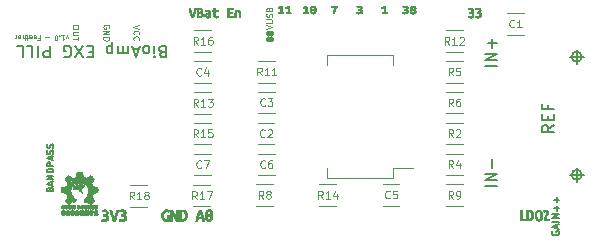
<source format=gbr>
%TF.GenerationSoftware,KiCad,Pcbnew,5.1.10-88a1d61d58~90~ubuntu20.04.1*%
%TF.CreationDate,2022-10-02T00:03:50+07:00*%
%TF.ProjectId,BioAmp-EXG-Pill_1206_rounder,42696f41-6d70-42d4-9558-472d50696c6c,1.0b*%
%TF.SameCoordinates,Original*%
%TF.FileFunction,Legend,Top*%
%TF.FilePolarity,Positive*%
%FSLAX46Y46*%
G04 Gerber Fmt 4.6, Leading zero omitted, Abs format (unit mm)*
G04 Created by KiCad (PCBNEW 5.1.10-88a1d61d58~90~ubuntu20.04.1) date 2022-10-02 00:03:50*
%MOMM*%
%LPD*%
G01*
G04 APERTURE LIST*
%ADD10C,0.100000*%
%ADD11C,0.200000*%
%ADD12C,0.400000*%
%ADD13C,0.120000*%
%ADD14C,0.125000*%
%ADD15C,0.137500*%
%ADD16C,0.150000*%
%ADD17C,0.010000*%
%ADD18C,0.127000*%
G04 APERTURE END LIST*
D10*
X105870095Y-66379714D02*
X105774857Y-66113047D01*
X105679619Y-66379714D01*
X105317714Y-66113047D02*
X105546285Y-66113047D01*
X105432000Y-66113047D02*
X105432000Y-66513047D01*
X105470095Y-66455904D01*
X105508190Y-66417809D01*
X105546285Y-66398761D01*
X105146285Y-66151142D02*
X105127238Y-66132095D01*
X105146285Y-66113047D01*
X105165333Y-66132095D01*
X105146285Y-66151142D01*
X105146285Y-66113047D01*
X104879619Y-66513047D02*
X104841523Y-66513047D01*
X104803428Y-66494000D01*
X104784380Y-66474952D01*
X104765333Y-66436857D01*
X104746285Y-66360666D01*
X104746285Y-66265428D01*
X104765333Y-66189238D01*
X104784380Y-66151142D01*
X104803428Y-66132095D01*
X104841523Y-66113047D01*
X104879619Y-66113047D01*
X104917714Y-66132095D01*
X104936761Y-66151142D01*
X104955809Y-66189238D01*
X104974857Y-66265428D01*
X104974857Y-66360666D01*
X104955809Y-66436857D01*
X104936761Y-66474952D01*
X104917714Y-66494000D01*
X104879619Y-66513047D01*
X104270095Y-66265428D02*
X103965333Y-66265428D01*
X103336761Y-66322571D02*
X103470095Y-66322571D01*
X103470095Y-66113047D02*
X103470095Y-66513047D01*
X103279619Y-66513047D01*
X102974857Y-66132095D02*
X103012952Y-66113047D01*
X103089142Y-66113047D01*
X103127238Y-66132095D01*
X103146285Y-66170190D01*
X103146285Y-66322571D01*
X103127238Y-66360666D01*
X103089142Y-66379714D01*
X103012952Y-66379714D01*
X102974857Y-66360666D01*
X102955809Y-66322571D01*
X102955809Y-66284476D01*
X103146285Y-66246380D01*
X102612952Y-66113047D02*
X102612952Y-66322571D01*
X102632000Y-66360666D01*
X102670095Y-66379714D01*
X102746285Y-66379714D01*
X102784380Y-66360666D01*
X102612952Y-66132095D02*
X102651047Y-66113047D01*
X102746285Y-66113047D01*
X102784380Y-66132095D01*
X102803428Y-66170190D01*
X102803428Y-66208285D01*
X102784380Y-66246380D01*
X102746285Y-66265428D01*
X102651047Y-66265428D01*
X102612952Y-66284476D01*
X102479619Y-66379714D02*
X102327238Y-66379714D01*
X102422476Y-66513047D02*
X102422476Y-66170190D01*
X102403428Y-66132095D01*
X102365333Y-66113047D01*
X102327238Y-66113047D01*
X102193904Y-66113047D02*
X102193904Y-66513047D01*
X102022476Y-66113047D02*
X102022476Y-66322571D01*
X102041523Y-66360666D01*
X102079619Y-66379714D01*
X102136761Y-66379714D01*
X102174857Y-66360666D01*
X102193904Y-66341619D01*
X101679619Y-66132095D02*
X101717714Y-66113047D01*
X101793904Y-66113047D01*
X101832000Y-66132095D01*
X101851047Y-66170190D01*
X101851047Y-66322571D01*
X101832000Y-66360666D01*
X101793904Y-66379714D01*
X101717714Y-66379714D01*
X101679619Y-66360666D01*
X101660571Y-66322571D01*
X101660571Y-66284476D01*
X101851047Y-66246380D01*
X101489142Y-66113047D02*
X101489142Y-66379714D01*
X101489142Y-66303523D02*
X101470095Y-66341619D01*
X101451047Y-66360666D01*
X101412952Y-66379714D01*
X101374857Y-66379714D01*
D11*
X113854761Y-67508428D02*
X113711904Y-67460809D01*
X113664285Y-67413190D01*
X113616666Y-67317952D01*
X113616666Y-67175095D01*
X113664285Y-67079857D01*
X113711904Y-67032238D01*
X113807142Y-66984619D01*
X114188095Y-66984619D01*
X114188095Y-67984619D01*
X113854761Y-67984619D01*
X113759523Y-67937000D01*
X113711904Y-67889380D01*
X113664285Y-67794142D01*
X113664285Y-67698904D01*
X113711904Y-67603666D01*
X113759523Y-67556047D01*
X113854761Y-67508428D01*
X114188095Y-67508428D01*
X113188095Y-66984619D02*
X113188095Y-67651285D01*
X113188095Y-67984619D02*
X113235714Y-67937000D01*
X113188095Y-67889380D01*
X113140476Y-67937000D01*
X113188095Y-67984619D01*
X113188095Y-67889380D01*
X112569047Y-66984619D02*
X112664285Y-67032238D01*
X112711904Y-67079857D01*
X112759523Y-67175095D01*
X112759523Y-67460809D01*
X112711904Y-67556047D01*
X112664285Y-67603666D01*
X112569047Y-67651285D01*
X112426190Y-67651285D01*
X112330952Y-67603666D01*
X112283333Y-67556047D01*
X112235714Y-67460809D01*
X112235714Y-67175095D01*
X112283333Y-67079857D01*
X112330952Y-67032238D01*
X112426190Y-66984619D01*
X112569047Y-66984619D01*
X111854761Y-67270333D02*
X111378571Y-67270333D01*
X111950000Y-66984619D02*
X111616666Y-67984619D01*
X111283333Y-66984619D01*
X110950000Y-66984619D02*
X110950000Y-67651285D01*
X110950000Y-67556047D02*
X110902380Y-67603666D01*
X110807142Y-67651285D01*
X110664285Y-67651285D01*
X110569047Y-67603666D01*
X110521428Y-67508428D01*
X110521428Y-66984619D01*
X110521428Y-67508428D02*
X110473809Y-67603666D01*
X110378571Y-67651285D01*
X110235714Y-67651285D01*
X110140476Y-67603666D01*
X110092857Y-67508428D01*
X110092857Y-66984619D01*
X109616666Y-67651285D02*
X109616666Y-66651285D01*
X109616666Y-67603666D02*
X109521428Y-67651285D01*
X109330952Y-67651285D01*
X109235714Y-67603666D01*
X109188095Y-67556047D01*
X109140476Y-67460809D01*
X109140476Y-67175095D01*
X109188095Y-67079857D01*
X109235714Y-67032238D01*
X109330952Y-66984619D01*
X109521428Y-66984619D01*
X109616666Y-67032238D01*
X107950000Y-67508428D02*
X107616666Y-67508428D01*
X107473809Y-66984619D02*
X107950000Y-66984619D01*
X107950000Y-67984619D01*
X107473809Y-67984619D01*
X107140476Y-67984619D02*
X106473809Y-66984619D01*
X106473809Y-67984619D02*
X107140476Y-66984619D01*
X105569047Y-67937000D02*
X105664285Y-67984619D01*
X105807142Y-67984619D01*
X105950000Y-67937000D01*
X106045238Y-67841761D01*
X106092857Y-67746523D01*
X106140476Y-67556047D01*
X106140476Y-67413190D01*
X106092857Y-67222714D01*
X106045238Y-67127476D01*
X105950000Y-67032238D01*
X105807142Y-66984619D01*
X105711904Y-66984619D01*
X105569047Y-67032238D01*
X105521428Y-67079857D01*
X105521428Y-67413190D01*
X105711904Y-67413190D01*
X104330952Y-66984619D02*
X104330952Y-67984619D01*
X103950000Y-67984619D01*
X103854761Y-67937000D01*
X103807142Y-67889380D01*
X103759523Y-67794142D01*
X103759523Y-67651285D01*
X103807142Y-67556047D01*
X103854761Y-67508428D01*
X103950000Y-67460809D01*
X104330952Y-67460809D01*
X103330952Y-66984619D02*
X103330952Y-67984619D01*
X102378571Y-66984619D02*
X102854761Y-66984619D01*
X102854761Y-67984619D01*
X101569047Y-66984619D02*
X102045238Y-66984619D01*
X102045238Y-67984619D01*
D12*
X123060400Y-65954700D02*
X122806400Y-65954700D01*
X123060400Y-66454700D02*
X122806400Y-66454700D01*
D13*
X123060400Y-65954700D02*
X123060400Y-66454700D01*
X122806400Y-66454700D02*
X122806400Y-65954700D01*
D14*
X122662190Y-65559666D02*
X123162190Y-65393000D01*
X122662190Y-65226333D01*
X122662190Y-65059666D02*
X123066952Y-65059666D01*
X123114571Y-65035857D01*
X123138380Y-65012047D01*
X123162190Y-64964428D01*
X123162190Y-64869190D01*
X123138380Y-64821571D01*
X123114571Y-64797761D01*
X123066952Y-64773952D01*
X122662190Y-64773952D01*
X123138380Y-64559666D02*
X123162190Y-64488238D01*
X123162190Y-64369190D01*
X123138380Y-64321571D01*
X123114571Y-64297761D01*
X123066952Y-64273952D01*
X123019333Y-64273952D01*
X122971714Y-64297761D01*
X122947904Y-64321571D01*
X122924095Y-64369190D01*
X122900285Y-64464428D01*
X122876476Y-64512047D01*
X122852666Y-64535857D01*
X122805047Y-64559666D01*
X122757428Y-64559666D01*
X122709809Y-64535857D01*
X122686000Y-64512047D01*
X122662190Y-64464428D01*
X122662190Y-64345380D01*
X122686000Y-64273952D01*
X122900285Y-63893000D02*
X122924095Y-63821571D01*
X122947904Y-63797761D01*
X122995523Y-63773952D01*
X123066952Y-63773952D01*
X123114571Y-63797761D01*
X123138380Y-63821571D01*
X123162190Y-63869190D01*
X123162190Y-64059666D01*
X122662190Y-64059666D01*
X122662190Y-63893000D01*
X122686000Y-63845380D01*
X122709809Y-63821571D01*
X122757428Y-63797761D01*
X122805047Y-63797761D01*
X122852666Y-63821571D01*
X122876476Y-63845380D01*
X122900285Y-63893000D01*
X122900285Y-64059666D01*
D15*
X104354714Y-79137047D02*
X104380904Y-79058476D01*
X104407095Y-79032285D01*
X104459476Y-79006095D01*
X104538047Y-79006095D01*
X104590428Y-79032285D01*
X104616619Y-79058476D01*
X104642809Y-79110857D01*
X104642809Y-79320380D01*
X104092809Y-79320380D01*
X104092809Y-79137047D01*
X104119000Y-79084666D01*
X104145190Y-79058476D01*
X104197571Y-79032285D01*
X104249952Y-79032285D01*
X104302333Y-79058476D01*
X104328523Y-79084666D01*
X104354714Y-79137047D01*
X104354714Y-79320380D01*
X104485666Y-78796571D02*
X104485666Y-78534666D01*
X104642809Y-78848952D02*
X104092809Y-78665619D01*
X104642809Y-78482285D01*
X104642809Y-78298952D02*
X104092809Y-78298952D01*
X104642809Y-77984666D01*
X104092809Y-77984666D01*
X104642809Y-77722761D02*
X104092809Y-77722761D01*
X104092809Y-77591809D01*
X104119000Y-77513238D01*
X104171380Y-77460857D01*
X104223761Y-77434666D01*
X104328523Y-77408476D01*
X104407095Y-77408476D01*
X104511857Y-77434666D01*
X104564238Y-77460857D01*
X104616619Y-77513238D01*
X104642809Y-77591809D01*
X104642809Y-77722761D01*
X104642809Y-77172761D02*
X104092809Y-77172761D01*
X104092809Y-76963238D01*
X104119000Y-76910857D01*
X104145190Y-76884666D01*
X104197571Y-76858476D01*
X104276142Y-76858476D01*
X104328523Y-76884666D01*
X104354714Y-76910857D01*
X104380904Y-76963238D01*
X104380904Y-77172761D01*
X104485666Y-76648952D02*
X104485666Y-76387047D01*
X104642809Y-76701333D02*
X104092809Y-76518000D01*
X104642809Y-76334666D01*
X104616619Y-76177523D02*
X104642809Y-76098952D01*
X104642809Y-75968000D01*
X104616619Y-75915619D01*
X104590428Y-75889428D01*
X104538047Y-75863238D01*
X104485666Y-75863238D01*
X104433285Y-75889428D01*
X104407095Y-75915619D01*
X104380904Y-75968000D01*
X104354714Y-76072761D01*
X104328523Y-76125142D01*
X104302333Y-76151333D01*
X104249952Y-76177523D01*
X104197571Y-76177523D01*
X104145190Y-76151333D01*
X104119000Y-76125142D01*
X104092809Y-76072761D01*
X104092809Y-75941809D01*
X104119000Y-75863238D01*
X104616619Y-75653714D02*
X104642809Y-75575142D01*
X104642809Y-75444190D01*
X104616619Y-75391809D01*
X104590428Y-75365619D01*
X104538047Y-75339428D01*
X104485666Y-75339428D01*
X104433285Y-75365619D01*
X104407095Y-75391809D01*
X104380904Y-75444190D01*
X104354714Y-75548952D01*
X104328523Y-75601333D01*
X104302333Y-75627523D01*
X104249952Y-75653714D01*
X104197571Y-75653714D01*
X104145190Y-75627523D01*
X104119000Y-75601333D01*
X104092809Y-75548952D01*
X104092809Y-75418000D01*
X104119000Y-75339428D01*
D16*
X146893000Y-82707000D02*
X146864428Y-82764142D01*
X146864428Y-82849857D01*
X146893000Y-82935571D01*
X146950142Y-82992714D01*
X147007285Y-83021285D01*
X147121571Y-83049857D01*
X147207285Y-83049857D01*
X147321571Y-83021285D01*
X147378714Y-82992714D01*
X147435857Y-82935571D01*
X147464428Y-82849857D01*
X147464428Y-82792714D01*
X147435857Y-82707000D01*
X147407285Y-82678428D01*
X147207285Y-82678428D01*
X147207285Y-82792714D01*
X147293000Y-82449857D02*
X147293000Y-82164142D01*
X147464428Y-82507000D02*
X146864428Y-82307000D01*
X147464428Y-82107000D01*
X147464428Y-81907000D02*
X146864428Y-81907000D01*
X147464428Y-81621285D02*
X146864428Y-81621285D01*
X147464428Y-81278428D01*
X146864428Y-81278428D01*
X147235857Y-80992714D02*
X147235857Y-80535571D01*
X147464428Y-80764142D02*
X147007285Y-80764142D01*
X147235857Y-80249857D02*
X147235857Y-79792714D01*
X147464428Y-80021285D02*
X147007285Y-80021285D01*
D11*
X147010380Y-73723428D02*
X146534190Y-74056761D01*
X147010380Y-74294857D02*
X146010380Y-74294857D01*
X146010380Y-73913904D01*
X146058000Y-73818666D01*
X146105619Y-73771047D01*
X146200857Y-73723428D01*
X146343714Y-73723428D01*
X146438952Y-73771047D01*
X146486571Y-73818666D01*
X146534190Y-73913904D01*
X146534190Y-74294857D01*
X146486571Y-73294857D02*
X146486571Y-72961523D01*
X147010380Y-72818666D02*
X147010380Y-73294857D01*
X146010380Y-73294857D01*
X146010380Y-72818666D01*
X146486571Y-72056761D02*
X146486571Y-72390095D01*
X147010380Y-72390095D02*
X146010380Y-72390095D01*
X146010380Y-71913904D01*
X142184380Y-78866857D02*
X141184380Y-78866857D01*
X142184380Y-78390666D02*
X141184380Y-78390666D01*
X142184380Y-77819238D01*
X141184380Y-77819238D01*
X141803428Y-77343047D02*
X141803428Y-76581142D01*
X142184380Y-68706857D02*
X141184380Y-68706857D01*
X142184380Y-68230666D02*
X141184380Y-68230666D01*
X142184380Y-67659238D01*
X141184380Y-67659238D01*
X141803428Y-67183047D02*
X141803428Y-66421142D01*
X142184380Y-66802095D02*
X141422476Y-66802095D01*
D14*
X111906809Y-65233633D02*
X111406809Y-65400300D01*
X111906809Y-65566966D01*
X111454428Y-66019347D02*
X111430619Y-65995538D01*
X111406809Y-65924109D01*
X111406809Y-65876490D01*
X111430619Y-65805061D01*
X111478238Y-65757442D01*
X111525857Y-65733633D01*
X111621095Y-65709823D01*
X111692523Y-65709823D01*
X111787761Y-65733633D01*
X111835380Y-65757442D01*
X111883000Y-65805061D01*
X111906809Y-65876490D01*
X111906809Y-65924109D01*
X111883000Y-65995538D01*
X111859190Y-66019347D01*
X111454428Y-66519347D02*
X111430619Y-66495538D01*
X111406809Y-66424109D01*
X111406809Y-66376490D01*
X111430619Y-66305061D01*
X111478238Y-66257442D01*
X111525857Y-66233633D01*
X111621095Y-66209823D01*
X111692523Y-66209823D01*
X111787761Y-66233633D01*
X111835380Y-66257442D01*
X111883000Y-66305061D01*
X111906809Y-66376490D01*
X111906809Y-66424109D01*
X111883000Y-66495538D01*
X111859190Y-66519347D01*
X109355700Y-65519347D02*
X109379509Y-65471728D01*
X109379509Y-65400300D01*
X109355700Y-65328871D01*
X109308080Y-65281252D01*
X109260461Y-65257442D01*
X109165223Y-65233633D01*
X109093795Y-65233633D01*
X108998557Y-65257442D01*
X108950938Y-65281252D01*
X108903319Y-65328871D01*
X108879509Y-65400300D01*
X108879509Y-65447919D01*
X108903319Y-65519347D01*
X108927128Y-65543157D01*
X109093795Y-65543157D01*
X109093795Y-65447919D01*
X108879509Y-65757442D02*
X109379509Y-65757442D01*
X108879509Y-66043157D01*
X109379509Y-66043157D01*
X108879509Y-66281252D02*
X109379509Y-66281252D01*
X109379509Y-66400300D01*
X109355700Y-66471728D01*
X109308080Y-66519347D01*
X109260461Y-66543157D01*
X109165223Y-66566966D01*
X109093795Y-66566966D01*
X108998557Y-66543157D01*
X108950938Y-66519347D01*
X108903319Y-66471728D01*
X108879509Y-66400300D01*
X108879509Y-66281252D01*
X106763309Y-65374900D02*
X106763309Y-65470138D01*
X106739500Y-65517757D01*
X106691880Y-65565376D01*
X106596642Y-65589185D01*
X106429976Y-65589185D01*
X106334738Y-65565376D01*
X106287119Y-65517757D01*
X106263309Y-65470138D01*
X106263309Y-65374900D01*
X106287119Y-65327280D01*
X106334738Y-65279661D01*
X106429976Y-65255852D01*
X106596642Y-65255852D01*
X106691880Y-65279661D01*
X106739500Y-65327280D01*
X106763309Y-65374900D01*
X106763309Y-65803471D02*
X106358547Y-65803471D01*
X106310928Y-65827280D01*
X106287119Y-65851090D01*
X106263309Y-65898709D01*
X106263309Y-65993947D01*
X106287119Y-66041566D01*
X106310928Y-66065376D01*
X106358547Y-66089185D01*
X106763309Y-66089185D01*
X106763309Y-66255852D02*
X106763309Y-66541566D01*
X106263309Y-66398709D02*
X106763309Y-66398709D01*
D17*
%TO.C,BOARD1*%
G36*
X109035877Y-80854282D02*
G01*
X109130114Y-80888939D01*
X109202573Y-80951139D01*
X109247055Y-81038038D01*
X109256376Y-81085170D01*
X109258911Y-81152239D01*
X109243635Y-81200292D01*
X109213160Y-81241203D01*
X109159355Y-81303284D01*
X109223823Y-81370264D01*
X109277720Y-81448014D01*
X109297633Y-81529014D01*
X109290788Y-81637113D01*
X109248863Y-81725700D01*
X109175519Y-81792331D01*
X109074416Y-81834560D01*
X108949215Y-81849944D01*
X108830815Y-81840761D01*
X108753013Y-81824685D01*
X108710708Y-81803099D01*
X108697068Y-81769966D01*
X108703001Y-81727841D01*
X108716122Y-81690565D01*
X108739069Y-81678621D01*
X108786453Y-81685489D01*
X108794131Y-81687191D01*
X108918476Y-81704272D01*
X109017593Y-81695385D01*
X109088425Y-81661709D01*
X109127916Y-81604422D01*
X109135333Y-81555540D01*
X109116334Y-81483923D01*
X109064079Y-81430828D01*
X108985682Y-81402032D01*
X108941978Y-81398534D01*
X108888973Y-81396058D01*
X108865877Y-81381142D01*
X108860285Y-81342550D01*
X108860166Y-81324451D01*
X108863548Y-81274758D01*
X108881767Y-81254376D01*
X108926937Y-81250370D01*
X108929540Y-81250368D01*
X109014384Y-81236227D01*
X109068456Y-81195247D01*
X109089373Y-81129588D01*
X109088866Y-81105867D01*
X109068721Y-81040473D01*
X109020935Y-81005147D01*
X108944218Y-80999360D01*
X108865545Y-81014455D01*
X108803899Y-81028900D01*
X108768776Y-81028976D01*
X108746493Y-81013564D01*
X108739036Y-81004085D01*
X108715395Y-80958850D01*
X108724429Y-80924575D01*
X108769836Y-80894440D01*
X108806867Y-80878972D01*
X108926062Y-80850012D01*
X109035877Y-80854282D01*
G37*
X109035877Y-80854282D02*
X109130114Y-80888939D01*
X109202573Y-80951139D01*
X109247055Y-81038038D01*
X109256376Y-81085170D01*
X109258911Y-81152239D01*
X109243635Y-81200292D01*
X109213160Y-81241203D01*
X109159355Y-81303284D01*
X109223823Y-81370264D01*
X109277720Y-81448014D01*
X109297633Y-81529014D01*
X109290788Y-81637113D01*
X109248863Y-81725700D01*
X109175519Y-81792331D01*
X109074416Y-81834560D01*
X108949215Y-81849944D01*
X108830815Y-81840761D01*
X108753013Y-81824685D01*
X108710708Y-81803099D01*
X108697068Y-81769966D01*
X108703001Y-81727841D01*
X108716122Y-81690565D01*
X108739069Y-81678621D01*
X108786453Y-81685489D01*
X108794131Y-81687191D01*
X108918476Y-81704272D01*
X109017593Y-81695385D01*
X109088425Y-81661709D01*
X109127916Y-81604422D01*
X109135333Y-81555540D01*
X109116334Y-81483923D01*
X109064079Y-81430828D01*
X108985682Y-81402032D01*
X108941978Y-81398534D01*
X108888973Y-81396058D01*
X108865877Y-81381142D01*
X108860285Y-81342550D01*
X108860166Y-81324451D01*
X108863548Y-81274758D01*
X108881767Y-81254376D01*
X108926937Y-81250370D01*
X108929540Y-81250368D01*
X109014384Y-81236227D01*
X109068456Y-81195247D01*
X109089373Y-81129588D01*
X109088866Y-81105867D01*
X109068721Y-81040473D01*
X109020935Y-81005147D01*
X108944218Y-80999360D01*
X108865545Y-81014455D01*
X108803899Y-81028900D01*
X108768776Y-81028976D01*
X108746493Y-81013564D01*
X108739036Y-81004085D01*
X108715395Y-80958850D01*
X108724429Y-80924575D01*
X108769836Y-80894440D01*
X108806867Y-80878972D01*
X108926062Y-80850012D01*
X109035877Y-80854282D01*
G36*
X110620878Y-80880203D02*
G01*
X110696344Y-80933720D01*
X110731781Y-80985327D01*
X110762381Y-81087038D01*
X110752846Y-81177477D01*
X110713677Y-81243896D01*
X110662189Y-81303284D01*
X110726657Y-81370264D01*
X110780553Y-81448014D01*
X110800467Y-81529014D01*
X110793621Y-81637113D01*
X110751696Y-81725700D01*
X110678352Y-81792331D01*
X110577249Y-81834560D01*
X110452048Y-81849944D01*
X110333649Y-81840761D01*
X110255847Y-81824685D01*
X110213542Y-81803099D01*
X110199901Y-81769966D01*
X110205834Y-81727841D01*
X110218956Y-81690565D01*
X110241903Y-81678621D01*
X110289286Y-81685489D01*
X110296964Y-81687191D01*
X110421309Y-81704272D01*
X110520426Y-81695385D01*
X110591258Y-81661709D01*
X110630750Y-81604422D01*
X110638166Y-81555540D01*
X110619167Y-81483923D01*
X110566913Y-81430828D01*
X110488516Y-81402032D01*
X110444812Y-81398534D01*
X110391806Y-81396058D01*
X110368711Y-81381142D01*
X110363119Y-81342550D01*
X110363000Y-81324451D01*
X110366381Y-81274758D01*
X110384600Y-81254376D01*
X110429771Y-81250370D01*
X110432373Y-81250368D01*
X110517218Y-81236227D01*
X110571289Y-81195247D01*
X110592206Y-81129588D01*
X110591699Y-81105867D01*
X110571555Y-81040473D01*
X110523768Y-81005147D01*
X110447051Y-80999360D01*
X110368379Y-81014455D01*
X110306732Y-81028900D01*
X110271610Y-81028976D01*
X110249327Y-81013564D01*
X110241870Y-81004085D01*
X110217991Y-80957995D01*
X110227973Y-80923318D01*
X110275288Y-80892765D01*
X110299928Y-80882249D01*
X110414113Y-80852425D01*
X110523949Y-80852424D01*
X110620878Y-80880203D01*
G37*
X110620878Y-80880203D02*
X110696344Y-80933720D01*
X110731781Y-80985327D01*
X110762381Y-81087038D01*
X110752846Y-81177477D01*
X110713677Y-81243896D01*
X110662189Y-81303284D01*
X110726657Y-81370264D01*
X110780553Y-81448014D01*
X110800467Y-81529014D01*
X110793621Y-81637113D01*
X110751696Y-81725700D01*
X110678352Y-81792331D01*
X110577249Y-81834560D01*
X110452048Y-81849944D01*
X110333649Y-81840761D01*
X110255847Y-81824685D01*
X110213542Y-81803099D01*
X110199901Y-81769966D01*
X110205834Y-81727841D01*
X110218956Y-81690565D01*
X110241903Y-81678621D01*
X110289286Y-81685489D01*
X110296964Y-81687191D01*
X110421309Y-81704272D01*
X110520426Y-81695385D01*
X110591258Y-81661709D01*
X110630750Y-81604422D01*
X110638166Y-81555540D01*
X110619167Y-81483923D01*
X110566913Y-81430828D01*
X110488516Y-81402032D01*
X110444812Y-81398534D01*
X110391806Y-81396058D01*
X110368711Y-81381142D01*
X110363119Y-81342550D01*
X110363000Y-81324451D01*
X110366381Y-81274758D01*
X110384600Y-81254376D01*
X110429771Y-81250370D01*
X110432373Y-81250368D01*
X110517218Y-81236227D01*
X110571289Y-81195247D01*
X110592206Y-81129588D01*
X110591699Y-81105867D01*
X110571555Y-81040473D01*
X110523768Y-81005147D01*
X110447051Y-80999360D01*
X110368379Y-81014455D01*
X110306732Y-81028900D01*
X110271610Y-81028976D01*
X110249327Y-81013564D01*
X110241870Y-81004085D01*
X110217991Y-80957995D01*
X110227973Y-80923318D01*
X110275288Y-80892765D01*
X110299928Y-80882249D01*
X110414113Y-80852425D01*
X110523949Y-80852424D01*
X110620878Y-80880203D01*
G36*
X114249973Y-80854956D02*
G01*
X114332429Y-80878871D01*
X114388318Y-80913920D01*
X114404377Y-80959171D01*
X114384609Y-81017641D01*
X114365652Y-81043282D01*
X114339740Y-81043141D01*
X114305234Y-81026963D01*
X114208008Y-80994572D01*
X114120907Y-81000958D01*
X114047252Y-81043118D01*
X113990364Y-81118045D01*
X113953564Y-81222736D01*
X113940172Y-81354185D01*
X113940166Y-81357309D01*
X113952667Y-81491086D01*
X113989353Y-81593881D01*
X114049002Y-81663832D01*
X114130389Y-81699074D01*
X114167214Y-81702993D01*
X114247083Y-81705451D01*
X114257666Y-81525534D01*
X114268250Y-81345618D01*
X114416416Y-81345618D01*
X114422426Y-81573410D01*
X114424660Y-81674059D01*
X114424079Y-81740444D01*
X114419296Y-81780609D01*
X114408926Y-81802599D01*
X114391582Y-81814459D01*
X114380093Y-81819018D01*
X114295676Y-81839729D01*
X114195595Y-81849851D01*
X114102544Y-81847673D01*
X114069766Y-81842398D01*
X113962205Y-81797423D01*
X113876966Y-81718236D01*
X113816038Y-81607756D01*
X113781414Y-81468905D01*
X113775682Y-81411141D01*
X113779500Y-81242806D01*
X113814115Y-81103237D01*
X113879455Y-80992597D01*
X113975450Y-80911046D01*
X114003030Y-80895826D01*
X114126301Y-80854940D01*
X114249973Y-80854956D01*
G37*
X114249973Y-80854956D02*
X114332429Y-80878871D01*
X114388318Y-80913920D01*
X114404377Y-80959171D01*
X114384609Y-81017641D01*
X114365652Y-81043282D01*
X114339740Y-81043141D01*
X114305234Y-81026963D01*
X114208008Y-80994572D01*
X114120907Y-81000958D01*
X114047252Y-81043118D01*
X113990364Y-81118045D01*
X113953564Y-81222736D01*
X113940172Y-81354185D01*
X113940166Y-81357309D01*
X113952667Y-81491086D01*
X113989353Y-81593881D01*
X114049002Y-81663832D01*
X114130389Y-81699074D01*
X114167214Y-81702993D01*
X114247083Y-81705451D01*
X114257666Y-81525534D01*
X114268250Y-81345618D01*
X114416416Y-81345618D01*
X114422426Y-81573410D01*
X114424660Y-81674059D01*
X114424079Y-81740444D01*
X114419296Y-81780609D01*
X114408926Y-81802599D01*
X114391582Y-81814459D01*
X114380093Y-81819018D01*
X114295676Y-81839729D01*
X114195595Y-81849851D01*
X114102544Y-81847673D01*
X114069766Y-81842398D01*
X113962205Y-81797423D01*
X113876966Y-81718236D01*
X113816038Y-81607756D01*
X113781414Y-81468905D01*
X113775682Y-81411141D01*
X113779500Y-81242806D01*
X113814115Y-81103237D01*
X113879455Y-80992597D01*
X113975450Y-80911046D01*
X114003030Y-80895826D01*
X114126301Y-80854940D01*
X114249973Y-80854956D01*
G36*
X117858375Y-80860638D02*
G01*
X117946951Y-80907144D01*
X118022425Y-80989014D01*
X118046269Y-81029602D01*
X118071330Y-81083768D01*
X118087042Y-81136374D01*
X118095503Y-81199901D01*
X118098809Y-81286829D01*
X118099186Y-81344605D01*
X118097937Y-81448437D01*
X118092528Y-81522593D01*
X118080869Y-81579676D01*
X118060865Y-81632294D01*
X118046500Y-81662017D01*
X117977293Y-81764292D01*
X117893366Y-81829109D01*
X117797606Y-81854966D01*
X117699775Y-81842524D01*
X117608619Y-81795737D01*
X117540297Y-81716787D01*
X117494209Y-81604375D01*
X117469756Y-81457199D01*
X117468738Y-81429462D01*
X117625251Y-81429462D01*
X117641785Y-81553954D01*
X117677987Y-81641242D01*
X117697983Y-81665775D01*
X117742219Y-81700576D01*
X117780481Y-81715991D01*
X117781916Y-81716034D01*
X117819315Y-81701952D01*
X117863742Y-81667854D01*
X117865849Y-81665775D01*
X117909928Y-81593328D01*
X117934326Y-81483737D01*
X117939071Y-81336847D01*
X117935472Y-81267609D01*
X117917401Y-81146037D01*
X117883021Y-81062852D01*
X117831805Y-81017158D01*
X117781916Y-81006951D01*
X117717700Y-81025061D01*
X117670717Y-81079988D01*
X117640439Y-81172628D01*
X117628360Y-81267609D01*
X117625251Y-81429462D01*
X117468738Y-81429462D01*
X117465192Y-81332962D01*
X117467196Y-81230280D01*
X117473796Y-81156774D01*
X117487269Y-81099347D01*
X117509891Y-81044906D01*
X117518108Y-81028543D01*
X117586566Y-80933448D01*
X117670931Y-80873775D01*
X117763952Y-80849510D01*
X117858375Y-80860638D01*
G37*
X117858375Y-80860638D02*
X117946951Y-80907144D01*
X118022425Y-80989014D01*
X118046269Y-81029602D01*
X118071330Y-81083768D01*
X118087042Y-81136374D01*
X118095503Y-81199901D01*
X118098809Y-81286829D01*
X118099186Y-81344605D01*
X118097937Y-81448437D01*
X118092528Y-81522593D01*
X118080869Y-81579676D01*
X118060865Y-81632294D01*
X118046500Y-81662017D01*
X117977293Y-81764292D01*
X117893366Y-81829109D01*
X117797606Y-81854966D01*
X117699775Y-81842524D01*
X117608619Y-81795737D01*
X117540297Y-81716787D01*
X117494209Y-81604375D01*
X117469756Y-81457199D01*
X117468738Y-81429462D01*
X117625251Y-81429462D01*
X117641785Y-81553954D01*
X117677987Y-81641242D01*
X117697983Y-81665775D01*
X117742219Y-81700576D01*
X117780481Y-81715991D01*
X117781916Y-81716034D01*
X117819315Y-81701952D01*
X117863742Y-81667854D01*
X117865849Y-81665775D01*
X117909928Y-81593328D01*
X117934326Y-81483737D01*
X117939071Y-81336847D01*
X117935472Y-81267609D01*
X117917401Y-81146037D01*
X117883021Y-81062852D01*
X117831805Y-81017158D01*
X117781916Y-81006951D01*
X117717700Y-81025061D01*
X117670717Y-81079988D01*
X117640439Y-81172628D01*
X117628360Y-81267609D01*
X117625251Y-81429462D01*
X117468738Y-81429462D01*
X117465192Y-81332962D01*
X117467196Y-81230280D01*
X117473796Y-81156774D01*
X117487269Y-81099347D01*
X117509891Y-81044906D01*
X117518108Y-81028543D01*
X117586566Y-80933448D01*
X117670931Y-80873775D01*
X117763952Y-80849510D01*
X117858375Y-80860638D01*
G36*
X110099958Y-80871311D02*
G01*
X110121381Y-80882674D01*
X110120667Y-80911756D01*
X110117073Y-80927576D01*
X110100239Y-80991600D01*
X110073619Y-81085457D01*
X110040226Y-81199220D01*
X110003073Y-81322959D01*
X109965174Y-81446747D01*
X109929542Y-81560656D01*
X109899191Y-81654757D01*
X109877133Y-81719122D01*
X109875421Y-81723751D01*
X109849303Y-81789853D01*
X109827507Y-81825501D01*
X109800065Y-81840091D01*
X109757013Y-81843020D01*
X109748895Y-81843034D01*
X109694264Y-81839315D01*
X109661076Y-81830087D01*
X109658014Y-81827159D01*
X109644751Y-81794487D01*
X109622198Y-81729169D01*
X109592580Y-81638503D01*
X109558119Y-81529786D01*
X109521042Y-81410313D01*
X109483571Y-81287383D01*
X109447931Y-81168292D01*
X109416346Y-81060336D01*
X109391041Y-80970812D01*
X109374240Y-80907018D01*
X109368166Y-80876280D01*
X109386948Y-80871919D01*
X109433770Y-80869525D01*
X109451406Y-80869368D01*
X109494828Y-80870520D01*
X109523244Y-80879374D01*
X109542425Y-80904030D01*
X109558137Y-80952583D01*
X109576151Y-81033131D01*
X109579580Y-81049284D01*
X109598851Y-81131962D01*
X109623797Y-81227534D01*
X109651891Y-81327642D01*
X109680606Y-81423926D01*
X109707414Y-81508029D01*
X109729789Y-81571592D01*
X109745203Y-81606257D01*
X109749166Y-81610201D01*
X109761604Y-81590762D01*
X109782002Y-81536989D01*
X109808369Y-81455694D01*
X109838716Y-81353689D01*
X109871053Y-81237787D01*
X109903390Y-81114801D01*
X109933738Y-80991544D01*
X109948530Y-80927576D01*
X109962243Y-80889714D01*
X109989660Y-80873103D01*
X110044846Y-80869368D01*
X110046306Y-80869368D01*
X110099958Y-80871311D01*
G37*
X110099958Y-80871311D02*
X110121381Y-80882674D01*
X110120667Y-80911756D01*
X110117073Y-80927576D01*
X110100239Y-80991600D01*
X110073619Y-81085457D01*
X110040226Y-81199220D01*
X110003073Y-81322959D01*
X109965174Y-81446747D01*
X109929542Y-81560656D01*
X109899191Y-81654757D01*
X109877133Y-81719122D01*
X109875421Y-81723751D01*
X109849303Y-81789853D01*
X109827507Y-81825501D01*
X109800065Y-81840091D01*
X109757013Y-81843020D01*
X109748895Y-81843034D01*
X109694264Y-81839315D01*
X109661076Y-81830087D01*
X109658014Y-81827159D01*
X109644751Y-81794487D01*
X109622198Y-81729169D01*
X109592580Y-81638503D01*
X109558119Y-81529786D01*
X109521042Y-81410313D01*
X109483571Y-81287383D01*
X109447931Y-81168292D01*
X109416346Y-81060336D01*
X109391041Y-80970812D01*
X109374240Y-80907018D01*
X109368166Y-80876280D01*
X109386948Y-80871919D01*
X109433770Y-80869525D01*
X109451406Y-80869368D01*
X109494828Y-80870520D01*
X109523244Y-80879374D01*
X109542425Y-80904030D01*
X109558137Y-80952583D01*
X109576151Y-81033131D01*
X109579580Y-81049284D01*
X109598851Y-81131962D01*
X109623797Y-81227534D01*
X109651891Y-81327642D01*
X109680606Y-81423926D01*
X109707414Y-81508029D01*
X109729789Y-81571592D01*
X109745203Y-81606257D01*
X109749166Y-81610201D01*
X109761604Y-81590762D01*
X109782002Y-81536989D01*
X109808369Y-81455694D01*
X109838716Y-81353689D01*
X109871053Y-81237787D01*
X109903390Y-81114801D01*
X109933738Y-80991544D01*
X109948530Y-80927576D01*
X109962243Y-80889714D01*
X109989660Y-80873103D01*
X110044846Y-80869368D01*
X110046306Y-80869368D01*
X110099958Y-80871311D01*
G36*
X115146666Y-81843034D02*
G01*
X115075987Y-81843034D01*
X115047506Y-81841880D01*
X115024768Y-81834435D01*
X115003531Y-81814726D01*
X114979555Y-81776779D01*
X114948597Y-81714620D01*
X114906418Y-81622275D01*
X114884383Y-81573159D01*
X114836648Y-81467768D01*
X114791414Y-81369946D01*
X114753241Y-81289418D01*
X114726687Y-81235908D01*
X114723117Y-81229201D01*
X114682774Y-81155118D01*
X114681000Y-81843034D01*
X114621027Y-81843034D01*
X114572550Y-81838501D01*
X114546944Y-81828923D01*
X114542861Y-81804542D01*
X114539241Y-81744066D01*
X114536266Y-81653731D01*
X114534116Y-81539776D01*
X114532972Y-81408438D01*
X114532833Y-81342090D01*
X114532833Y-80869368D01*
X114696067Y-80869368D01*
X114846667Y-81168708D01*
X114997266Y-81468049D01*
X115003174Y-81174000D01*
X115009083Y-80879951D01*
X115077875Y-80873318D01*
X115146666Y-80866685D01*
X115146666Y-81843034D01*
G37*
X115146666Y-81843034D02*
X115075987Y-81843034D01*
X115047506Y-81841880D01*
X115024768Y-81834435D01*
X115003531Y-81814726D01*
X114979555Y-81776779D01*
X114948597Y-81714620D01*
X114906418Y-81622275D01*
X114884383Y-81573159D01*
X114836648Y-81467768D01*
X114791414Y-81369946D01*
X114753241Y-81289418D01*
X114726687Y-81235908D01*
X114723117Y-81229201D01*
X114682774Y-81155118D01*
X114681000Y-81843034D01*
X114621027Y-81843034D01*
X114572550Y-81838501D01*
X114546944Y-81828923D01*
X114542861Y-81804542D01*
X114539241Y-81744066D01*
X114536266Y-81653731D01*
X114534116Y-81539776D01*
X114532972Y-81408438D01*
X114532833Y-81342090D01*
X114532833Y-80869368D01*
X114696067Y-80869368D01*
X114846667Y-81168708D01*
X114997266Y-81468049D01*
X115003174Y-81174000D01*
X115009083Y-80879951D01*
X115077875Y-80873318D01*
X115146666Y-80866685D01*
X115146666Y-81843034D01*
G36*
X115620478Y-80884044D02*
G01*
X115738668Y-80928528D01*
X115827600Y-81003501D01*
X115888008Y-81109645D01*
X115920623Y-81247641D01*
X115924768Y-81290580D01*
X115921600Y-81454839D01*
X115887484Y-81591964D01*
X115823570Y-81700577D01*
X115731009Y-81779303D01*
X115610953Y-81826762D01*
X115464553Y-81841579D01*
X115464166Y-81841574D01*
X115393927Y-81836559D01*
X115334354Y-81825519D01*
X115321291Y-81821208D01*
X115305405Y-81813761D01*
X115293514Y-81802226D01*
X115285040Y-81781014D01*
X115279404Y-81744534D01*
X115276479Y-81694868D01*
X115443000Y-81694868D01*
X115524812Y-81694868D01*
X115608511Y-81680163D01*
X115660863Y-81652203D01*
X115715112Y-81587936D01*
X115747340Y-81495740D01*
X115758628Y-81371678D01*
X115757021Y-81301514D01*
X115751063Y-81217272D01*
X115740750Y-81162086D01*
X115721789Y-81122678D01*
X115689885Y-81085771D01*
X115686005Y-81081892D01*
X115598021Y-81023447D01*
X115532958Y-81005108D01*
X115443000Y-80990957D01*
X115443000Y-81694868D01*
X115276479Y-81694868D01*
X115276027Y-81687196D01*
X115274331Y-81603411D01*
X115273737Y-81487589D01*
X115273666Y-81361116D01*
X115274542Y-81195546D01*
X115277280Y-81069241D01*
X115282044Y-80979169D01*
X115289001Y-80922297D01*
X115298316Y-80895592D01*
X115299066Y-80894768D01*
X115334112Y-80880920D01*
X115400479Y-80871956D01*
X115472300Y-80869368D01*
X115620478Y-80884044D01*
G37*
X115620478Y-80884044D02*
X115738668Y-80928528D01*
X115827600Y-81003501D01*
X115888008Y-81109645D01*
X115920623Y-81247641D01*
X115924768Y-81290580D01*
X115921600Y-81454839D01*
X115887484Y-81591964D01*
X115823570Y-81700577D01*
X115731009Y-81779303D01*
X115610953Y-81826762D01*
X115464553Y-81841579D01*
X115464166Y-81841574D01*
X115393927Y-81836559D01*
X115334354Y-81825519D01*
X115321291Y-81821208D01*
X115305405Y-81813761D01*
X115293514Y-81802226D01*
X115285040Y-81781014D01*
X115279404Y-81744534D01*
X115276479Y-81694868D01*
X115443000Y-81694868D01*
X115524812Y-81694868D01*
X115608511Y-81680163D01*
X115660863Y-81652203D01*
X115715112Y-81587936D01*
X115747340Y-81495740D01*
X115758628Y-81371678D01*
X115757021Y-81301514D01*
X115751063Y-81217272D01*
X115740750Y-81162086D01*
X115721789Y-81122678D01*
X115689885Y-81085771D01*
X115686005Y-81081892D01*
X115598021Y-81023447D01*
X115532958Y-81005108D01*
X115443000Y-80990957D01*
X115443000Y-81694868D01*
X115276479Y-81694868D01*
X115276027Y-81687196D01*
X115274331Y-81603411D01*
X115273737Y-81487589D01*
X115273666Y-81361116D01*
X115274542Y-81195546D01*
X115277280Y-81069241D01*
X115282044Y-80979169D01*
X115289001Y-80922297D01*
X115298316Y-80895592D01*
X115299066Y-80894768D01*
X115334112Y-80880920D01*
X115400479Y-80871956D01*
X115472300Y-80869368D01*
X115620478Y-80884044D01*
G36*
X117174961Y-81017534D02*
G01*
X117210511Y-81121217D01*
X117247549Y-81237757D01*
X117284186Y-81360167D01*
X117318537Y-81481461D01*
X117348715Y-81594649D01*
X117372833Y-81692746D01*
X117389005Y-81768763D01*
X117395342Y-81815713D01*
X117393563Y-81827104D01*
X117360217Y-81838931D01*
X117313536Y-81839397D01*
X117278173Y-81831251D01*
X117255024Y-81809938D01*
X117236706Y-81765089D01*
X117221944Y-81710743D01*
X117191139Y-81589034D01*
X116865729Y-81589034D01*
X116836147Y-81710743D01*
X116817746Y-81779205D01*
X116799905Y-81816552D01*
X116774878Y-81833177D01*
X116740602Y-81838935D01*
X116690748Y-81837557D01*
X116662168Y-81825224D01*
X116661931Y-81824857D01*
X116663278Y-81798290D01*
X116675365Y-81738757D01*
X116696127Y-81653640D01*
X116723497Y-81550325D01*
X116752270Y-81447420D01*
X116903500Y-81447420D01*
X116922169Y-81455951D01*
X116968552Y-81460663D01*
X117028206Y-81461631D01*
X117086691Y-81458931D01*
X117129565Y-81452639D01*
X117142544Y-81446159D01*
X117141026Y-81419948D01*
X117129093Y-81366391D01*
X117110151Y-81296711D01*
X117087607Y-81222130D01*
X117064869Y-81153872D01*
X117045344Y-81103160D01*
X117032440Y-81081215D01*
X117031688Y-81081034D01*
X117020748Y-81099417D01*
X117000989Y-81147294D01*
X116976227Y-81213753D01*
X116950280Y-81287884D01*
X116926965Y-81358778D01*
X116910100Y-81415523D01*
X116903501Y-81447210D01*
X116903500Y-81447420D01*
X116752270Y-81447420D01*
X116755410Y-81436193D01*
X116789800Y-81318630D01*
X116824601Y-81205018D01*
X116857748Y-81102741D01*
X116887175Y-81019183D01*
X116887794Y-81017534D01*
X116939522Y-80879951D01*
X117125424Y-80879951D01*
X117174961Y-81017534D01*
G37*
X117174961Y-81017534D02*
X117210511Y-81121217D01*
X117247549Y-81237757D01*
X117284186Y-81360167D01*
X117318537Y-81481461D01*
X117348715Y-81594649D01*
X117372833Y-81692746D01*
X117389005Y-81768763D01*
X117395342Y-81815713D01*
X117393563Y-81827104D01*
X117360217Y-81838931D01*
X117313536Y-81839397D01*
X117278173Y-81831251D01*
X117255024Y-81809938D01*
X117236706Y-81765089D01*
X117221944Y-81710743D01*
X117191139Y-81589034D01*
X116865729Y-81589034D01*
X116836147Y-81710743D01*
X116817746Y-81779205D01*
X116799905Y-81816552D01*
X116774878Y-81833177D01*
X116740602Y-81838935D01*
X116690748Y-81837557D01*
X116662168Y-81825224D01*
X116661931Y-81824857D01*
X116663278Y-81798290D01*
X116675365Y-81738757D01*
X116696127Y-81653640D01*
X116723497Y-81550325D01*
X116752270Y-81447420D01*
X116903500Y-81447420D01*
X116922169Y-81455951D01*
X116968552Y-81460663D01*
X117028206Y-81461631D01*
X117086691Y-81458931D01*
X117129565Y-81452639D01*
X117142544Y-81446159D01*
X117141026Y-81419948D01*
X117129093Y-81366391D01*
X117110151Y-81296711D01*
X117087607Y-81222130D01*
X117064869Y-81153872D01*
X117045344Y-81103160D01*
X117032440Y-81081215D01*
X117031688Y-81081034D01*
X117020748Y-81099417D01*
X117000989Y-81147294D01*
X116976227Y-81213753D01*
X116950280Y-81287884D01*
X116926965Y-81358778D01*
X116910100Y-81415523D01*
X116903501Y-81447210D01*
X116903500Y-81447420D01*
X116752270Y-81447420D01*
X116755410Y-81436193D01*
X116789800Y-81318630D01*
X116824601Y-81205018D01*
X116857748Y-81102741D01*
X116887175Y-81019183D01*
X116887794Y-81017534D01*
X116939522Y-80879951D01*
X117125424Y-80879951D01*
X117174961Y-81017534D01*
G36*
X145047176Y-80909388D02*
G01*
X145141794Y-80972173D01*
X145209992Y-81065556D01*
X145234735Y-81128798D01*
X145263376Y-81275776D01*
X145262690Y-81416312D01*
X145234533Y-81543542D01*
X145180763Y-81650598D01*
X145103236Y-81730613D01*
X145065750Y-81753633D01*
X145000973Y-81774258D01*
X144913281Y-81786690D01*
X144821605Y-81789129D01*
X144758833Y-81782811D01*
X144684750Y-81768951D01*
X144684750Y-81336283D01*
X144822333Y-81336283D01*
X144822333Y-81652534D01*
X144904655Y-81652534D01*
X144975259Y-81642278D01*
X145030738Y-81616487D01*
X145031972Y-81615493D01*
X145072023Y-81559532D01*
X145099862Y-81474525D01*
X145113355Y-81372537D01*
X145110373Y-81265638D01*
X145102488Y-81216240D01*
X145084643Y-81145663D01*
X145065114Y-81089894D01*
X145053319Y-81068226D01*
X145017532Y-81043891D01*
X144961028Y-81021723D01*
X144900926Y-81006683D01*
X144854348Y-81003737D01*
X144843011Y-81007253D01*
X144835281Y-81032475D01*
X144829008Y-81093527D01*
X144824601Y-81183917D01*
X144822469Y-81297154D01*
X144822333Y-81336283D01*
X144684750Y-81336283D01*
X144684750Y-80901515D01*
X144794011Y-80884124D01*
X144929971Y-80879329D01*
X145047176Y-80909388D01*
G37*
X145047176Y-80909388D02*
X145141794Y-80972173D01*
X145209992Y-81065556D01*
X145234735Y-81128798D01*
X145263376Y-81275776D01*
X145262690Y-81416312D01*
X145234533Y-81543542D01*
X145180763Y-81650598D01*
X145103236Y-81730613D01*
X145065750Y-81753633D01*
X145000973Y-81774258D01*
X144913281Y-81786690D01*
X144821605Y-81789129D01*
X144758833Y-81782811D01*
X144684750Y-81768951D01*
X144684750Y-81336283D01*
X144822333Y-81336283D01*
X144822333Y-81652534D01*
X144904655Y-81652534D01*
X144975259Y-81642278D01*
X145030738Y-81616487D01*
X145031972Y-81615493D01*
X145072023Y-81559532D01*
X145099862Y-81474525D01*
X145113355Y-81372537D01*
X145110373Y-81265638D01*
X145102488Y-81216240D01*
X145084643Y-81145663D01*
X145065114Y-81089894D01*
X145053319Y-81068226D01*
X145017532Y-81043891D01*
X144961028Y-81021723D01*
X144900926Y-81006683D01*
X144854348Y-81003737D01*
X144843011Y-81007253D01*
X144835281Y-81032475D01*
X144829008Y-81093527D01*
X144824601Y-81183917D01*
X144822469Y-81297154D01*
X144822333Y-81336283D01*
X144684750Y-81336283D01*
X144684750Y-80901515D01*
X144794011Y-80884124D01*
X144929971Y-80879329D01*
X145047176Y-80909388D01*
G36*
X145764285Y-80876186D02*
G01*
X145853742Y-80914558D01*
X145929376Y-80985455D01*
X145970211Y-81055140D01*
X145995688Y-81127222D01*
X146009651Y-81208984D01*
X146014464Y-81315350D01*
X146014543Y-81335034D01*
X146003257Y-81494843D01*
X145969082Y-81620001D01*
X145911544Y-81711773D01*
X145855648Y-81757724D01*
X145757245Y-81794730D01*
X145651867Y-81795851D01*
X145553514Y-81761304D01*
X145539838Y-81752797D01*
X145471266Y-81693748D01*
X145424294Y-81618700D01*
X145396201Y-81520389D01*
X145384269Y-81391550D01*
X145383404Y-81335034D01*
X145384077Y-81302040D01*
X145525305Y-81302040D01*
X145527037Y-81407001D01*
X145543131Y-81505461D01*
X145574230Y-81587951D01*
X145606616Y-81632484D01*
X145669999Y-81669055D01*
X145742906Y-81666011D01*
X145774529Y-81652697D01*
X145815947Y-81607635D01*
X145844957Y-81525579D01*
X145860544Y-81410304D01*
X145863021Y-81324131D01*
X145852948Y-81190206D01*
X145824571Y-81090332D01*
X145778887Y-81025987D01*
X145716891Y-80998649D01*
X145649128Y-81006540D01*
X145599846Y-81042826D01*
X145562352Y-81110484D01*
X145537291Y-81200044D01*
X145525305Y-81302040D01*
X145384077Y-81302040D01*
X145385609Y-81226949D01*
X145393405Y-81149032D01*
X145408568Y-81089290D01*
X145425660Y-81049563D01*
X145491691Y-80957028D01*
X145575386Y-80897340D01*
X145668875Y-80870420D01*
X145764285Y-80876186D01*
G37*
X145764285Y-80876186D02*
X145853742Y-80914558D01*
X145929376Y-80985455D01*
X145970211Y-81055140D01*
X145995688Y-81127222D01*
X146009651Y-81208984D01*
X146014464Y-81315350D01*
X146014543Y-81335034D01*
X146003257Y-81494843D01*
X145969082Y-81620001D01*
X145911544Y-81711773D01*
X145855648Y-81757724D01*
X145757245Y-81794730D01*
X145651867Y-81795851D01*
X145553514Y-81761304D01*
X145539838Y-81752797D01*
X145471266Y-81693748D01*
X145424294Y-81618700D01*
X145396201Y-81520389D01*
X145384269Y-81391550D01*
X145383404Y-81335034D01*
X145384077Y-81302040D01*
X145525305Y-81302040D01*
X145527037Y-81407001D01*
X145543131Y-81505461D01*
X145574230Y-81587951D01*
X145606616Y-81632484D01*
X145669999Y-81669055D01*
X145742906Y-81666011D01*
X145774529Y-81652697D01*
X145815947Y-81607635D01*
X145844957Y-81525579D01*
X145860544Y-81410304D01*
X145863021Y-81324131D01*
X145852948Y-81190206D01*
X145824571Y-81090332D01*
X145778887Y-81025987D01*
X145716891Y-80998649D01*
X145649128Y-81006540D01*
X145599846Y-81042826D01*
X145562352Y-81110484D01*
X145537291Y-81200044D01*
X145525305Y-81302040D01*
X145384077Y-81302040D01*
X145385609Y-81226949D01*
X145393405Y-81149032D01*
X145408568Y-81089290D01*
X145425660Y-81049563D01*
X145491691Y-80957028D01*
X145575386Y-80897340D01*
X145668875Y-80870420D01*
X145764285Y-80876186D01*
G36*
X144314333Y-81650514D02*
G01*
X144446625Y-81656816D01*
X144519007Y-81661398D01*
X144559342Y-81669574D01*
X144577900Y-81686111D01*
X144584951Y-81715775D01*
X144585614Y-81721326D01*
X144592311Y-81779534D01*
X144166166Y-81779534D01*
X144166166Y-80890534D01*
X144314333Y-80890534D01*
X144314333Y-81650514D01*
G37*
X144314333Y-81650514D02*
X144446625Y-81656816D01*
X144519007Y-81661398D01*
X144559342Y-81669574D01*
X144577900Y-81686111D01*
X144584951Y-81715775D01*
X144585614Y-81721326D01*
X144592311Y-81779534D01*
X144166166Y-81779534D01*
X144166166Y-80890534D01*
X144314333Y-80890534D01*
X144314333Y-81650514D01*
G36*
X146359665Y-80869757D02*
G01*
X146438455Y-80902422D01*
X146497630Y-80964184D01*
X146529258Y-81051556D01*
X146530664Y-81062129D01*
X146531931Y-81124747D01*
X146519017Y-81188920D01*
X146488688Y-81262851D01*
X146437706Y-81354740D01*
X146377493Y-81450362D01*
X146337198Y-81516605D01*
X146306033Y-81575563D01*
X146293974Y-81604909D01*
X146288854Y-81630373D01*
X146298060Y-81644631D01*
X146330103Y-81650925D01*
X146393494Y-81652498D01*
X146418990Y-81652534D01*
X146558000Y-81652534D01*
X146558000Y-81779534D01*
X146134666Y-81779534D01*
X146134666Y-81716261D01*
X146148614Y-81627981D01*
X146187329Y-81520759D01*
X146246121Y-81406054D01*
X146289699Y-81337509D01*
X146345311Y-81250159D01*
X146376414Y-81181326D01*
X146387396Y-81118593D01*
X146385027Y-81067717D01*
X146362670Y-81017849D01*
X146315359Y-80997166D01*
X146250910Y-81008055D01*
X146226511Y-81019357D01*
X146185935Y-81034667D01*
X146158179Y-81020535D01*
X146145676Y-81005368D01*
X146120372Y-80967485D01*
X146122079Y-80943054D01*
X146155044Y-80917623D01*
X146174974Y-80905681D01*
X146269193Y-80869681D01*
X146359665Y-80869757D01*
G37*
X146359665Y-80869757D02*
X146438455Y-80902422D01*
X146497630Y-80964184D01*
X146529258Y-81051556D01*
X146530664Y-81062129D01*
X146531931Y-81124747D01*
X146519017Y-81188920D01*
X146488688Y-81262851D01*
X146437706Y-81354740D01*
X146377493Y-81450362D01*
X146337198Y-81516605D01*
X146306033Y-81575563D01*
X146293974Y-81604909D01*
X146288854Y-81630373D01*
X146298060Y-81644631D01*
X146330103Y-81650925D01*
X146393494Y-81652498D01*
X146418990Y-81652534D01*
X146558000Y-81652534D01*
X146558000Y-81779534D01*
X146134666Y-81779534D01*
X146134666Y-81716261D01*
X146148614Y-81627981D01*
X146187329Y-81520759D01*
X146246121Y-81406054D01*
X146289699Y-81337509D01*
X146345311Y-81250159D01*
X146376414Y-81181326D01*
X146387396Y-81118593D01*
X146385027Y-81067717D01*
X146362670Y-81017849D01*
X146315359Y-80997166D01*
X146250910Y-81008055D01*
X146226511Y-81019357D01*
X146185935Y-81034667D01*
X146158179Y-81020535D01*
X146145676Y-81005368D01*
X146120372Y-80967485D01*
X146122079Y-80943054D01*
X146155044Y-80917623D01*
X146174974Y-80905681D01*
X146269193Y-80869681D01*
X146359665Y-80869757D01*
G36*
X117699944Y-63966080D02*
G01*
X117789525Y-63993752D01*
X117854350Y-64043936D01*
X117874233Y-64075634D01*
X117884253Y-64118406D01*
X117892230Y-64192060D01*
X117897185Y-64285158D01*
X117898333Y-64357486D01*
X117898333Y-64586447D01*
X117800129Y-64599907D01*
X117699639Y-64610854D01*
X117626372Y-64610381D01*
X117566480Y-64597330D01*
X117517357Y-64576293D01*
X117441949Y-64520399D01*
X117404464Y-64448878D01*
X117405690Y-64400965D01*
X117541939Y-64400965D01*
X117546724Y-64446693D01*
X117580727Y-64473774D01*
X117648841Y-64485195D01*
X117681375Y-64486043D01*
X117737769Y-64484373D01*
X117763685Y-64472374D01*
X117770972Y-64440386D01*
X117771333Y-64412687D01*
X117765641Y-64359905D01*
X117742752Y-64334052D01*
X117719324Y-64325954D01*
X117649817Y-64322302D01*
X117588535Y-64342230D01*
X117548990Y-64380026D01*
X117541939Y-64400965D01*
X117405690Y-64400965D01*
X117406602Y-64365346D01*
X117411059Y-64350119D01*
X117455247Y-64280803D01*
X117532137Y-64234139D01*
X117637284Y-64212474D01*
X117673990Y-64211201D01*
X117742570Y-64203917D01*
X117771539Y-64181889D01*
X117761066Y-64144851D01*
X117735528Y-64114920D01*
X117701999Y-64093320D01*
X117651983Y-64086562D01*
X117589376Y-64090504D01*
X117524145Y-64095449D01*
X117489107Y-64090731D01*
X117472608Y-64073097D01*
X117467124Y-64056370D01*
X117463128Y-64016362D01*
X117481460Y-63990785D01*
X117529221Y-63974547D01*
X117595031Y-63964664D01*
X117699944Y-63966080D01*
G37*
X117699944Y-63966080D02*
X117789525Y-63993752D01*
X117854350Y-64043936D01*
X117874233Y-64075634D01*
X117884253Y-64118406D01*
X117892230Y-64192060D01*
X117897185Y-64285158D01*
X117898333Y-64357486D01*
X117898333Y-64586447D01*
X117800129Y-64599907D01*
X117699639Y-64610854D01*
X117626372Y-64610381D01*
X117566480Y-64597330D01*
X117517357Y-64576293D01*
X117441949Y-64520399D01*
X117404464Y-64448878D01*
X117405690Y-64400965D01*
X117541939Y-64400965D01*
X117546724Y-64446693D01*
X117580727Y-64473774D01*
X117648841Y-64485195D01*
X117681375Y-64486043D01*
X117737769Y-64484373D01*
X117763685Y-64472374D01*
X117770972Y-64440386D01*
X117771333Y-64412687D01*
X117765641Y-64359905D01*
X117742752Y-64334052D01*
X117719324Y-64325954D01*
X117649817Y-64322302D01*
X117588535Y-64342230D01*
X117548990Y-64380026D01*
X117541939Y-64400965D01*
X117405690Y-64400965D01*
X117406602Y-64365346D01*
X117411059Y-64350119D01*
X117455247Y-64280803D01*
X117532137Y-64234139D01*
X117637284Y-64212474D01*
X117673990Y-64211201D01*
X117742570Y-64203917D01*
X117771539Y-64181889D01*
X117761066Y-64144851D01*
X117735528Y-64114920D01*
X117701999Y-64093320D01*
X117651983Y-64086562D01*
X117589376Y-64090504D01*
X117524145Y-64095449D01*
X117489107Y-64090731D01*
X117472608Y-64073097D01*
X117467124Y-64056370D01*
X117463128Y-64016362D01*
X117481460Y-63990785D01*
X117529221Y-63974547D01*
X117595031Y-63964664D01*
X117699944Y-63966080D01*
G36*
X118290780Y-63812898D02*
G01*
X118299600Y-63855943D01*
X118300500Y-63897229D01*
X118300500Y-63978368D01*
X118427500Y-63978368D01*
X118497885Y-63979488D01*
X118535885Y-63985610D01*
X118551443Y-64000877D01*
X118554497Y-64029429D01*
X118554500Y-64031284D01*
X118551810Y-64060611D01*
X118537116Y-64076445D01*
X118500477Y-64082927D01*
X118431951Y-64084200D01*
X118427500Y-64084201D01*
X118300500Y-64084201D01*
X118300500Y-64261526D01*
X118303196Y-64364547D01*
X118314329Y-64431612D01*
X118338462Y-64468920D01*
X118380158Y-64482672D01*
X118443982Y-64479066D01*
X118459057Y-64476919D01*
X118517406Y-64469676D01*
X118545268Y-64474316D01*
X118553887Y-64495602D01*
X118554500Y-64517344D01*
X118536151Y-64566300D01*
X118487218Y-64598609D01*
X118416874Y-64612177D01*
X118334288Y-64604908D01*
X118266626Y-64583143D01*
X118228390Y-64563307D01*
X118201818Y-64537634D01*
X118184035Y-64498077D01*
X118172170Y-64436589D01*
X118163348Y-64345123D01*
X118158902Y-64281412D01*
X118152281Y-64189297D01*
X118145433Y-64131485D01*
X118135825Y-64100010D01*
X118120927Y-64086906D01*
X118098206Y-64084206D01*
X118096224Y-64084201D01*
X118058137Y-64074634D01*
X118046613Y-64038229D01*
X118046500Y-64031284D01*
X118055333Y-63990911D01*
X118089657Y-63978549D01*
X118098138Y-63978368D01*
X118133237Y-63972092D01*
X118150026Y-63945253D01*
X118156347Y-63900393D01*
X118166763Y-63845213D01*
X118192291Y-63817313D01*
X118219785Y-63807332D01*
X118266574Y-63799366D01*
X118290780Y-63812898D01*
G37*
X118290780Y-63812898D02*
X118299600Y-63855943D01*
X118300500Y-63897229D01*
X118300500Y-63978368D01*
X118427500Y-63978368D01*
X118497885Y-63979488D01*
X118535885Y-63985610D01*
X118551443Y-64000877D01*
X118554497Y-64029429D01*
X118554500Y-64031284D01*
X118551810Y-64060611D01*
X118537116Y-64076445D01*
X118500477Y-64082927D01*
X118431951Y-64084200D01*
X118427500Y-64084201D01*
X118300500Y-64084201D01*
X118300500Y-64261526D01*
X118303196Y-64364547D01*
X118314329Y-64431612D01*
X118338462Y-64468920D01*
X118380158Y-64482672D01*
X118443982Y-64479066D01*
X118459057Y-64476919D01*
X118517406Y-64469676D01*
X118545268Y-64474316D01*
X118553887Y-64495602D01*
X118554500Y-64517344D01*
X118536151Y-64566300D01*
X118487218Y-64598609D01*
X118416874Y-64612177D01*
X118334288Y-64604908D01*
X118266626Y-64583143D01*
X118228390Y-64563307D01*
X118201818Y-64537634D01*
X118184035Y-64498077D01*
X118172170Y-64436589D01*
X118163348Y-64345123D01*
X118158902Y-64281412D01*
X118152281Y-64189297D01*
X118145433Y-64131485D01*
X118135825Y-64100010D01*
X118120927Y-64086906D01*
X118098206Y-64084206D01*
X118096224Y-64084201D01*
X118058137Y-64074634D01*
X118046613Y-64038229D01*
X118046500Y-64031284D01*
X118055333Y-63990911D01*
X118089657Y-63978549D01*
X118098138Y-63978368D01*
X118133237Y-63972092D01*
X118150026Y-63945253D01*
X118156347Y-63900393D01*
X118166763Y-63845213D01*
X118192291Y-63817313D01*
X118219785Y-63807332D01*
X118266574Y-63799366D01*
X118290780Y-63812898D01*
G36*
X140015698Y-63772781D02*
G01*
X140067447Y-63796635D01*
X140103794Y-63828573D01*
X140151598Y-63902232D01*
X140167263Y-63987005D01*
X140149662Y-64069079D01*
X140126476Y-64106742D01*
X140101978Y-64141013D01*
X140103712Y-64164894D01*
X140134562Y-64195784D01*
X140142351Y-64202504D01*
X140177230Y-64240684D01*
X140193524Y-64287121D01*
X140197416Y-64355313D01*
X140179947Y-64456624D01*
X140129735Y-64533856D01*
X140050071Y-64585146D01*
X139944245Y-64608634D01*
X139815548Y-64602458D01*
X139774083Y-64594780D01*
X139728394Y-64577895D01*
X139711940Y-64544331D01*
X139710583Y-64517910D01*
X139716986Y-64472568D01*
X139738463Y-64462018D01*
X139742333Y-64462840D01*
X139781118Y-64469516D01*
X139844126Y-64477264D01*
X139881391Y-64481020D01*
X139971505Y-64478959D01*
X140028998Y-64451668D01*
X140056503Y-64397351D01*
X140059833Y-64359368D01*
X140045026Y-64292938D01*
X139998137Y-64248444D01*
X139915459Y-64222437D01*
X139912086Y-64221855D01*
X139856582Y-64208474D01*
X139832028Y-64187771D01*
X139827000Y-64156424D01*
X139834228Y-64119839D01*
X139864325Y-64106496D01*
X139890500Y-64105368D01*
X139954949Y-64090843D01*
X140004386Y-64053986D01*
X140032621Y-64004873D01*
X140033464Y-63953579D01*
X140007314Y-63915198D01*
X139965337Y-63900924D01*
X139900520Y-63898711D01*
X139830418Y-63907960D01*
X139783145Y-63922843D01*
X139750942Y-63920536D01*
X139724904Y-63882869D01*
X139711831Y-63845621D01*
X139722304Y-63822916D01*
X139763909Y-63801371D01*
X139773371Y-63797384D01*
X139842554Y-63777858D01*
X139923635Y-63767307D01*
X139944365Y-63766701D01*
X140015698Y-63772781D01*
G37*
X140015698Y-63772781D02*
X140067447Y-63796635D01*
X140103794Y-63828573D01*
X140151598Y-63902232D01*
X140167263Y-63987005D01*
X140149662Y-64069079D01*
X140126476Y-64106742D01*
X140101978Y-64141013D01*
X140103712Y-64164894D01*
X140134562Y-64195784D01*
X140142351Y-64202504D01*
X140177230Y-64240684D01*
X140193524Y-64287121D01*
X140197416Y-64355313D01*
X140179947Y-64456624D01*
X140129735Y-64533856D01*
X140050071Y-64585146D01*
X139944245Y-64608634D01*
X139815548Y-64602458D01*
X139774083Y-64594780D01*
X139728394Y-64577895D01*
X139711940Y-64544331D01*
X139710583Y-64517910D01*
X139716986Y-64472568D01*
X139738463Y-64462018D01*
X139742333Y-64462840D01*
X139781118Y-64469516D01*
X139844126Y-64477264D01*
X139881391Y-64481020D01*
X139971505Y-64478959D01*
X140028998Y-64451668D01*
X140056503Y-64397351D01*
X140059833Y-64359368D01*
X140045026Y-64292938D01*
X139998137Y-64248444D01*
X139915459Y-64222437D01*
X139912086Y-64221855D01*
X139856582Y-64208474D01*
X139832028Y-64187771D01*
X139827000Y-64156424D01*
X139834228Y-64119839D01*
X139864325Y-64106496D01*
X139890500Y-64105368D01*
X139954949Y-64090843D01*
X140004386Y-64053986D01*
X140032621Y-64004873D01*
X140033464Y-63953579D01*
X140007314Y-63915198D01*
X139965337Y-63900924D01*
X139900520Y-63898711D01*
X139830418Y-63907960D01*
X139783145Y-63922843D01*
X139750942Y-63920536D01*
X139724904Y-63882869D01*
X139711831Y-63845621D01*
X139722304Y-63822916D01*
X139763909Y-63801371D01*
X139773371Y-63797384D01*
X139842554Y-63777858D01*
X139923635Y-63767307D01*
X139944365Y-63766701D01*
X140015698Y-63772781D01*
G36*
X140650698Y-63772781D02*
G01*
X140702447Y-63796635D01*
X140738794Y-63828573D01*
X140786598Y-63902232D01*
X140802263Y-63987005D01*
X140784662Y-64069079D01*
X140761476Y-64106742D01*
X140736978Y-64141013D01*
X140738712Y-64164894D01*
X140769562Y-64195784D01*
X140777351Y-64202504D01*
X140812230Y-64240684D01*
X140828524Y-64287121D01*
X140832416Y-64355313D01*
X140819161Y-64452664D01*
X140775922Y-64523809D01*
X140697488Y-64576565D01*
X140679638Y-64584539D01*
X140587861Y-64606930D01*
X140480728Y-64608599D01*
X140398500Y-64594428D01*
X140358752Y-64572642D01*
X140345844Y-64528821D01*
X140345583Y-64517163D01*
X140352120Y-64472209D01*
X140373977Y-64462105D01*
X140377333Y-64462840D01*
X140416118Y-64469516D01*
X140479126Y-64477264D01*
X140516391Y-64481020D01*
X140606505Y-64478959D01*
X140663998Y-64451668D01*
X140691503Y-64397351D01*
X140694833Y-64359368D01*
X140680026Y-64292938D01*
X140633137Y-64248444D01*
X140550459Y-64222437D01*
X140547086Y-64221855D01*
X140491582Y-64208474D01*
X140467028Y-64187771D01*
X140462000Y-64156424D01*
X140469228Y-64119839D01*
X140499325Y-64106496D01*
X140525500Y-64105368D01*
X140584246Y-64091377D01*
X140637196Y-64056833D01*
X140669658Y-64012878D01*
X140673666Y-63992996D01*
X140656076Y-63935920D01*
X140607091Y-63903146D01*
X140534484Y-63898283D01*
X140471899Y-63908303D01*
X140423975Y-63920544D01*
X140418145Y-63922843D01*
X140385942Y-63920536D01*
X140359904Y-63882869D01*
X140346831Y-63845621D01*
X140357304Y-63822916D01*
X140398909Y-63801371D01*
X140408371Y-63797384D01*
X140477554Y-63777858D01*
X140558635Y-63767307D01*
X140579365Y-63766701D01*
X140650698Y-63772781D01*
G37*
X140650698Y-63772781D02*
X140702447Y-63796635D01*
X140738794Y-63828573D01*
X140786598Y-63902232D01*
X140802263Y-63987005D01*
X140784662Y-64069079D01*
X140761476Y-64106742D01*
X140736978Y-64141013D01*
X140738712Y-64164894D01*
X140769562Y-64195784D01*
X140777351Y-64202504D01*
X140812230Y-64240684D01*
X140828524Y-64287121D01*
X140832416Y-64355313D01*
X140819161Y-64452664D01*
X140775922Y-64523809D01*
X140697488Y-64576565D01*
X140679638Y-64584539D01*
X140587861Y-64606930D01*
X140480728Y-64608599D01*
X140398500Y-64594428D01*
X140358752Y-64572642D01*
X140345844Y-64528821D01*
X140345583Y-64517163D01*
X140352120Y-64472209D01*
X140373977Y-64462105D01*
X140377333Y-64462840D01*
X140416118Y-64469516D01*
X140479126Y-64477264D01*
X140516391Y-64481020D01*
X140606505Y-64478959D01*
X140663998Y-64451668D01*
X140691503Y-64397351D01*
X140694833Y-64359368D01*
X140680026Y-64292938D01*
X140633137Y-64248444D01*
X140550459Y-64222437D01*
X140547086Y-64221855D01*
X140491582Y-64208474D01*
X140467028Y-64187771D01*
X140462000Y-64156424D01*
X140469228Y-64119839D01*
X140499325Y-64106496D01*
X140525500Y-64105368D01*
X140584246Y-64091377D01*
X140637196Y-64056833D01*
X140669658Y-64012878D01*
X140673666Y-63992996D01*
X140656076Y-63935920D01*
X140607091Y-63903146D01*
X140534484Y-63898283D01*
X140471899Y-63908303D01*
X140423975Y-63920544D01*
X140418145Y-63922843D01*
X140385942Y-63920536D01*
X140359904Y-63882869D01*
X140346831Y-63845621D01*
X140357304Y-63822916D01*
X140398909Y-63801371D01*
X140408371Y-63797384D01*
X140477554Y-63777858D01*
X140558635Y-63767307D01*
X140579365Y-63766701D01*
X140650698Y-63772781D01*
G36*
X116659083Y-63973076D02*
G01*
X116628410Y-64079527D01*
X116590294Y-64204624D01*
X116551283Y-64327059D01*
X116537085Y-64369951D01*
X116466040Y-64581618D01*
X116388399Y-64588189D01*
X116334590Y-64588348D01*
X116305650Y-64570868D01*
X116288135Y-64535272D01*
X116270661Y-64484729D01*
X116246014Y-64407418D01*
X116216639Y-64311690D01*
X116184982Y-64205894D01*
X116153486Y-64098381D01*
X116124596Y-63997499D01*
X116100758Y-63911598D01*
X116084416Y-63849029D01*
X116078015Y-63818140D01*
X116078000Y-63817582D01*
X116097507Y-63794758D01*
X116149313Y-63787868D01*
X116197620Y-63792092D01*
X116220831Y-63813236D01*
X116232902Y-63863509D01*
X116243421Y-63913917D01*
X116262715Y-63993673D01*
X116287943Y-64091416D01*
X116313570Y-64186081D01*
X116342405Y-64289068D01*
X116362715Y-64356179D01*
X116377072Y-64392395D01*
X116388043Y-64402694D01*
X116398199Y-64392055D01*
X116408333Y-64369731D01*
X116423881Y-64324973D01*
X116446820Y-64249640D01*
X116474082Y-64154178D01*
X116502598Y-64049033D01*
X116503093Y-64047159D01*
X116571484Y-63787868D01*
X116710037Y-63787868D01*
X116659083Y-63973076D01*
G37*
X116659083Y-63973076D02*
X116628410Y-64079527D01*
X116590294Y-64204624D01*
X116551283Y-64327059D01*
X116537085Y-64369951D01*
X116466040Y-64581618D01*
X116388399Y-64588189D01*
X116334590Y-64588348D01*
X116305650Y-64570868D01*
X116288135Y-64535272D01*
X116270661Y-64484729D01*
X116246014Y-64407418D01*
X116216639Y-64311690D01*
X116184982Y-64205894D01*
X116153486Y-64098381D01*
X116124596Y-63997499D01*
X116100758Y-63911598D01*
X116084416Y-63849029D01*
X116078015Y-63818140D01*
X116078000Y-63817582D01*
X116097507Y-63794758D01*
X116149313Y-63787868D01*
X116197620Y-63792092D01*
X116220831Y-63813236D01*
X116232902Y-63863509D01*
X116243421Y-63913917D01*
X116262715Y-63993673D01*
X116287943Y-64091416D01*
X116313570Y-64186081D01*
X116342405Y-64289068D01*
X116362715Y-64356179D01*
X116377072Y-64392395D01*
X116388043Y-64402694D01*
X116398199Y-64392055D01*
X116408333Y-64369731D01*
X116423881Y-64324973D01*
X116446820Y-64249640D01*
X116474082Y-64154178D01*
X116502598Y-64049033D01*
X116503093Y-64047159D01*
X116571484Y-63787868D01*
X116710037Y-63787868D01*
X116659083Y-63973076D01*
G36*
X117062937Y-63783042D02*
G01*
X117148793Y-63808781D01*
X117171486Y-63820902D01*
X117208894Y-63860307D01*
X117239596Y-63918139D01*
X117242111Y-63925283D01*
X117255356Y-63980630D01*
X117249183Y-64027653D01*
X117224352Y-64082520D01*
X117181704Y-64164342D01*
X117233102Y-64212628D01*
X117275742Y-64279009D01*
X117287539Y-64359422D01*
X117270820Y-64441599D01*
X117227916Y-64513274D01*
X117167243Y-64559431D01*
X117118098Y-64573755D01*
X117045867Y-64584574D01*
X116962940Y-64591306D01*
X116881705Y-64593370D01*
X116814554Y-64590185D01*
X116773876Y-64581171D01*
X116769444Y-64578090D01*
X116764945Y-64553371D01*
X116761038Y-64493287D01*
X116757971Y-64404803D01*
X116755988Y-64294887D01*
X116755637Y-64232368D01*
X116882333Y-64232368D01*
X116882333Y-64345256D01*
X116885104Y-64411601D01*
X116892210Y-64459772D01*
X116898208Y-64474281D01*
X116933169Y-64485066D01*
X116990647Y-64482440D01*
X117054156Y-64469446D01*
X117107207Y-64449125D01*
X117129754Y-64431554D01*
X117157561Y-64367149D01*
X117147485Y-64309592D01*
X117103958Y-64264511D01*
X117031413Y-64237534D01*
X116972873Y-64232368D01*
X116882333Y-64232368D01*
X116755637Y-64232368D01*
X116755333Y-64178326D01*
X116755333Y-63893701D01*
X116882333Y-63893701D01*
X116882333Y-64105368D01*
X116957808Y-64105368D01*
X117021280Y-64099276D01*
X117072171Y-64084508D01*
X117074224Y-64083456D01*
X117108157Y-64042539D01*
X117115166Y-63999534D01*
X117099919Y-63941397D01*
X117052546Y-63906720D01*
X116970595Y-63893857D01*
X116957808Y-63893701D01*
X116882333Y-63893701D01*
X116755333Y-63893701D01*
X116755333Y-63792674D01*
X116852350Y-63778126D01*
X116958641Y-63772089D01*
X117062937Y-63783042D01*
G37*
X117062937Y-63783042D02*
X117148793Y-63808781D01*
X117171486Y-63820902D01*
X117208894Y-63860307D01*
X117239596Y-63918139D01*
X117242111Y-63925283D01*
X117255356Y-63980630D01*
X117249183Y-64027653D01*
X117224352Y-64082520D01*
X117181704Y-64164342D01*
X117233102Y-64212628D01*
X117275742Y-64279009D01*
X117287539Y-64359422D01*
X117270820Y-64441599D01*
X117227916Y-64513274D01*
X117167243Y-64559431D01*
X117118098Y-64573755D01*
X117045867Y-64584574D01*
X116962940Y-64591306D01*
X116881705Y-64593370D01*
X116814554Y-64590185D01*
X116773876Y-64581171D01*
X116769444Y-64578090D01*
X116764945Y-64553371D01*
X116761038Y-64493287D01*
X116757971Y-64404803D01*
X116755988Y-64294887D01*
X116755637Y-64232368D01*
X116882333Y-64232368D01*
X116882333Y-64345256D01*
X116885104Y-64411601D01*
X116892210Y-64459772D01*
X116898208Y-64474281D01*
X116933169Y-64485066D01*
X116990647Y-64482440D01*
X117054156Y-64469446D01*
X117107207Y-64449125D01*
X117129754Y-64431554D01*
X117157561Y-64367149D01*
X117147485Y-64309592D01*
X117103958Y-64264511D01*
X117031413Y-64237534D01*
X116972873Y-64232368D01*
X116882333Y-64232368D01*
X116755637Y-64232368D01*
X116755333Y-64178326D01*
X116755333Y-63893701D01*
X116882333Y-63893701D01*
X116882333Y-64105368D01*
X116957808Y-64105368D01*
X117021280Y-64099276D01*
X117072171Y-64084508D01*
X117074224Y-64083456D01*
X117108157Y-64042539D01*
X117115166Y-63999534D01*
X117099919Y-63941397D01*
X117052546Y-63906720D01*
X116970595Y-63893857D01*
X116957808Y-63893701D01*
X116882333Y-63893701D01*
X116755333Y-63893701D01*
X116755333Y-63792674D01*
X116852350Y-63778126D01*
X116958641Y-63772089D01*
X117062937Y-63783042D01*
G36*
X119824500Y-63839894D02*
G01*
X119822265Y-63866114D01*
X119809721Y-63882079D01*
X119778112Y-63890896D01*
X119718678Y-63895672D01*
X119660458Y-63898102D01*
X119496416Y-63904284D01*
X119489965Y-64004826D01*
X119483513Y-64105368D01*
X119782166Y-64105368D01*
X119782166Y-64232368D01*
X119483720Y-64232368D01*
X119496416Y-64475784D01*
X119681625Y-64481900D01*
X119770298Y-64485356D01*
X119824904Y-64490291D01*
X119853694Y-64499299D01*
X119864920Y-64514971D01*
X119866833Y-64539902D01*
X119866833Y-64592201D01*
X119358833Y-64592201D01*
X119358833Y-63787868D01*
X119824500Y-63787868D01*
X119824500Y-63839894D01*
G37*
X119824500Y-63839894D02*
X119822265Y-63866114D01*
X119809721Y-63882079D01*
X119778112Y-63890896D01*
X119718678Y-63895672D01*
X119660458Y-63898102D01*
X119496416Y-63904284D01*
X119489965Y-64004826D01*
X119483513Y-64105368D01*
X119782166Y-64105368D01*
X119782166Y-64232368D01*
X119483720Y-64232368D01*
X119496416Y-64475784D01*
X119681625Y-64481900D01*
X119770298Y-64485356D01*
X119824904Y-64490291D01*
X119853694Y-64499299D01*
X119864920Y-64514971D01*
X119866833Y-64539902D01*
X119866833Y-64592201D01*
X119358833Y-64592201D01*
X119358833Y-63787868D01*
X119824500Y-63787868D01*
X119824500Y-63839894D01*
G36*
X120264788Y-63968530D02*
G01*
X120317869Y-63985896D01*
X120374524Y-64018581D01*
X120414652Y-64066102D01*
X120440613Y-64135018D01*
X120454762Y-64231885D01*
X120459459Y-64363261D01*
X120459500Y-64379854D01*
X120459500Y-64592201D01*
X120338049Y-64592201D01*
X120328025Y-64366813D01*
X120320319Y-64249638D01*
X120307255Y-64168892D01*
X120285589Y-64118724D01*
X120252076Y-64093283D01*
X120203472Y-64086717D01*
X120173750Y-64088560D01*
X120110250Y-64094784D01*
X120104286Y-64343493D01*
X120098323Y-64592201D01*
X119971504Y-64592201D01*
X119983250Y-63988951D01*
X120110733Y-63970783D01*
X120198620Y-63962515D01*
X120264788Y-63968530D01*
G37*
X120264788Y-63968530D02*
X120317869Y-63985896D01*
X120374524Y-64018581D01*
X120414652Y-64066102D01*
X120440613Y-64135018D01*
X120454762Y-64231885D01*
X120459459Y-64363261D01*
X120459500Y-64379854D01*
X120459500Y-64592201D01*
X120338049Y-64592201D01*
X120328025Y-64366813D01*
X120320319Y-64249638D01*
X120307255Y-64168892D01*
X120285589Y-64118724D01*
X120252076Y-64093283D01*
X120203472Y-64086717D01*
X120173750Y-64088560D01*
X120110250Y-64094784D01*
X120104286Y-64343493D01*
X120098323Y-64592201D01*
X119971504Y-64592201D01*
X119983250Y-63988951D01*
X120110733Y-63970783D01*
X120198620Y-63962515D01*
X120264788Y-63968530D01*
G36*
X126674384Y-63602230D02*
G01*
X126724446Y-63621609D01*
X126767078Y-63657523D01*
X126826645Y-63742062D01*
X126859990Y-63843228D01*
X126868028Y-63951297D01*
X126851675Y-64056543D01*
X126811846Y-64149243D01*
X126749457Y-64219671D01*
X126711981Y-64242609D01*
X126623148Y-64271099D01*
X126539016Y-64264731D01*
X126470833Y-64237626D01*
X126394202Y-64176485D01*
X126344396Y-64084924D01*
X126323305Y-63966731D01*
X126322699Y-63940646D01*
X126327060Y-63899953D01*
X126458846Y-63899953D01*
X126463862Y-63996274D01*
X126484685Y-64083451D01*
X126514869Y-64139169D01*
X126558502Y-64163745D01*
X126615719Y-64166351D01*
X126652872Y-64152668D01*
X126695564Y-64099020D01*
X126719420Y-64008007D01*
X126724833Y-63915297D01*
X126722072Y-63837685D01*
X126710883Y-63787260D01*
X126686903Y-63749068D01*
X126671564Y-63732674D01*
X126611571Y-63695426D01*
X126551743Y-63699185D01*
X126498810Y-63743323D01*
X126470281Y-63810349D01*
X126458846Y-63899953D01*
X126327060Y-63899953D01*
X126336777Y-63809284D01*
X126378376Y-63708297D01*
X126446417Y-63639011D01*
X126539819Y-63602752D01*
X126602316Y-63597368D01*
X126674384Y-63602230D01*
G37*
X126674384Y-63602230D02*
X126724446Y-63621609D01*
X126767078Y-63657523D01*
X126826645Y-63742062D01*
X126859990Y-63843228D01*
X126868028Y-63951297D01*
X126851675Y-64056543D01*
X126811846Y-64149243D01*
X126749457Y-64219671D01*
X126711981Y-64242609D01*
X126623148Y-64271099D01*
X126539016Y-64264731D01*
X126470833Y-64237626D01*
X126394202Y-64176485D01*
X126344396Y-64084924D01*
X126323305Y-63966731D01*
X126322699Y-63940646D01*
X126327060Y-63899953D01*
X126458846Y-63899953D01*
X126463862Y-63996274D01*
X126484685Y-64083451D01*
X126514869Y-64139169D01*
X126558502Y-64163745D01*
X126615719Y-64166351D01*
X126652872Y-64152668D01*
X126695564Y-64099020D01*
X126719420Y-64008007D01*
X126724833Y-63915297D01*
X126722072Y-63837685D01*
X126710883Y-63787260D01*
X126686903Y-63749068D01*
X126671564Y-63732674D01*
X126611571Y-63695426D01*
X126551743Y-63699185D01*
X126498810Y-63743323D01*
X126470281Y-63810349D01*
X126458846Y-63899953D01*
X126327060Y-63899953D01*
X126336777Y-63809284D01*
X126378376Y-63708297D01*
X126446417Y-63639011D01*
X126539819Y-63602752D01*
X126602316Y-63597368D01*
X126674384Y-63602230D01*
G36*
X130600069Y-63601478D02*
G01*
X130635422Y-63615791D01*
X130669519Y-63644296D01*
X130682280Y-63656891D01*
X130732429Y-63722045D01*
X130743003Y-63781719D01*
X130714875Y-63842918D01*
X130706816Y-63853352D01*
X130681024Y-63889392D01*
X130684282Y-63912820D01*
X130717399Y-63941900D01*
X130755953Y-63996376D01*
X130769302Y-64068326D01*
X130756804Y-64140744D01*
X130726707Y-64188660D01*
X130652197Y-64236415D01*
X130550517Y-64263874D01*
X130432615Y-64269160D01*
X130333750Y-64256114D01*
X130288555Y-64240026D01*
X130274239Y-64209295D01*
X130277658Y-64170099D01*
X130299009Y-64161202D01*
X130353243Y-64158607D01*
X130424772Y-64162231D01*
X130506698Y-64166986D01*
X130558372Y-64163314D01*
X130591309Y-64149686D01*
X130604689Y-64138321D01*
X130639576Y-64083736D01*
X130634933Y-64034089D01*
X130593556Y-63993783D01*
X130518244Y-63967222D01*
X130493330Y-63963094D01*
X130429441Y-63946123D01*
X130405418Y-63920868D01*
X130420831Y-63892029D01*
X130475255Y-63864311D01*
X130503083Y-63855839D01*
X130562484Y-63836456D01*
X130590668Y-63814441D01*
X130598291Y-63780955D01*
X130598333Y-63776842D01*
X130580505Y-63726584D01*
X130531950Y-63697677D01*
X130460055Y-63693059D01*
X130411211Y-63702489D01*
X130353178Y-63713274D01*
X130316754Y-63703611D01*
X130303307Y-63692413D01*
X130284916Y-63657273D01*
X130307957Y-63630209D01*
X130372290Y-63611298D01*
X130471001Y-63600981D01*
X130549811Y-63597745D01*
X130600069Y-63601478D01*
G37*
X130600069Y-63601478D02*
X130635422Y-63615791D01*
X130669519Y-63644296D01*
X130682280Y-63656891D01*
X130732429Y-63722045D01*
X130743003Y-63781719D01*
X130714875Y-63842918D01*
X130706816Y-63853352D01*
X130681024Y-63889392D01*
X130684282Y-63912820D01*
X130717399Y-63941900D01*
X130755953Y-63996376D01*
X130769302Y-64068326D01*
X130756804Y-64140744D01*
X130726707Y-64188660D01*
X130652197Y-64236415D01*
X130550517Y-64263874D01*
X130432615Y-64269160D01*
X130333750Y-64256114D01*
X130288555Y-64240026D01*
X130274239Y-64209295D01*
X130277658Y-64170099D01*
X130299009Y-64161202D01*
X130353243Y-64158607D01*
X130424772Y-64162231D01*
X130506698Y-64166986D01*
X130558372Y-64163314D01*
X130591309Y-64149686D01*
X130604689Y-64138321D01*
X130639576Y-64083736D01*
X130634933Y-64034089D01*
X130593556Y-63993783D01*
X130518244Y-63967222D01*
X130493330Y-63963094D01*
X130429441Y-63946123D01*
X130405418Y-63920868D01*
X130420831Y-63892029D01*
X130475255Y-63864311D01*
X130503083Y-63855839D01*
X130562484Y-63836456D01*
X130590668Y-63814441D01*
X130598291Y-63780955D01*
X130598333Y-63776842D01*
X130580505Y-63726584D01*
X130531950Y-63697677D01*
X130460055Y-63693059D01*
X130411211Y-63702489D01*
X130353178Y-63713274D01*
X130316754Y-63703611D01*
X130303307Y-63692413D01*
X130284916Y-63657273D01*
X130307957Y-63630209D01*
X130372290Y-63611298D01*
X130471001Y-63600981D01*
X130549811Y-63597745D01*
X130600069Y-63601478D01*
G36*
X134495554Y-63611245D02*
G01*
X134570157Y-63638087D01*
X134619077Y-63677268D01*
X134628018Y-63693566D01*
X134640580Y-63770323D01*
X134620462Y-63836815D01*
X134601410Y-63859619D01*
X134577974Y-63884377D01*
X134577897Y-63905940D01*
X134604148Y-63937895D01*
X134622576Y-63956521D01*
X134671558Y-64025954D01*
X134682708Y-64093070D01*
X134660509Y-64154266D01*
X134609444Y-64205943D01*
X134533994Y-64244498D01*
X134438643Y-64266331D01*
X134327873Y-64267840D01*
X134249583Y-64256185D01*
X134197191Y-64232425D01*
X134179406Y-64195857D01*
X134178167Y-64170819D01*
X134189617Y-64158057D01*
X134222828Y-64155160D01*
X134286871Y-64159717D01*
X134308013Y-64161668D01*
X134416231Y-64164558D01*
X134488406Y-64148870D01*
X134526982Y-64113664D01*
X134535333Y-64074073D01*
X134516100Y-64019026D01*
X134464982Y-63978004D01*
X134391850Y-63958065D01*
X134371873Y-63957201D01*
X134322370Y-63951416D01*
X134303687Y-63930058D01*
X134302500Y-63917223D01*
X134315576Y-63886510D01*
X134360194Y-63867061D01*
X134381875Y-63862412D01*
X134462746Y-63838261D01*
X134506330Y-63804805D01*
X134511073Y-63765040D01*
X134475419Y-63721963D01*
X134460290Y-63711209D01*
X134419005Y-63690081D01*
X134376828Y-63687944D01*
X134318643Y-63702205D01*
X134261645Y-63716806D01*
X134229262Y-63714969D01*
X134206437Y-63695039D01*
X134202175Y-63689393D01*
X134186659Y-63660026D01*
X134200827Y-63640299D01*
X134232698Y-63624781D01*
X134315321Y-63602590D01*
X134406774Y-63598746D01*
X134495554Y-63611245D01*
G37*
X134495554Y-63611245D02*
X134570157Y-63638087D01*
X134619077Y-63677268D01*
X134628018Y-63693566D01*
X134640580Y-63770323D01*
X134620462Y-63836815D01*
X134601410Y-63859619D01*
X134577974Y-63884377D01*
X134577897Y-63905940D01*
X134604148Y-63937895D01*
X134622576Y-63956521D01*
X134671558Y-64025954D01*
X134682708Y-64093070D01*
X134660509Y-64154266D01*
X134609444Y-64205943D01*
X134533994Y-64244498D01*
X134438643Y-64266331D01*
X134327873Y-64267840D01*
X134249583Y-64256185D01*
X134197191Y-64232425D01*
X134179406Y-64195857D01*
X134178167Y-64170819D01*
X134189617Y-64158057D01*
X134222828Y-64155160D01*
X134286871Y-64159717D01*
X134308013Y-64161668D01*
X134416231Y-64164558D01*
X134488406Y-64148870D01*
X134526982Y-64113664D01*
X134535333Y-64074073D01*
X134516100Y-64019026D01*
X134464982Y-63978004D01*
X134391850Y-63958065D01*
X134371873Y-63957201D01*
X134322370Y-63951416D01*
X134303687Y-63930058D01*
X134302500Y-63917223D01*
X134315576Y-63886510D01*
X134360194Y-63867061D01*
X134381875Y-63862412D01*
X134462746Y-63838261D01*
X134506330Y-63804805D01*
X134511073Y-63765040D01*
X134475419Y-63721963D01*
X134460290Y-63711209D01*
X134419005Y-63690081D01*
X134376828Y-63687944D01*
X134318643Y-63702205D01*
X134261645Y-63716806D01*
X134229262Y-63714969D01*
X134206437Y-63695039D01*
X134202175Y-63689393D01*
X134186659Y-63660026D01*
X134200827Y-63640299D01*
X134232698Y-63624781D01*
X134315321Y-63602590D01*
X134406774Y-63598746D01*
X134495554Y-63611245D01*
G36*
X135141106Y-63607252D02*
G01*
X135220098Y-63634060D01*
X135272422Y-63673527D01*
X135284184Y-63693566D01*
X135296296Y-63777369D01*
X135271301Y-63855376D01*
X135258831Y-63873059D01*
X135234457Y-63907600D01*
X135236460Y-63932696D01*
X135266903Y-63967178D01*
X135269414Y-63969691D01*
X135311528Y-64036771D01*
X135316934Y-64108686D01*
X135288780Y-64176003D01*
X135230214Y-64229290D01*
X135175000Y-64252594D01*
X135063900Y-64271424D01*
X134956753Y-64260201D01*
X134922573Y-64251266D01*
X134847303Y-64211846D01*
X134803041Y-64151873D01*
X134792561Y-64080834D01*
X134798242Y-64065010D01*
X134918158Y-64065010D01*
X134919718Y-64111910D01*
X134955853Y-64148016D01*
X135022697Y-64167247D01*
X135053916Y-64168868D01*
X135115054Y-64163010D01*
X135159435Y-64148446D01*
X135166100Y-64143468D01*
X135191155Y-64097663D01*
X135182624Y-64053170D01*
X135149069Y-64015266D01*
X135099052Y-63989226D01*
X135041133Y-63980327D01*
X134983875Y-63993845D01*
X134955041Y-64013398D01*
X134918158Y-64065010D01*
X134798242Y-64065010D01*
X134818634Y-64008217D01*
X134842687Y-63977911D01*
X134896041Y-63922221D01*
X134853270Y-63883514D01*
X134814948Y-63823690D01*
X134812273Y-63753870D01*
X134812751Y-63752838D01*
X134941141Y-63752838D01*
X134949778Y-63803222D01*
X134987614Y-63843632D01*
X135041707Y-63868078D01*
X135099110Y-63870570D01*
X135144933Y-63847134D01*
X135170137Y-63796541D01*
X135161372Y-63742438D01*
X135121845Y-63701567D01*
X135116563Y-63698961D01*
X135055817Y-63686746D01*
X134996087Y-63698098D01*
X134952753Y-63728294D01*
X134941141Y-63752838D01*
X134812751Y-63752838D01*
X134844175Y-63685127D01*
X134875624Y-63652166D01*
X134932140Y-63615117D01*
X134996866Y-63599371D01*
X135046008Y-63597368D01*
X135141106Y-63607252D01*
G37*
X135141106Y-63607252D02*
X135220098Y-63634060D01*
X135272422Y-63673527D01*
X135284184Y-63693566D01*
X135296296Y-63777369D01*
X135271301Y-63855376D01*
X135258831Y-63873059D01*
X135234457Y-63907600D01*
X135236460Y-63932696D01*
X135266903Y-63967178D01*
X135269414Y-63969691D01*
X135311528Y-64036771D01*
X135316934Y-64108686D01*
X135288780Y-64176003D01*
X135230214Y-64229290D01*
X135175000Y-64252594D01*
X135063900Y-64271424D01*
X134956753Y-64260201D01*
X134922573Y-64251266D01*
X134847303Y-64211846D01*
X134803041Y-64151873D01*
X134792561Y-64080834D01*
X134798242Y-64065010D01*
X134918158Y-64065010D01*
X134919718Y-64111910D01*
X134955853Y-64148016D01*
X135022697Y-64167247D01*
X135053916Y-64168868D01*
X135115054Y-64163010D01*
X135159435Y-64148446D01*
X135166100Y-64143468D01*
X135191155Y-64097663D01*
X135182624Y-64053170D01*
X135149069Y-64015266D01*
X135099052Y-63989226D01*
X135041133Y-63980327D01*
X134983875Y-63993845D01*
X134955041Y-64013398D01*
X134918158Y-64065010D01*
X134798242Y-64065010D01*
X134818634Y-64008217D01*
X134842687Y-63977911D01*
X134896041Y-63922221D01*
X134853270Y-63883514D01*
X134814948Y-63823690D01*
X134812273Y-63753870D01*
X134812751Y-63752838D01*
X134941141Y-63752838D01*
X134949778Y-63803222D01*
X134987614Y-63843632D01*
X135041707Y-63868078D01*
X135099110Y-63870570D01*
X135144933Y-63847134D01*
X135170137Y-63796541D01*
X135161372Y-63742438D01*
X135121845Y-63701567D01*
X135116563Y-63698961D01*
X135055817Y-63686746D01*
X134996087Y-63698098D01*
X134952753Y-63728294D01*
X134941141Y-63752838D01*
X134812751Y-63752838D01*
X134844175Y-63685127D01*
X134875624Y-63652166D01*
X134932140Y-63615117D01*
X134996866Y-63599371D01*
X135046008Y-63597368D01*
X135141106Y-63607252D01*
G36*
X123950020Y-63614734D02*
G01*
X123963766Y-63662274D01*
X123970802Y-63742674D01*
X123973100Y-63860151D01*
X123973166Y-63893037D01*
X123973166Y-64168868D01*
X124048802Y-64168868D01*
X124099499Y-64172992D01*
X124117868Y-64188789D01*
X124117342Y-64205909D01*
X124109067Y-64222644D01*
X124086918Y-64234007D01*
X124043486Y-64241358D01*
X123971366Y-64246058D01*
X123882957Y-64248959D01*
X123782623Y-64251164D01*
X123717174Y-64250618D01*
X123679188Y-64246111D01*
X123661245Y-64236433D01*
X123655923Y-64220375D01*
X123655666Y-64211917D01*
X123662527Y-64183801D01*
X123690572Y-64171364D01*
X123740333Y-64168868D01*
X123825000Y-64168868D01*
X123825000Y-63967784D01*
X123824219Y-63881375D01*
X123822119Y-63813566D01*
X123819068Y-63773551D01*
X123817001Y-63766701D01*
X123794178Y-63774059D01*
X123747995Y-63792233D01*
X123736513Y-63796989D01*
X123687254Y-63814905D01*
X123660339Y-63812727D01*
X123640051Y-63788882D01*
X123639022Y-63787244D01*
X123628168Y-63760771D01*
X123640480Y-63739715D01*
X123683013Y-63715130D01*
X123703635Y-63705301D01*
X123772252Y-63670911D01*
X123834322Y-63636139D01*
X123848795Y-63627093D01*
X123894507Y-63601361D01*
X123927591Y-63595836D01*
X123950020Y-63614734D01*
G37*
X123950020Y-63614734D02*
X123963766Y-63662274D01*
X123970802Y-63742674D01*
X123973100Y-63860151D01*
X123973166Y-63893037D01*
X123973166Y-64168868D01*
X124048802Y-64168868D01*
X124099499Y-64172992D01*
X124117868Y-64188789D01*
X124117342Y-64205909D01*
X124109067Y-64222644D01*
X124086918Y-64234007D01*
X124043486Y-64241358D01*
X123971366Y-64246058D01*
X123882957Y-64248959D01*
X123782623Y-64251164D01*
X123717174Y-64250618D01*
X123679188Y-64246111D01*
X123661245Y-64236433D01*
X123655923Y-64220375D01*
X123655666Y-64211917D01*
X123662527Y-64183801D01*
X123690572Y-64171364D01*
X123740333Y-64168868D01*
X123825000Y-64168868D01*
X123825000Y-63967784D01*
X123824219Y-63881375D01*
X123822119Y-63813566D01*
X123819068Y-63773551D01*
X123817001Y-63766701D01*
X123794178Y-63774059D01*
X123747995Y-63792233D01*
X123736513Y-63796989D01*
X123687254Y-63814905D01*
X123660339Y-63812727D01*
X123640051Y-63788882D01*
X123639022Y-63787244D01*
X123628168Y-63760771D01*
X123640480Y-63739715D01*
X123683013Y-63715130D01*
X123703635Y-63705301D01*
X123772252Y-63670911D01*
X123834322Y-63636139D01*
X123848795Y-63627093D01*
X123894507Y-63601361D01*
X123927591Y-63595836D01*
X123950020Y-63614734D01*
G36*
X124563410Y-63605004D02*
G01*
X124577670Y-63641478D01*
X124585769Y-63709378D01*
X124590154Y-63813089D01*
X124591677Y-63877826D01*
X124597583Y-64158284D01*
X124671666Y-64168868D01*
X124726871Y-64185297D01*
X124745750Y-64211201D01*
X124738436Y-64225815D01*
X124712073Y-64235952D01*
X124660026Y-64242713D01*
X124575659Y-64247197D01*
X124518208Y-64248959D01*
X124417809Y-64251164D01*
X124352298Y-64250622D01*
X124314259Y-64246125D01*
X124296274Y-64236465D01*
X124290928Y-64220436D01*
X124290666Y-64211917D01*
X124297527Y-64183801D01*
X124325572Y-64171364D01*
X124375333Y-64168868D01*
X124460000Y-64168868D01*
X124460000Y-63967784D01*
X124459219Y-63881375D01*
X124457119Y-63813566D01*
X124454068Y-63773551D01*
X124452001Y-63766701D01*
X124429178Y-63774059D01*
X124382995Y-63792233D01*
X124371513Y-63796989D01*
X124322272Y-63814903D01*
X124295330Y-63812676D01*
X124274903Y-63788643D01*
X124273677Y-63786690D01*
X124261805Y-63758343D01*
X124275690Y-63737942D01*
X124322534Y-63715099D01*
X124323642Y-63714636D01*
X124392838Y-63680736D01*
X124456880Y-63641906D01*
X124459203Y-63640268D01*
X124506623Y-63608786D01*
X124540543Y-63595569D01*
X124563410Y-63605004D01*
G37*
X124563410Y-63605004D02*
X124577670Y-63641478D01*
X124585769Y-63709378D01*
X124590154Y-63813089D01*
X124591677Y-63877826D01*
X124597583Y-64158284D01*
X124671666Y-64168868D01*
X124726871Y-64185297D01*
X124745750Y-64211201D01*
X124738436Y-64225815D01*
X124712073Y-64235952D01*
X124660026Y-64242713D01*
X124575659Y-64247197D01*
X124518208Y-64248959D01*
X124417809Y-64251164D01*
X124352298Y-64250622D01*
X124314259Y-64246125D01*
X124296274Y-64236465D01*
X124290928Y-64220436D01*
X124290666Y-64211917D01*
X124297527Y-64183801D01*
X124325572Y-64171364D01*
X124375333Y-64168868D01*
X124460000Y-64168868D01*
X124460000Y-63967784D01*
X124459219Y-63881375D01*
X124457119Y-63813566D01*
X124454068Y-63773551D01*
X124452001Y-63766701D01*
X124429178Y-63774059D01*
X124382995Y-63792233D01*
X124371513Y-63796989D01*
X124322272Y-63814903D01*
X124295330Y-63812676D01*
X124274903Y-63788643D01*
X124273677Y-63786690D01*
X124261805Y-63758343D01*
X124275690Y-63737942D01*
X124322534Y-63715099D01*
X124323642Y-63714636D01*
X124392838Y-63680736D01*
X124456880Y-63641906D01*
X124459203Y-63640268D01*
X124506623Y-63608786D01*
X124540543Y-63595569D01*
X124563410Y-63605004D01*
G36*
X126034039Y-63603918D02*
G01*
X126048431Y-63614885D01*
X126058272Y-63639318D01*
X126064376Y-63684018D01*
X126067558Y-63755781D01*
X126068632Y-63861409D01*
X126068666Y-63893037D01*
X126068666Y-64168868D01*
X126142750Y-64168868D01*
X126193809Y-64173603D01*
X126214411Y-64192090D01*
X126216833Y-64211201D01*
X126214153Y-64229728D01*
X126201237Y-64241888D01*
X126170765Y-64249014D01*
X126115419Y-64252435D01*
X126027881Y-64253482D01*
X125984000Y-64253534D01*
X125882103Y-64253047D01*
X125815217Y-64250699D01*
X125776026Y-64245158D01*
X125757211Y-64235095D01*
X125751453Y-64219179D01*
X125751166Y-64211201D01*
X125758266Y-64183505D01*
X125786963Y-64171264D01*
X125835833Y-64168868D01*
X125920500Y-64168868D01*
X125920500Y-63768903D01*
X125856735Y-63791132D01*
X125802152Y-63803313D01*
X125761485Y-63801278D01*
X125732292Y-63777530D01*
X125742662Y-63745869D01*
X125791104Y-63708724D01*
X125831040Y-63687954D01*
X125895615Y-63655908D01*
X125948015Y-63626939D01*
X125965247Y-63615794D01*
X126009757Y-63600761D01*
X126034039Y-63603918D01*
G37*
X126034039Y-63603918D02*
X126048431Y-63614885D01*
X126058272Y-63639318D01*
X126064376Y-63684018D01*
X126067558Y-63755781D01*
X126068632Y-63861409D01*
X126068666Y-63893037D01*
X126068666Y-64168868D01*
X126142750Y-64168868D01*
X126193809Y-64173603D01*
X126214411Y-64192090D01*
X126216833Y-64211201D01*
X126214153Y-64229728D01*
X126201237Y-64241888D01*
X126170765Y-64249014D01*
X126115419Y-64252435D01*
X126027881Y-64253482D01*
X125984000Y-64253534D01*
X125882103Y-64253047D01*
X125815217Y-64250699D01*
X125776026Y-64245158D01*
X125757211Y-64235095D01*
X125751453Y-64219179D01*
X125751166Y-64211201D01*
X125758266Y-64183505D01*
X125786963Y-64171264D01*
X125835833Y-64168868D01*
X125920500Y-64168868D01*
X125920500Y-63768903D01*
X125856735Y-63791132D01*
X125802152Y-63803313D01*
X125761485Y-63801278D01*
X125732292Y-63777530D01*
X125742662Y-63745869D01*
X125791104Y-63708724D01*
X125831040Y-63687954D01*
X125895615Y-63655908D01*
X125948015Y-63626939D01*
X125965247Y-63615794D01*
X126009757Y-63600761D01*
X126034039Y-63603918D01*
G36*
X128672166Y-63649035D02*
G01*
X128663544Y-63694429D01*
X128648886Y-63715090D01*
X128613174Y-63751149D01*
X128568567Y-63815867D01*
X128521108Y-63898291D01*
X128476838Y-63987468D01*
X128441797Y-64072446D01*
X128428124Y-64115340D01*
X128406869Y-64188894D01*
X128388958Y-64230365D01*
X128367950Y-64248857D01*
X128337405Y-64253474D01*
X128330358Y-64253534D01*
X128286390Y-64247061D01*
X128271002Y-64220316D01*
X128270000Y-64201412D01*
X128280994Y-64133293D01*
X128310472Y-64043114D01*
X128353175Y-63943867D01*
X128403846Y-63848539D01*
X128428951Y-63808735D01*
X128499970Y-63703201D01*
X128321485Y-63703201D01*
X128234780Y-63702705D01*
X128181994Y-63699555D01*
X128154712Y-63691257D01*
X128144519Y-63675314D01*
X128143000Y-63650284D01*
X128143000Y-63597368D01*
X128672166Y-63597368D01*
X128672166Y-63649035D01*
G37*
X128672166Y-63649035D02*
X128663544Y-63694429D01*
X128648886Y-63715090D01*
X128613174Y-63751149D01*
X128568567Y-63815867D01*
X128521108Y-63898291D01*
X128476838Y-63987468D01*
X128441797Y-64072446D01*
X128428124Y-64115340D01*
X128406869Y-64188894D01*
X128388958Y-64230365D01*
X128367950Y-64248857D01*
X128337405Y-64253474D01*
X128330358Y-64253534D01*
X128286390Y-64247061D01*
X128271002Y-64220316D01*
X128270000Y-64201412D01*
X128280994Y-64133293D01*
X128310472Y-64043114D01*
X128353175Y-63943867D01*
X128403846Y-63848539D01*
X128428951Y-63808735D01*
X128499970Y-63703201D01*
X128321485Y-63703201D01*
X128234780Y-63702705D01*
X128181994Y-63699555D01*
X128154712Y-63691257D01*
X128144519Y-63675314D01*
X128143000Y-63650284D01*
X128143000Y-63597368D01*
X128672166Y-63597368D01*
X128672166Y-63649035D01*
G36*
X132713055Y-63614803D02*
G01*
X132726787Y-63662310D01*
X132733809Y-63742622D01*
X132736100Y-63859979D01*
X132736166Y-63893037D01*
X132736166Y-64168868D01*
X132810250Y-64168868D01*
X132861309Y-64173603D01*
X132881911Y-64192090D01*
X132884333Y-64211201D01*
X132881653Y-64229728D01*
X132868737Y-64241888D01*
X132838265Y-64249014D01*
X132782919Y-64252435D01*
X132695381Y-64253482D01*
X132651500Y-64253534D01*
X132549603Y-64253047D01*
X132482717Y-64250699D01*
X132443526Y-64245158D01*
X132424711Y-64235095D01*
X132418953Y-64219179D01*
X132418666Y-64211201D01*
X132425766Y-64183505D01*
X132454463Y-64171264D01*
X132503333Y-64168868D01*
X132588000Y-64168868D01*
X132588000Y-63768579D01*
X132504348Y-63798093D01*
X132451041Y-63815089D01*
X132424193Y-63814911D01*
X132410843Y-63795808D01*
X132407165Y-63784975D01*
X132399237Y-63749059D01*
X132400859Y-63738020D01*
X132422775Y-63726957D01*
X132468169Y-63704890D01*
X132482166Y-63698161D01*
X132548201Y-63663947D01*
X132608305Y-63628945D01*
X132611795Y-63626711D01*
X132657539Y-63601244D01*
X132690632Y-63595861D01*
X132713055Y-63614803D01*
G37*
X132713055Y-63614803D02*
X132726787Y-63662310D01*
X132733809Y-63742622D01*
X132736100Y-63859979D01*
X132736166Y-63893037D01*
X132736166Y-64168868D01*
X132810250Y-64168868D01*
X132861309Y-64173603D01*
X132881911Y-64192090D01*
X132884333Y-64211201D01*
X132881653Y-64229728D01*
X132868737Y-64241888D01*
X132838265Y-64249014D01*
X132782919Y-64252435D01*
X132695381Y-64253482D01*
X132651500Y-64253534D01*
X132549603Y-64253047D01*
X132482717Y-64250699D01*
X132443526Y-64245158D01*
X132424711Y-64235095D01*
X132418953Y-64219179D01*
X132418666Y-64211201D01*
X132425766Y-64183505D01*
X132454463Y-64171264D01*
X132503333Y-64168868D01*
X132588000Y-64168868D01*
X132588000Y-63768579D01*
X132504348Y-63798093D01*
X132451041Y-63815089D01*
X132424193Y-63814911D01*
X132410843Y-63795808D01*
X132407165Y-63784975D01*
X132399237Y-63749059D01*
X132400859Y-63738020D01*
X132422775Y-63726957D01*
X132468169Y-63704890D01*
X132482166Y-63698161D01*
X132548201Y-63663947D01*
X132608305Y-63628945D01*
X132611795Y-63626711D01*
X132657539Y-63601244D01*
X132690632Y-63595861D01*
X132713055Y-63614803D01*
G36*
X117809470Y-81228678D02*
G01*
X117823268Y-81237173D01*
X117859851Y-81282217D01*
X117874190Y-81342754D01*
X117862652Y-81398924D01*
X117854937Y-81410397D01*
X117809492Y-81436513D01*
X117752732Y-81436755D01*
X117712066Y-81415468D01*
X117688310Y-81365386D01*
X117691958Y-81304497D01*
X117720658Y-81252101D01*
X117733309Y-81241264D01*
X117774065Y-81220284D01*
X117809470Y-81228678D01*
G37*
X117809470Y-81228678D02*
X117823268Y-81237173D01*
X117859851Y-81282217D01*
X117874190Y-81342754D01*
X117862652Y-81398924D01*
X117854937Y-81410397D01*
X117809492Y-81436513D01*
X117752732Y-81436755D01*
X117712066Y-81415468D01*
X117688310Y-81365386D01*
X117691958Y-81304497D01*
X117720658Y-81252101D01*
X117733309Y-81241264D01*
X117774065Y-81220284D01*
X117809470Y-81228678D01*
G36*
X126641691Y-63857381D02*
G01*
X126666993Y-63880868D01*
X126671856Y-63893510D01*
X126671695Y-63946201D01*
X126643046Y-63983670D01*
X126598817Y-63998807D01*
X126551914Y-63984502D01*
X126535177Y-63968801D01*
X126513869Y-63919841D01*
X126530487Y-63879521D01*
X126580625Y-63856802D01*
X126590905Y-63855453D01*
X126641691Y-63857381D01*
G37*
X126641691Y-63857381D02*
X126666993Y-63880868D01*
X126671856Y-63893510D01*
X126671695Y-63946201D01*
X126643046Y-63983670D01*
X126598817Y-63998807D01*
X126551914Y-63984502D01*
X126535177Y-63968801D01*
X126513869Y-63919841D01*
X126530487Y-63879521D01*
X126580625Y-63856802D01*
X126590905Y-63855453D01*
X126641691Y-63857381D01*
D13*
%TO.C,R18*%
X112601364Y-78795200D02*
X111147236Y-78795200D01*
X112601364Y-80615200D02*
X111147236Y-80615200D01*
%TO.C,R17*%
X116476856Y-80602500D02*
X117930984Y-80602500D01*
X116476856Y-78782500D02*
X117930984Y-78782500D01*
%TO.C,U1*%
X133354100Y-77369600D02*
X135044100Y-77369600D01*
X133354100Y-78209600D02*
X133354100Y-77369600D01*
X130594100Y-78209600D02*
X133354100Y-78209600D01*
X127834100Y-78209600D02*
X127834100Y-77369600D01*
X130594100Y-78209600D02*
X127834100Y-78209600D01*
X133354100Y-67789600D02*
X133354100Y-68629600D01*
X130594100Y-67789600D02*
X133354100Y-67789600D01*
X127834100Y-67789600D02*
X127834100Y-68629600D01*
X130594100Y-67789600D02*
X127834100Y-67789600D01*
D18*
%TO.C,J4*%
X149366928Y-77922120D02*
G75*
G03*
X149366928Y-77922120I-423868J0D01*
G01*
X149542500Y-77922120D02*
X148343620Y-77922120D01*
X148943060Y-77322680D02*
X148943060Y-78521560D01*
X149366928Y-67924680D02*
G75*
G03*
X149366928Y-67924680I-423868J0D01*
G01*
X149542500Y-67924680D02*
X148343620Y-67924680D01*
X148943060Y-67325240D02*
X148943060Y-68524120D01*
D13*
%TO.C,R2*%
X139309464Y-73522160D02*
X137855336Y-73522160D01*
X139309464Y-75342160D02*
X137855336Y-75342160D01*
%TO.C,R4*%
X137855336Y-77953280D02*
X139309464Y-77953280D01*
X137855336Y-76133280D02*
X139309464Y-76133280D01*
%TO.C,R5*%
X139309464Y-68299920D02*
X137855336Y-68299920D01*
X139309464Y-70119920D02*
X137855336Y-70119920D01*
%TO.C,R6*%
X137855336Y-72731040D02*
X139309464Y-72731040D01*
X137855336Y-70911040D02*
X139309464Y-70911040D01*
%TO.C,R8*%
X121806476Y-80564400D02*
X123260604Y-80564400D01*
X121806476Y-78744400D02*
X123260604Y-78744400D01*
%TO.C,R9*%
X139309464Y-78744400D02*
X137855336Y-78744400D01*
X139309464Y-80564400D02*
X137855336Y-80564400D01*
%TO.C,R11*%
X121979736Y-70112300D02*
X123433864Y-70112300D01*
X121979736Y-68292300D02*
X123433864Y-68292300D01*
%TO.C,R12*%
X139309464Y-65688800D02*
X137855336Y-65688800D01*
X139309464Y-67508800D02*
X137855336Y-67508800D01*
%TO.C,R13*%
X118017344Y-70938280D02*
X116563216Y-70938280D01*
X118017344Y-72758280D02*
X116563216Y-72758280D01*
%TO.C,R14*%
X128590224Y-78744400D02*
X127136096Y-78744400D01*
X128590224Y-80564400D02*
X127136096Y-80564400D01*
%TO.C,R15*%
X116563216Y-75353020D02*
X118017344Y-75353020D01*
X116563216Y-73533020D02*
X118017344Y-73533020D01*
%TO.C,C1*%
X143052748Y-64241000D02*
X144475252Y-64241000D01*
X143052748Y-66061000D02*
X144475252Y-66061000D01*
%TO.C,C2*%
X121932248Y-73518350D02*
X123354752Y-73518350D01*
X121932248Y-75338350D02*
X123354752Y-75338350D01*
%TO.C,C3*%
X121958448Y-70890325D02*
X123380952Y-70890325D01*
X121958448Y-72710325D02*
X123380952Y-72710325D01*
%TO.C,C4*%
X117971532Y-70133540D02*
X116549028Y-70133540D01*
X117971532Y-68313540D02*
X116549028Y-68313540D01*
%TO.C,C5*%
X132511528Y-78714400D02*
X133934032Y-78714400D01*
X132511528Y-80534400D02*
X133934032Y-80534400D01*
%TO.C,C7*%
X117971532Y-77977760D02*
X116549028Y-77977760D01*
X117971532Y-76157760D02*
X116549028Y-76157760D01*
D17*
%TO.C,LOGO2*%
G36*
X105505753Y-80932329D02*
G01*
X105546838Y-80948424D01*
X105579366Y-80971857D01*
X105601391Y-80999714D01*
X105610968Y-81029077D01*
X105606152Y-81057031D01*
X105584998Y-81080658D01*
X105567203Y-81090140D01*
X105543354Y-81097778D01*
X105523024Y-81095942D01*
X105496147Y-81083497D01*
X105492985Y-81081776D01*
X105452333Y-81059508D01*
X105452333Y-81127420D01*
X105453761Y-81167918D01*
X105459756Y-81189405D01*
X105472886Y-81193943D01*
X105495718Y-81183594D01*
X105510541Y-81174166D01*
X105546722Y-81157500D01*
X105581214Y-81153987D01*
X105607359Y-81164198D01*
X105608966Y-81165700D01*
X105619462Y-81188871D01*
X105620957Y-81222184D01*
X105614033Y-81256906D01*
X105601219Y-81281973D01*
X105566588Y-81310118D01*
X105519558Y-81326666D01*
X105465877Y-81330920D01*
X105411291Y-81322182D01*
X105377846Y-81309104D01*
X105330906Y-81275491D01*
X105300702Y-81229980D01*
X105286804Y-81171676D01*
X105286782Y-81119543D01*
X105298740Y-81047146D01*
X105322431Y-80992153D01*
X105358298Y-80954067D01*
X105406784Y-80932388D01*
X105458055Y-80926491D01*
X105505753Y-80932329D01*
G37*
X105505753Y-80932329D02*
X105546838Y-80948424D01*
X105579366Y-80971857D01*
X105601391Y-80999714D01*
X105610968Y-81029077D01*
X105606152Y-81057031D01*
X105584998Y-81080658D01*
X105567203Y-81090140D01*
X105543354Y-81097778D01*
X105523024Y-81095942D01*
X105496147Y-81083497D01*
X105492985Y-81081776D01*
X105452333Y-81059508D01*
X105452333Y-81127420D01*
X105453761Y-81167918D01*
X105459756Y-81189405D01*
X105472886Y-81193943D01*
X105495718Y-81183594D01*
X105510541Y-81174166D01*
X105546722Y-81157500D01*
X105581214Y-81153987D01*
X105607359Y-81164198D01*
X105608966Y-81165700D01*
X105619462Y-81188871D01*
X105620957Y-81222184D01*
X105614033Y-81256906D01*
X105601219Y-81281973D01*
X105566588Y-81310118D01*
X105519558Y-81326666D01*
X105465877Y-81330920D01*
X105411291Y-81322182D01*
X105377846Y-81309104D01*
X105330906Y-81275491D01*
X105300702Y-81229980D01*
X105286804Y-81171676D01*
X105286782Y-81119543D01*
X105298740Y-81047146D01*
X105322431Y-80992153D01*
X105358298Y-80954067D01*
X105406784Y-80932388D01*
X105458055Y-80926491D01*
X105505753Y-80932329D01*
G36*
X105866586Y-80936655D02*
G01*
X105888567Y-80941799D01*
X105937370Y-80962442D01*
X105974086Y-80995507D01*
X106001637Y-81044206D01*
X106014269Y-81079881D01*
X106025908Y-81121711D01*
X106030689Y-81152112D01*
X106029273Y-81179442D01*
X106024124Y-81204704D01*
X106001563Y-81258528D01*
X105964391Y-81298583D01*
X105914940Y-81323785D01*
X105855540Y-81333051D01*
X105788524Y-81325300D01*
X105773169Y-81321255D01*
X105738242Y-81303600D01*
X105702487Y-81273952D01*
X105673789Y-81239606D01*
X105663077Y-81219366D01*
X105654923Y-81178970D01*
X105654768Y-81151130D01*
X105822912Y-81151130D01*
X105824247Y-81179864D01*
X105829906Y-81192313D01*
X105841270Y-81193372D01*
X105854909Y-81183413D01*
X105861677Y-81157675D01*
X105862552Y-81147617D01*
X105861744Y-81113613D01*
X105855503Y-81090198D01*
X105845580Y-81080876D01*
X105833727Y-81089149D01*
X105833495Y-81089500D01*
X105826926Y-81109626D01*
X105823209Y-81140559D01*
X105822912Y-81151130D01*
X105654768Y-81151130D01*
X105654643Y-81128799D01*
X105661675Y-81078495D01*
X105673419Y-81041875D01*
X105708014Y-80987015D01*
X105752144Y-80951005D01*
X105805203Y-80934124D01*
X105866586Y-80936655D01*
G37*
X105866586Y-80936655D02*
X105888567Y-80941799D01*
X105937370Y-80962442D01*
X105974086Y-80995507D01*
X106001637Y-81044206D01*
X106014269Y-81079881D01*
X106025908Y-81121711D01*
X106030689Y-81152112D01*
X106029273Y-81179442D01*
X106024124Y-81204704D01*
X106001563Y-81258528D01*
X105964391Y-81298583D01*
X105914940Y-81323785D01*
X105855540Y-81333051D01*
X105788524Y-81325300D01*
X105773169Y-81321255D01*
X105738242Y-81303600D01*
X105702487Y-81273952D01*
X105673789Y-81239606D01*
X105663077Y-81219366D01*
X105654923Y-81178970D01*
X105654768Y-81151130D01*
X105822912Y-81151130D01*
X105824247Y-81179864D01*
X105829906Y-81192313D01*
X105841270Y-81193372D01*
X105854909Y-81183413D01*
X105861677Y-81157675D01*
X105862552Y-81147617D01*
X105861744Y-81113613D01*
X105855503Y-81090198D01*
X105845580Y-81080876D01*
X105833727Y-81089149D01*
X105833495Y-81089500D01*
X105826926Y-81109626D01*
X105823209Y-81140559D01*
X105822912Y-81151130D01*
X105654768Y-81151130D01*
X105654643Y-81128799D01*
X105661675Y-81078495D01*
X105673419Y-81041875D01*
X105708014Y-80987015D01*
X105752144Y-80951005D01*
X105805203Y-80934124D01*
X105866586Y-80936655D01*
G36*
X106261628Y-80926848D02*
G01*
X106307686Y-80942000D01*
X106347391Y-80966618D01*
X106371966Y-80994983D01*
X106381582Y-81030174D01*
X106374442Y-81063526D01*
X106352398Y-81088233D01*
X106345587Y-81091898D01*
X106329872Y-81097866D01*
X106314593Y-81098819D01*
X106293988Y-81093737D01*
X106262296Y-81081599D01*
X106243437Y-81073794D01*
X106233225Y-81071802D01*
X106227630Y-81079390D01*
X106225312Y-81100679D01*
X106224916Y-81130701D01*
X106226478Y-81170053D01*
X106232945Y-81190352D01*
X106246989Y-81193594D01*
X106271282Y-81181773D01*
X106283125Y-81174166D01*
X106319305Y-81157500D01*
X106353797Y-81153987D01*
X106379943Y-81164198D01*
X106381550Y-81165700D01*
X106392268Y-81189241D01*
X106393532Y-81222862D01*
X106385989Y-81258043D01*
X106372601Y-81283499D01*
X106338316Y-81311233D01*
X106291620Y-81327491D01*
X106238336Y-81331548D01*
X106184286Y-81322677D01*
X106153737Y-81310763D01*
X106108809Y-81280440D01*
X106079526Y-81240271D01*
X106064345Y-81187354D01*
X106061287Y-81137125D01*
X106064614Y-81082469D01*
X106075194Y-81038512D01*
X106086183Y-81012482D01*
X106113609Y-80970010D01*
X106149587Y-80942721D01*
X106198991Y-80927337D01*
X106216796Y-80924600D01*
X106261628Y-80926848D01*
G37*
X106261628Y-80926848D02*
X106307686Y-80942000D01*
X106347391Y-80966618D01*
X106371966Y-80994983D01*
X106381582Y-81030174D01*
X106374442Y-81063526D01*
X106352398Y-81088233D01*
X106345587Y-81091898D01*
X106329872Y-81097866D01*
X106314593Y-81098819D01*
X106293988Y-81093737D01*
X106262296Y-81081599D01*
X106243437Y-81073794D01*
X106233225Y-81071802D01*
X106227630Y-81079390D01*
X106225312Y-81100679D01*
X106224916Y-81130701D01*
X106226478Y-81170053D01*
X106232945Y-81190352D01*
X106246989Y-81193594D01*
X106271282Y-81181773D01*
X106283125Y-81174166D01*
X106319305Y-81157500D01*
X106353797Y-81153987D01*
X106379943Y-81164198D01*
X106381550Y-81165700D01*
X106392268Y-81189241D01*
X106393532Y-81222862D01*
X106385989Y-81258043D01*
X106372601Y-81283499D01*
X106338316Y-81311233D01*
X106291620Y-81327491D01*
X106238336Y-81331548D01*
X106184286Y-81322677D01*
X106153737Y-81310763D01*
X106108809Y-81280440D01*
X106079526Y-81240271D01*
X106064345Y-81187354D01*
X106061287Y-81137125D01*
X106064614Y-81082469D01*
X106075194Y-81038512D01*
X106086183Y-81012482D01*
X106113609Y-80970010D01*
X106149587Y-80942721D01*
X106198991Y-80927337D01*
X106216796Y-80924600D01*
X106261628Y-80926848D01*
G36*
X106644733Y-80935615D02*
G01*
X106701144Y-80957941D01*
X106713213Y-80965418D01*
X106752100Y-81002985D01*
X106780419Y-81054040D01*
X106796861Y-81113039D01*
X106800120Y-81174438D01*
X106788888Y-81232691D01*
X106780845Y-81252238D01*
X106751900Y-81289222D01*
X106708833Y-81315713D01*
X106656649Y-81330283D01*
X106600355Y-81331504D01*
X106547330Y-81318882D01*
X106490948Y-81287755D01*
X106452093Y-81244761D01*
X106430768Y-81189904D01*
X106426299Y-81142703D01*
X106595693Y-81142703D01*
X106596591Y-81171250D01*
X106602388Y-81188277D01*
X106619443Y-81197373D01*
X106631375Y-81186988D01*
X106637136Y-81158411D01*
X106637504Y-81145062D01*
X106635040Y-81104991D01*
X106628568Y-81080786D01*
X106619008Y-81074191D01*
X106607282Y-81086951D01*
X106607054Y-81087374D01*
X106599320Y-81111728D01*
X106595693Y-81142703D01*
X106426299Y-81142703D01*
X106426271Y-81142416D01*
X106434802Y-81075768D01*
X106458110Y-81019756D01*
X106493475Y-80976058D01*
X106538179Y-80946351D01*
X106589505Y-80932311D01*
X106644733Y-80935615D01*
G37*
X106644733Y-80935615D02*
X106701144Y-80957941D01*
X106713213Y-80965418D01*
X106752100Y-81002985D01*
X106780419Y-81054040D01*
X106796861Y-81113039D01*
X106800120Y-81174438D01*
X106788888Y-81232691D01*
X106780845Y-81252238D01*
X106751900Y-81289222D01*
X106708833Y-81315713D01*
X106656649Y-81330283D01*
X106600355Y-81331504D01*
X106547330Y-81318882D01*
X106490948Y-81287755D01*
X106452093Y-81244761D01*
X106430768Y-81189904D01*
X106426299Y-81142703D01*
X106595693Y-81142703D01*
X106596591Y-81171250D01*
X106602388Y-81188277D01*
X106619443Y-81197373D01*
X106631375Y-81186988D01*
X106637136Y-81158411D01*
X106637504Y-81145062D01*
X106635040Y-81104991D01*
X106628568Y-81080786D01*
X106619008Y-81074191D01*
X106607282Y-81086951D01*
X106607054Y-81087374D01*
X106599320Y-81111728D01*
X106595693Y-81142703D01*
X106426299Y-81142703D01*
X106426271Y-81142416D01*
X106434802Y-81075768D01*
X106458110Y-81019756D01*
X106493475Y-80976058D01*
X106538179Y-80946351D01*
X106589505Y-80932311D01*
X106644733Y-80935615D01*
G36*
X107146105Y-80934562D02*
G01*
X107177716Y-80950679D01*
X107192245Y-80965918D01*
X107201702Y-80980788D01*
X107208047Y-80998137D01*
X107211882Y-81022326D01*
X107213810Y-81057717D01*
X107214434Y-81108671D01*
X107214458Y-81126525D01*
X107214093Y-81182672D01*
X107212597Y-81222021D01*
X107209365Y-81248934D01*
X107203794Y-81267774D01*
X107195279Y-81282903D01*
X107192226Y-81287149D01*
X107172568Y-81307284D01*
X107147263Y-81317177D01*
X107120920Y-81320262D01*
X107092186Y-81321170D01*
X107073920Y-81316345D01*
X107058859Y-81301626D01*
X107040634Y-81274267D01*
X107009423Y-81225052D01*
X107002235Y-81263368D01*
X106986499Y-81302496D01*
X106959549Y-81325628D01*
X106925513Y-81331353D01*
X106888521Y-81318256D01*
X106873735Y-81307357D01*
X106844041Y-81281798D01*
X106844041Y-81211208D01*
X106997500Y-81211208D01*
X107002791Y-81216500D01*
X107008083Y-81211208D01*
X107002791Y-81205916D01*
X106997500Y-81211208D01*
X106844041Y-81211208D01*
X106844041Y-81003077D01*
X106878604Y-80972205D01*
X106918639Y-80946190D01*
X106956679Y-80941231D01*
X106992413Y-80957284D01*
X107024483Y-80992748D01*
X107050416Y-81030913D01*
X107050416Y-80996950D01*
X107059062Y-80964658D01*
X107081447Y-80942718D01*
X107112238Y-80932297D01*
X107146105Y-80934562D01*
G37*
X107146105Y-80934562D02*
X107177716Y-80950679D01*
X107192245Y-80965918D01*
X107201702Y-80980788D01*
X107208047Y-80998137D01*
X107211882Y-81022326D01*
X107213810Y-81057717D01*
X107214434Y-81108671D01*
X107214458Y-81126525D01*
X107214093Y-81182672D01*
X107212597Y-81222021D01*
X107209365Y-81248934D01*
X107203794Y-81267774D01*
X107195279Y-81282903D01*
X107192226Y-81287149D01*
X107172568Y-81307284D01*
X107147263Y-81317177D01*
X107120920Y-81320262D01*
X107092186Y-81321170D01*
X107073920Y-81316345D01*
X107058859Y-81301626D01*
X107040634Y-81274267D01*
X107009423Y-81225052D01*
X107002235Y-81263368D01*
X106986499Y-81302496D01*
X106959549Y-81325628D01*
X106925513Y-81331353D01*
X106888521Y-81318256D01*
X106873735Y-81307357D01*
X106844041Y-81281798D01*
X106844041Y-81211208D01*
X106997500Y-81211208D01*
X107002791Y-81216500D01*
X107008083Y-81211208D01*
X107002791Y-81205916D01*
X106997500Y-81211208D01*
X106844041Y-81211208D01*
X106844041Y-81003077D01*
X106878604Y-80972205D01*
X106918639Y-80946190D01*
X106956679Y-80941231D01*
X106992413Y-80957284D01*
X107024483Y-80992748D01*
X107050416Y-81030913D01*
X107050416Y-80996950D01*
X107059062Y-80964658D01*
X107081447Y-80942718D01*
X107112238Y-80932297D01*
X107146105Y-80934562D01*
G36*
X107589757Y-80939675D02*
G01*
X107616467Y-80959854D01*
X107630942Y-80975517D01*
X107639227Y-80990568D01*
X107642561Y-81010892D01*
X107642182Y-81042378D01*
X107640408Y-81073625D01*
X107630510Y-81150720D01*
X107611729Y-81217341D01*
X107585333Y-81270229D01*
X107552589Y-81306130D01*
X107548914Y-81308728D01*
X107505071Y-81327203D01*
X107450870Y-81333818D01*
X107393512Y-81328530D01*
X107340200Y-81311295D01*
X107337511Y-81309992D01*
X107294997Y-81277673D01*
X107266630Y-81230431D01*
X107252708Y-81169348D01*
X107253525Y-81095505D01*
X107262940Y-81037198D01*
X107280330Y-80990948D01*
X107307621Y-80958771D01*
X107341396Y-80942411D01*
X107378244Y-80943613D01*
X107411432Y-80961329D01*
X107424021Y-80972668D01*
X107430365Y-80984662D01*
X107431164Y-81003013D01*
X107427121Y-81033422D01*
X107423188Y-81056775D01*
X107415041Y-81107417D01*
X107411359Y-81141136D01*
X107412223Y-81161719D01*
X107417716Y-81172952D01*
X107425818Y-81177876D01*
X107445424Y-81177896D01*
X107460095Y-81160186D01*
X107470321Y-81123687D01*
X107476498Y-81068776D01*
X107483009Y-81009559D01*
X107493968Y-80968760D01*
X107510755Y-80943853D01*
X107534749Y-80932314D01*
X107551925Y-80930750D01*
X107589757Y-80939675D01*
G37*
X107589757Y-80939675D02*
X107616467Y-80959854D01*
X107630942Y-80975517D01*
X107639227Y-80990568D01*
X107642561Y-81010892D01*
X107642182Y-81042378D01*
X107640408Y-81073625D01*
X107630510Y-81150720D01*
X107611729Y-81217341D01*
X107585333Y-81270229D01*
X107552589Y-81306130D01*
X107548914Y-81308728D01*
X107505071Y-81327203D01*
X107450870Y-81333818D01*
X107393512Y-81328530D01*
X107340200Y-81311295D01*
X107337511Y-81309992D01*
X107294997Y-81277673D01*
X107266630Y-81230431D01*
X107252708Y-81169348D01*
X107253525Y-81095505D01*
X107262940Y-81037198D01*
X107280330Y-80990948D01*
X107307621Y-80958771D01*
X107341396Y-80942411D01*
X107378244Y-80943613D01*
X107411432Y-80961329D01*
X107424021Y-80972668D01*
X107430365Y-80984662D01*
X107431164Y-81003013D01*
X107427121Y-81033422D01*
X107423188Y-81056775D01*
X107415041Y-81107417D01*
X107411359Y-81141136D01*
X107412223Y-81161719D01*
X107417716Y-81172952D01*
X107425818Y-81177876D01*
X107445424Y-81177896D01*
X107460095Y-81160186D01*
X107470321Y-81123687D01*
X107476498Y-81068776D01*
X107483009Y-81009559D01*
X107493968Y-80968760D01*
X107510755Y-80943853D01*
X107534749Y-80932314D01*
X107551925Y-80930750D01*
X107589757Y-80939675D01*
G36*
X107897567Y-80936243D02*
G01*
X107948502Y-80944829D01*
X107990212Y-80957974D01*
X108017840Y-80975266D01*
X108023829Y-80983192D01*
X108034042Y-81017414D01*
X108024580Y-81044322D01*
X107995820Y-81063380D01*
X107961191Y-81072300D01*
X107918045Y-81079199D01*
X107926085Y-81124037D01*
X107933476Y-81187067D01*
X107932568Y-81243021D01*
X107923658Y-81286931D01*
X107915360Y-81304288D01*
X107889181Y-81326893D01*
X107854251Y-81334629D01*
X107816962Y-81327412D01*
X107784501Y-81305963D01*
X107772221Y-81292519D01*
X107764577Y-81278678D01*
X107760699Y-81259514D01*
X107759720Y-81230100D01*
X107760769Y-81185510D01*
X107761169Y-81173661D01*
X107764791Y-81068312D01*
X107738042Y-81068323D01*
X107701729Y-81060883D01*
X107676716Y-81041789D01*
X107664709Y-81015921D01*
X107667417Y-80988162D01*
X107686547Y-80963393D01*
X107698645Y-80955693D01*
X107737944Y-80941940D01*
X107787433Y-80934388D01*
X107842259Y-80932626D01*
X107897567Y-80936243D01*
G37*
X107897567Y-80936243D02*
X107948502Y-80944829D01*
X107990212Y-80957974D01*
X108017840Y-80975266D01*
X108023829Y-80983192D01*
X108034042Y-81017414D01*
X108024580Y-81044322D01*
X107995820Y-81063380D01*
X107961191Y-81072300D01*
X107918045Y-81079199D01*
X107926085Y-81124037D01*
X107933476Y-81187067D01*
X107932568Y-81243021D01*
X107923658Y-81286931D01*
X107915360Y-81304288D01*
X107889181Y-81326893D01*
X107854251Y-81334629D01*
X107816962Y-81327412D01*
X107784501Y-81305963D01*
X107772221Y-81292519D01*
X107764577Y-81278678D01*
X107760699Y-81259514D01*
X107759720Y-81230100D01*
X107760769Y-81185510D01*
X107761169Y-81173661D01*
X107764791Y-81068312D01*
X107738042Y-81068323D01*
X107701729Y-81060883D01*
X107676716Y-81041789D01*
X107664709Y-81015921D01*
X107667417Y-80988162D01*
X107686547Y-80963393D01*
X107698645Y-80955693D01*
X107737944Y-80941940D01*
X107787433Y-80934388D01*
X107842259Y-80932626D01*
X107897567Y-80936243D01*
G36*
X108249376Y-80925249D02*
G01*
X108288830Y-80936523D01*
X108321000Y-80955728D01*
X108342752Y-80980080D01*
X108350952Y-81006791D01*
X108342463Y-81033074D01*
X108336110Y-81040544D01*
X108313781Y-81053203D01*
X108286216Y-81057352D01*
X108261944Y-81052861D01*
X108250160Y-81041875D01*
X108236835Y-81027809D01*
X108229326Y-81026000D01*
X108215337Y-81030456D01*
X108219684Y-81043177D01*
X108241656Y-81063192D01*
X108271760Y-81084005D01*
X108321932Y-81120257D01*
X108353951Y-81154238D01*
X108370151Y-81188986D01*
X108373333Y-81216082D01*
X108363633Y-81255089D01*
X108336940Y-81287713D01*
X108296861Y-81312428D01*
X108247003Y-81327711D01*
X108190973Y-81332038D01*
X108132380Y-81323883D01*
X108123764Y-81321538D01*
X108088844Y-81304559D01*
X108063745Y-81279421D01*
X108051149Y-81250909D01*
X108053743Y-81223807D01*
X108062130Y-81211714D01*
X108083963Y-81200042D01*
X108096885Y-81201629D01*
X108122404Y-81209607D01*
X108150162Y-81213927D01*
X108172758Y-81213983D01*
X108182792Y-81209167D01*
X108182833Y-81208681D01*
X108174051Y-81198600D01*
X108151903Y-81185007D01*
X108139875Y-81179176D01*
X108107489Y-81159875D01*
X108080539Y-81136056D01*
X108075726Y-81130045D01*
X108052901Y-81083659D01*
X108049830Y-81039160D01*
X108065102Y-80998774D01*
X108097309Y-80964726D01*
X108145039Y-80939244D01*
X108205774Y-80924694D01*
X108249376Y-80925249D01*
G37*
X108249376Y-80925249D02*
X108288830Y-80936523D01*
X108321000Y-80955728D01*
X108342752Y-80980080D01*
X108350952Y-81006791D01*
X108342463Y-81033074D01*
X108336110Y-81040544D01*
X108313781Y-81053203D01*
X108286216Y-81057352D01*
X108261944Y-81052861D01*
X108250160Y-81041875D01*
X108236835Y-81027809D01*
X108229326Y-81026000D01*
X108215337Y-81030456D01*
X108219684Y-81043177D01*
X108241656Y-81063192D01*
X108271760Y-81084005D01*
X108321932Y-81120257D01*
X108353951Y-81154238D01*
X108370151Y-81188986D01*
X108373333Y-81216082D01*
X108363633Y-81255089D01*
X108336940Y-81287713D01*
X108296861Y-81312428D01*
X108247003Y-81327711D01*
X108190973Y-81332038D01*
X108132380Y-81323883D01*
X108123764Y-81321538D01*
X108088844Y-81304559D01*
X108063745Y-81279421D01*
X108051149Y-81250909D01*
X108053743Y-81223807D01*
X108062130Y-81211714D01*
X108083963Y-81200042D01*
X108096885Y-81201629D01*
X108122404Y-81209607D01*
X108150162Y-81213927D01*
X108172758Y-81213983D01*
X108182792Y-81209167D01*
X108182833Y-81208681D01*
X108174051Y-81198600D01*
X108151903Y-81185007D01*
X108139875Y-81179176D01*
X108107489Y-81159875D01*
X108080539Y-81136056D01*
X108075726Y-81130045D01*
X108052901Y-81083659D01*
X108049830Y-81039160D01*
X108065102Y-80998774D01*
X108097309Y-80964726D01*
X108145039Y-80939244D01*
X108205774Y-80924694D01*
X108249376Y-80925249D01*
G36*
X105487951Y-80479688D02*
G01*
X105515515Y-80489206D01*
X105550831Y-80517958D01*
X105577615Y-80560845D01*
X105593771Y-80611838D01*
X105597203Y-80664905D01*
X105589908Y-80703233D01*
X105567098Y-80741097D01*
X105530063Y-80767595D01*
X105483223Y-80781381D01*
X105430997Y-80781106D01*
X105381104Y-80766892D01*
X105343659Y-80740060D01*
X105318470Y-80700577D01*
X105305873Y-80653283D01*
X105306058Y-80624944D01*
X105435747Y-80624944D01*
X105436039Y-80650861D01*
X105442596Y-80670690D01*
X105451821Y-80676750D01*
X105462716Y-80668104D01*
X105467327Y-80658229D01*
X105468877Y-80634897D01*
X105464589Y-80607958D01*
X105456014Y-80576208D01*
X105442690Y-80601006D01*
X105435747Y-80624944D01*
X105306058Y-80624944D01*
X105306202Y-80603019D01*
X105319792Y-80554625D01*
X105346980Y-80512940D01*
X105362519Y-80498610D01*
X105397558Y-80482115D01*
X105442412Y-80475621D01*
X105487951Y-80479688D01*
G37*
X105487951Y-80479688D02*
X105515515Y-80489206D01*
X105550831Y-80517958D01*
X105577615Y-80560845D01*
X105593771Y-80611838D01*
X105597203Y-80664905D01*
X105589908Y-80703233D01*
X105567098Y-80741097D01*
X105530063Y-80767595D01*
X105483223Y-80781381D01*
X105430997Y-80781106D01*
X105381104Y-80766892D01*
X105343659Y-80740060D01*
X105318470Y-80700577D01*
X105305873Y-80653283D01*
X105306058Y-80624944D01*
X105435747Y-80624944D01*
X105436039Y-80650861D01*
X105442596Y-80670690D01*
X105451821Y-80676750D01*
X105462716Y-80668104D01*
X105467327Y-80658229D01*
X105468877Y-80634897D01*
X105464589Y-80607958D01*
X105456014Y-80576208D01*
X105442690Y-80601006D01*
X105435747Y-80624944D01*
X105306058Y-80624944D01*
X105306202Y-80603019D01*
X105319792Y-80554625D01*
X105346980Y-80512940D01*
X105362519Y-80498610D01*
X105397558Y-80482115D01*
X105442412Y-80475621D01*
X105487951Y-80479688D01*
G36*
X105780499Y-80470952D02*
G01*
X105818466Y-80480781D01*
X105852545Y-80497288D01*
X105874119Y-80518991D01*
X105887114Y-80543106D01*
X105906951Y-80586791D01*
X105907184Y-80549126D01*
X105910520Y-80516429D01*
X105922485Y-80494856D01*
X105946742Y-80481616D01*
X105986953Y-80473919D01*
X106008719Y-80471732D01*
X106063066Y-80469957D01*
X106098060Y-80475826D01*
X106114167Y-80489543D01*
X106111852Y-80511313D01*
X106109467Y-80516191D01*
X106088210Y-80535617D01*
X106071085Y-80539166D01*
X106050085Y-80544753D01*
X106045000Y-80555041D01*
X106054357Y-80567759D01*
X106074104Y-80571078D01*
X106109300Y-80576881D01*
X106126878Y-80591549D01*
X106126488Y-80611707D01*
X106107780Y-80633978D01*
X106082262Y-80649676D01*
X106040149Y-80670227D01*
X106074324Y-80679082D01*
X106100731Y-80693412D01*
X106109177Y-80715522D01*
X106099360Y-80741529D01*
X106080614Y-80760648D01*
X106047897Y-80775943D01*
X106005518Y-80782688D01*
X105963514Y-80780087D01*
X105938933Y-80771875D01*
X105921510Y-80752477D01*
X105907364Y-80718002D01*
X105898516Y-80674499D01*
X105896570Y-80645000D01*
X105895582Y-80621881D01*
X105892015Y-80617470D01*
X105884050Y-80629125D01*
X105859444Y-80658909D01*
X105824083Y-80676576D01*
X105798937Y-80682340D01*
X105772851Y-80688689D01*
X105761683Y-80699681D01*
X105759252Y-80721676D01*
X105759250Y-80723188D01*
X105755512Y-80750951D01*
X105746550Y-80769883D01*
X105725549Y-80779396D01*
X105694966Y-80782182D01*
X105664599Y-80778443D01*
X105644247Y-80768380D01*
X105643711Y-80767766D01*
X105630994Y-80740817D01*
X105622087Y-80699190D01*
X105617156Y-80649056D01*
X105616366Y-80596589D01*
X105617839Y-80576208D01*
X105748666Y-80576208D01*
X105751958Y-80594600D01*
X105759250Y-80597375D01*
X105769095Y-80582017D01*
X105769833Y-80576208D01*
X105763123Y-80558456D01*
X105759250Y-80555041D01*
X105751447Y-80558837D01*
X105748666Y-80576208D01*
X105617839Y-80576208D01*
X105619883Y-80547959D01*
X105627872Y-80509339D01*
X105636297Y-80491454D01*
X105657466Y-80477717D01*
X105692803Y-80469472D01*
X105735937Y-80467093D01*
X105780499Y-80470952D01*
G37*
X105780499Y-80470952D02*
X105818466Y-80480781D01*
X105852545Y-80497288D01*
X105874119Y-80518991D01*
X105887114Y-80543106D01*
X105906951Y-80586791D01*
X105907184Y-80549126D01*
X105910520Y-80516429D01*
X105922485Y-80494856D01*
X105946742Y-80481616D01*
X105986953Y-80473919D01*
X106008719Y-80471732D01*
X106063066Y-80469957D01*
X106098060Y-80475826D01*
X106114167Y-80489543D01*
X106111852Y-80511313D01*
X106109467Y-80516191D01*
X106088210Y-80535617D01*
X106071085Y-80539166D01*
X106050085Y-80544753D01*
X106045000Y-80555041D01*
X106054357Y-80567759D01*
X106074104Y-80571078D01*
X106109300Y-80576881D01*
X106126878Y-80591549D01*
X106126488Y-80611707D01*
X106107780Y-80633978D01*
X106082262Y-80649676D01*
X106040149Y-80670227D01*
X106074324Y-80679082D01*
X106100731Y-80693412D01*
X106109177Y-80715522D01*
X106099360Y-80741529D01*
X106080614Y-80760648D01*
X106047897Y-80775943D01*
X106005518Y-80782688D01*
X105963514Y-80780087D01*
X105938933Y-80771875D01*
X105921510Y-80752477D01*
X105907364Y-80718002D01*
X105898516Y-80674499D01*
X105896570Y-80645000D01*
X105895582Y-80621881D01*
X105892015Y-80617470D01*
X105884050Y-80629125D01*
X105859444Y-80658909D01*
X105824083Y-80676576D01*
X105798937Y-80682340D01*
X105772851Y-80688689D01*
X105761683Y-80699681D01*
X105759252Y-80721676D01*
X105759250Y-80723188D01*
X105755512Y-80750951D01*
X105746550Y-80769883D01*
X105725549Y-80779396D01*
X105694966Y-80782182D01*
X105664599Y-80778443D01*
X105644247Y-80768380D01*
X105643711Y-80767766D01*
X105630994Y-80740817D01*
X105622087Y-80699190D01*
X105617156Y-80649056D01*
X105616366Y-80596589D01*
X105617839Y-80576208D01*
X105748666Y-80576208D01*
X105751958Y-80594600D01*
X105759250Y-80597375D01*
X105769095Y-80582017D01*
X105769833Y-80576208D01*
X105763123Y-80558456D01*
X105759250Y-80555041D01*
X105751447Y-80558837D01*
X105748666Y-80576208D01*
X105617839Y-80576208D01*
X105619883Y-80547959D01*
X105627872Y-80509339D01*
X105636297Y-80491454D01*
X105657466Y-80477717D01*
X105692803Y-80469472D01*
X105735937Y-80467093D01*
X105780499Y-80470952D01*
G36*
X106397684Y-80472534D02*
G01*
X106418094Y-80480268D01*
X106432238Y-80496162D01*
X106441123Y-80523396D01*
X106445762Y-80565151D01*
X106447163Y-80624609D01*
X106447166Y-80628386D01*
X106446469Y-80677298D01*
X106443766Y-80710364D01*
X106438137Y-80732877D01*
X106428664Y-80750132D01*
X106425231Y-80754697D01*
X106399720Y-80776236D01*
X106377125Y-80782583D01*
X106352543Y-80775201D01*
X106326254Y-80757233D01*
X106305763Y-80734945D01*
X106298491Y-80716918D01*
X106294305Y-80716405D01*
X106284416Y-80731519D01*
X106279939Y-80740250D01*
X106256678Y-80769830D01*
X106227126Y-80782108D01*
X106196246Y-80776097D01*
X106176750Y-80760762D01*
X106167036Y-80746995D01*
X106160893Y-80728576D01*
X106157562Y-80700765D01*
X106156286Y-80658821D01*
X106156180Y-80632284D01*
X106156481Y-80583904D01*
X106158054Y-80551840D01*
X106161999Y-80531244D01*
X106169413Y-80517266D01*
X106181395Y-80505057D01*
X106185874Y-80501161D01*
X106218857Y-80480220D01*
X106248913Y-80479073D01*
X106280013Y-80497928D01*
X106289230Y-80506602D01*
X106308698Y-80524781D01*
X106317783Y-80528412D01*
X106320156Y-80518780D01*
X106320166Y-80517429D01*
X106329546Y-80494543D01*
X106353097Y-80477822D01*
X106383935Y-80471252D01*
X106397684Y-80472534D01*
G37*
X106397684Y-80472534D02*
X106418094Y-80480268D01*
X106432238Y-80496162D01*
X106441123Y-80523396D01*
X106445762Y-80565151D01*
X106447163Y-80624609D01*
X106447166Y-80628386D01*
X106446469Y-80677298D01*
X106443766Y-80710364D01*
X106438137Y-80732877D01*
X106428664Y-80750132D01*
X106425231Y-80754697D01*
X106399720Y-80776236D01*
X106377125Y-80782583D01*
X106352543Y-80775201D01*
X106326254Y-80757233D01*
X106305763Y-80734945D01*
X106298491Y-80716918D01*
X106294305Y-80716405D01*
X106284416Y-80731519D01*
X106279939Y-80740250D01*
X106256678Y-80769830D01*
X106227126Y-80782108D01*
X106196246Y-80776097D01*
X106176750Y-80760762D01*
X106167036Y-80746995D01*
X106160893Y-80728576D01*
X106157562Y-80700765D01*
X106156286Y-80658821D01*
X106156180Y-80632284D01*
X106156481Y-80583904D01*
X106158054Y-80551840D01*
X106161999Y-80531244D01*
X106169413Y-80517266D01*
X106181395Y-80505057D01*
X106185874Y-80501161D01*
X106218857Y-80480220D01*
X106248913Y-80479073D01*
X106280013Y-80497928D01*
X106289230Y-80506602D01*
X106308698Y-80524781D01*
X106317783Y-80528412D01*
X106320156Y-80518780D01*
X106320166Y-80517429D01*
X106329546Y-80494543D01*
X106353097Y-80477822D01*
X106383935Y-80471252D01*
X106397684Y-80472534D01*
G36*
X106790227Y-80471124D02*
G01*
X106821422Y-80486874D01*
X106841947Y-80508776D01*
X106848553Y-80533271D01*
X106837993Y-80556803D01*
X106836633Y-80558216D01*
X106815543Y-80568960D01*
X106790710Y-80569545D01*
X106771865Y-80560422D01*
X106768493Y-80555041D01*
X106758085Y-80541543D01*
X106747113Y-80540609D01*
X106743500Y-80549668D01*
X106751693Y-80560656D01*
X106772935Y-80578400D01*
X106796063Y-80594647D01*
X106839058Y-80630147D01*
X106863153Y-80666626D01*
X106868090Y-80702086D01*
X106853612Y-80734525D01*
X106819461Y-80761943D01*
X106817748Y-80762872D01*
X106780754Y-80775671D01*
X106735776Y-80781669D01*
X106691609Y-80780486D01*
X106657045Y-80771746D01*
X106653541Y-80769936D01*
X106627262Y-80749100D01*
X106617230Y-80722343D01*
X106616662Y-80711770D01*
X106622447Y-80687658D01*
X106640777Y-80680048D01*
X106670394Y-80687738D01*
X106694219Y-80694460D01*
X106709046Y-80692974D01*
X106709443Y-80692600D01*
X106708554Y-80682682D01*
X106702786Y-80679368D01*
X106677976Y-80664672D01*
X106650616Y-80640283D01*
X106627277Y-80612995D01*
X106614529Y-80589598D01*
X106614077Y-80587669D01*
X106616025Y-80547258D01*
X106635801Y-80512015D01*
X106670191Y-80484805D01*
X106715982Y-80468491D01*
X106751609Y-80465083D01*
X106790227Y-80471124D01*
G37*
X106790227Y-80471124D02*
X106821422Y-80486874D01*
X106841947Y-80508776D01*
X106848553Y-80533271D01*
X106837993Y-80556803D01*
X106836633Y-80558216D01*
X106815543Y-80568960D01*
X106790710Y-80569545D01*
X106771865Y-80560422D01*
X106768493Y-80555041D01*
X106758085Y-80541543D01*
X106747113Y-80540609D01*
X106743500Y-80549668D01*
X106751693Y-80560656D01*
X106772935Y-80578400D01*
X106796063Y-80594647D01*
X106839058Y-80630147D01*
X106863153Y-80666626D01*
X106868090Y-80702086D01*
X106853612Y-80734525D01*
X106819461Y-80761943D01*
X106817748Y-80762872D01*
X106780754Y-80775671D01*
X106735776Y-80781669D01*
X106691609Y-80780486D01*
X106657045Y-80771746D01*
X106653541Y-80769936D01*
X106627262Y-80749100D01*
X106617230Y-80722343D01*
X106616662Y-80711770D01*
X106622447Y-80687658D01*
X106640777Y-80680048D01*
X106670394Y-80687738D01*
X106694219Y-80694460D01*
X106709046Y-80692974D01*
X106709443Y-80692600D01*
X106708554Y-80682682D01*
X106702786Y-80679368D01*
X106677976Y-80664672D01*
X106650616Y-80640283D01*
X106627277Y-80612995D01*
X106614529Y-80589598D01*
X106614077Y-80587669D01*
X106616025Y-80547258D01*
X106635801Y-80512015D01*
X106670191Y-80484805D01*
X106715982Y-80468491D01*
X106751609Y-80465083D01*
X106790227Y-80471124D01*
G36*
X107083526Y-80483705D02*
G01*
X107126730Y-80508089D01*
X107158404Y-80549589D01*
X107179308Y-80608937D01*
X107182512Y-80624329D01*
X107182619Y-80667307D01*
X107169939Y-80710834D01*
X107147569Y-80747387D01*
X107123713Y-80767114D01*
X107081136Y-80779861D01*
X107030916Y-80781663D01*
X106983015Y-80772835D01*
X106958387Y-80761882D01*
X106917868Y-80728142D01*
X106895499Y-80685787D01*
X106891674Y-80655582D01*
X107020669Y-80655582D01*
X107023533Y-80665479D01*
X107036005Y-80676928D01*
X107045463Y-80669205D01*
X107050179Y-80644265D01*
X107050416Y-80635041D01*
X107048084Y-80606957D01*
X107042290Y-80589081D01*
X107040368Y-80587122D01*
X107032554Y-80591674D01*
X107025569Y-80609712D01*
X107021058Y-80633569D01*
X107020669Y-80655582D01*
X106891674Y-80655582D01*
X106889224Y-80636246D01*
X106897287Y-80576470D01*
X106920243Y-80528684D01*
X106956240Y-80495029D01*
X107003426Y-80477648D01*
X107028031Y-80475706D01*
X107083526Y-80483705D01*
G37*
X107083526Y-80483705D02*
X107126730Y-80508089D01*
X107158404Y-80549589D01*
X107179308Y-80608937D01*
X107182512Y-80624329D01*
X107182619Y-80667307D01*
X107169939Y-80710834D01*
X107147569Y-80747387D01*
X107123713Y-80767114D01*
X107081136Y-80779861D01*
X107030916Y-80781663D01*
X106983015Y-80772835D01*
X106958387Y-80761882D01*
X106917868Y-80728142D01*
X106895499Y-80685787D01*
X106891674Y-80655582D01*
X107020669Y-80655582D01*
X107023533Y-80665479D01*
X107036005Y-80676928D01*
X107045463Y-80669205D01*
X107050179Y-80644265D01*
X107050416Y-80635041D01*
X107048084Y-80606957D01*
X107042290Y-80589081D01*
X107040368Y-80587122D01*
X107032554Y-80591674D01*
X107025569Y-80609712D01*
X107021058Y-80633569D01*
X107020669Y-80655582D01*
X106891674Y-80655582D01*
X106889224Y-80636246D01*
X106897287Y-80576470D01*
X106920243Y-80528684D01*
X106956240Y-80495029D01*
X107003426Y-80477648D01*
X107028031Y-80475706D01*
X107083526Y-80483705D01*
G36*
X107463965Y-80475997D02*
G01*
X107491413Y-80497380D01*
X107506037Y-80533980D01*
X107508096Y-80586657D01*
X107505291Y-80613665D01*
X107491619Y-80679053D01*
X107470920Y-80729625D01*
X107444369Y-80762619D01*
X107440763Y-80765325D01*
X107414157Y-80775490D01*
X107375135Y-80781066D01*
X107332014Y-80781703D01*
X107293115Y-80777052D01*
X107276774Y-80772210D01*
X107254909Y-80757741D01*
X107232188Y-80734882D01*
X107230840Y-80733199D01*
X107219408Y-80716398D01*
X107212732Y-80698130D01*
X107209902Y-80672768D01*
X107210009Y-80634684D01*
X107210858Y-80609667D01*
X107213210Y-80563620D01*
X107216825Y-80533646D01*
X107222985Y-80514652D01*
X107232967Y-80501547D01*
X107239443Y-80495891D01*
X107275251Y-80477998D01*
X107311416Y-80479946D01*
X107330659Y-80490075D01*
X107340775Y-80499513D01*
X107345286Y-80512376D01*
X107344675Y-80534178D01*
X107339428Y-80570437D01*
X107338315Y-80577200D01*
X107332554Y-80625737D01*
X107334652Y-80654819D01*
X107344677Y-80664671D01*
X107362176Y-80655955D01*
X107373911Y-80634584D01*
X107378491Y-80599201D01*
X107378500Y-80597402D01*
X107382301Y-80536989D01*
X107393937Y-80495879D01*
X107413760Y-80473573D01*
X107442118Y-80469573D01*
X107463965Y-80475997D01*
G37*
X107463965Y-80475997D02*
X107491413Y-80497380D01*
X107506037Y-80533980D01*
X107508096Y-80586657D01*
X107505291Y-80613665D01*
X107491619Y-80679053D01*
X107470920Y-80729625D01*
X107444369Y-80762619D01*
X107440763Y-80765325D01*
X107414157Y-80775490D01*
X107375135Y-80781066D01*
X107332014Y-80781703D01*
X107293115Y-80777052D01*
X107276774Y-80772210D01*
X107254909Y-80757741D01*
X107232188Y-80734882D01*
X107230840Y-80733199D01*
X107219408Y-80716398D01*
X107212732Y-80698130D01*
X107209902Y-80672768D01*
X107210009Y-80634684D01*
X107210858Y-80609667D01*
X107213210Y-80563620D01*
X107216825Y-80533646D01*
X107222985Y-80514652D01*
X107232967Y-80501547D01*
X107239443Y-80495891D01*
X107275251Y-80477998D01*
X107311416Y-80479946D01*
X107330659Y-80490075D01*
X107340775Y-80499513D01*
X107345286Y-80512376D01*
X107344675Y-80534178D01*
X107339428Y-80570437D01*
X107338315Y-80577200D01*
X107332554Y-80625737D01*
X107334652Y-80654819D01*
X107344677Y-80664671D01*
X107362176Y-80655955D01*
X107373911Y-80634584D01*
X107378491Y-80599201D01*
X107378500Y-80597402D01*
X107382301Y-80536989D01*
X107393937Y-80495879D01*
X107413760Y-80473573D01*
X107442118Y-80469573D01*
X107463965Y-80475997D01*
G36*
X107752800Y-80479976D02*
G01*
X107786996Y-80501930D01*
X107798916Y-80518396D01*
X107810392Y-80556057D01*
X107810215Y-80594564D01*
X107798779Y-80625555D01*
X107793588Y-80631770D01*
X107782425Y-80644818D01*
X107781813Y-80657201D01*
X107792493Y-80676560D01*
X107798880Y-80686164D01*
X107816281Y-80713999D01*
X107821240Y-80731884D01*
X107813847Y-80746926D01*
X107799837Y-80761004D01*
X107765945Y-80779499D01*
X107727899Y-80779168D01*
X107694164Y-80762244D01*
X107675675Y-80748899D01*
X107665581Y-80748808D01*
X107655776Y-80761971D01*
X107655605Y-80762244D01*
X107635994Y-80776430D01*
X107605808Y-80782665D01*
X107574255Y-80780530D01*
X107550540Y-80769606D01*
X107548181Y-80767128D01*
X107541896Y-80749530D01*
X107538636Y-80714599D01*
X107538296Y-80660813D01*
X107538948Y-80633880D01*
X107540907Y-80593847D01*
X107653666Y-80593847D01*
X107658952Y-80610862D01*
X107672511Y-80609696D01*
X107684251Y-80598779D01*
X107690214Y-80583009D01*
X107681927Y-80572412D01*
X107665043Y-80566007D01*
X107655283Y-80578632D01*
X107653666Y-80593847D01*
X107540907Y-80593847D01*
X107541873Y-80574111D01*
X107547965Y-80531979D01*
X107559583Y-80503973D01*
X107579084Y-80486578D01*
X107608827Y-80476281D01*
X107649077Y-80469829D01*
X107705513Y-80468849D01*
X107752800Y-80479976D01*
G37*
X107752800Y-80479976D02*
X107786996Y-80501930D01*
X107798916Y-80518396D01*
X107810392Y-80556057D01*
X107810215Y-80594564D01*
X107798779Y-80625555D01*
X107793588Y-80631770D01*
X107782425Y-80644818D01*
X107781813Y-80657201D01*
X107792493Y-80676560D01*
X107798880Y-80686164D01*
X107816281Y-80713999D01*
X107821240Y-80731884D01*
X107813847Y-80746926D01*
X107799837Y-80761004D01*
X107765945Y-80779499D01*
X107727899Y-80779168D01*
X107694164Y-80762244D01*
X107675675Y-80748899D01*
X107665581Y-80748808D01*
X107655776Y-80761971D01*
X107655605Y-80762244D01*
X107635994Y-80776430D01*
X107605808Y-80782665D01*
X107574255Y-80780530D01*
X107550540Y-80769606D01*
X107548181Y-80767128D01*
X107541896Y-80749530D01*
X107538636Y-80714599D01*
X107538296Y-80660813D01*
X107538948Y-80633880D01*
X107540907Y-80593847D01*
X107653666Y-80593847D01*
X107658952Y-80610862D01*
X107672511Y-80609696D01*
X107684251Y-80598779D01*
X107690214Y-80583009D01*
X107681927Y-80572412D01*
X107665043Y-80566007D01*
X107655283Y-80578632D01*
X107653666Y-80593847D01*
X107540907Y-80593847D01*
X107541873Y-80574111D01*
X107547965Y-80531979D01*
X107559583Y-80503973D01*
X107579084Y-80486578D01*
X107608827Y-80476281D01*
X107649077Y-80469829D01*
X107705513Y-80468849D01*
X107752800Y-80479976D01*
G36*
X108027090Y-80475169D02*
G01*
X108060107Y-80491552D01*
X108084182Y-80513663D01*
X108095908Y-80539485D01*
X108091881Y-80567002D01*
X108081138Y-80582774D01*
X108063117Y-80596396D01*
X108039223Y-80599912D01*
X108003507Y-80593874D01*
X107992333Y-80591017D01*
X107981614Y-80593734D01*
X107975474Y-80611525D01*
X107973135Y-80633162D01*
X107972050Y-80661463D01*
X107975483Y-80673246D01*
X107985286Y-80672992D01*
X107989010Y-80671548D01*
X108028133Y-80655672D01*
X108052949Y-80647250D01*
X108068530Y-80645227D01*
X108079954Y-80648550D01*
X108085206Y-80651583D01*
X108103159Y-80673809D01*
X108105273Y-80704174D01*
X108091594Y-80736824D01*
X108084469Y-80746131D01*
X108066268Y-80763506D01*
X108044610Y-80773498D01*
X108012153Y-80778887D01*
X107993955Y-80780416D01*
X107957556Y-80782372D01*
X107934053Y-80779730D01*
X107915245Y-80769616D01*
X107892933Y-80749155D01*
X107886525Y-80742765D01*
X107861960Y-80716361D01*
X107849335Y-80694560D01*
X107844725Y-80667950D01*
X107844166Y-80641167D01*
X107849798Y-80581166D01*
X107865610Y-80530884D01*
X107889980Y-80494376D01*
X107908452Y-80480551D01*
X107947857Y-80467652D01*
X107988538Y-80466531D01*
X108027090Y-80475169D01*
G37*
X108027090Y-80475169D02*
X108060107Y-80491552D01*
X108084182Y-80513663D01*
X108095908Y-80539485D01*
X108091881Y-80567002D01*
X108081138Y-80582774D01*
X108063117Y-80596396D01*
X108039223Y-80599912D01*
X108003507Y-80593874D01*
X107992333Y-80591017D01*
X107981614Y-80593734D01*
X107975474Y-80611525D01*
X107973135Y-80633162D01*
X107972050Y-80661463D01*
X107975483Y-80673246D01*
X107985286Y-80672992D01*
X107989010Y-80671548D01*
X108028133Y-80655672D01*
X108052949Y-80647250D01*
X108068530Y-80645227D01*
X108079954Y-80648550D01*
X108085206Y-80651583D01*
X108103159Y-80673809D01*
X108105273Y-80704174D01*
X108091594Y-80736824D01*
X108084469Y-80746131D01*
X108066268Y-80763506D01*
X108044610Y-80773498D01*
X108012153Y-80778887D01*
X107993955Y-80780416D01*
X107957556Y-80782372D01*
X107934053Y-80779730D01*
X107915245Y-80769616D01*
X107892933Y-80749155D01*
X107886525Y-80742765D01*
X107861960Y-80716361D01*
X107849335Y-80694560D01*
X107844725Y-80667950D01*
X107844166Y-80641167D01*
X107849798Y-80581166D01*
X107865610Y-80530884D01*
X107889980Y-80494376D01*
X107908452Y-80480551D01*
X107947857Y-80467652D01*
X107988538Y-80466531D01*
X108027090Y-80475169D01*
G36*
X108308676Y-80470294D02*
G01*
X108318746Y-80472163D01*
X108337710Y-80484309D01*
X108341419Y-80502678D01*
X108332139Y-80521622D01*
X108312141Y-80535491D01*
X108291841Y-80539166D01*
X108271648Y-80545616D01*
X108267493Y-80557687D01*
X108272565Y-80570374D01*
X108291053Y-80575643D01*
X108307180Y-80576208D01*
X108333214Y-80577689D01*
X108344361Y-80585460D01*
X108346860Y-80604511D01*
X108346875Y-80607958D01*
X108343361Y-80631237D01*
X108328646Y-80644116D01*
X108312479Y-80649834D01*
X108289241Y-80660205D01*
X108278223Y-80672069D01*
X108278083Y-80673314D01*
X108285491Y-80682371D01*
X108291616Y-80681475D01*
X108313399Y-80682548D01*
X108331192Y-80697628D01*
X108338210Y-80719745D01*
X108336838Y-80727943D01*
X108318333Y-80753567D01*
X108284027Y-80772298D01*
X108238778Y-80781839D01*
X108221168Y-80782583D01*
X108187797Y-80779950D01*
X108165880Y-80769478D01*
X108150804Y-80753479D01*
X108140307Y-80738212D01*
X108133875Y-80721395D01*
X108130805Y-80698015D01*
X108130395Y-80663058D01*
X108131731Y-80617261D01*
X108134887Y-80565135D01*
X108139856Y-80524403D01*
X108146072Y-80499160D01*
X108148682Y-80494434D01*
X108165934Y-80485329D01*
X108197455Y-80477460D01*
X108236349Y-80471729D01*
X108275721Y-80469039D01*
X108308676Y-80470294D01*
G37*
X108308676Y-80470294D02*
X108318746Y-80472163D01*
X108337710Y-80484309D01*
X108341419Y-80502678D01*
X108332139Y-80521622D01*
X108312141Y-80535491D01*
X108291841Y-80539166D01*
X108271648Y-80545616D01*
X108267493Y-80557687D01*
X108272565Y-80570374D01*
X108291053Y-80575643D01*
X108307180Y-80576208D01*
X108333214Y-80577689D01*
X108344361Y-80585460D01*
X108346860Y-80604511D01*
X108346875Y-80607958D01*
X108343361Y-80631237D01*
X108328646Y-80644116D01*
X108312479Y-80649834D01*
X108289241Y-80660205D01*
X108278223Y-80672069D01*
X108278083Y-80673314D01*
X108285491Y-80682371D01*
X108291616Y-80681475D01*
X108313399Y-80682548D01*
X108331192Y-80697628D01*
X108338210Y-80719745D01*
X108336838Y-80727943D01*
X108318333Y-80753567D01*
X108284027Y-80772298D01*
X108238778Y-80781839D01*
X108221168Y-80782583D01*
X108187797Y-80779950D01*
X108165880Y-80769478D01*
X108150804Y-80753479D01*
X108140307Y-80738212D01*
X108133875Y-80721395D01*
X108130805Y-80698015D01*
X108130395Y-80663058D01*
X108131731Y-80617261D01*
X108134887Y-80565135D01*
X108139856Y-80524403D01*
X108146072Y-80499160D01*
X108148682Y-80494434D01*
X108165934Y-80485329D01*
X108197455Y-80477460D01*
X108236349Y-80471729D01*
X108275721Y-80469039D01*
X108308676Y-80470294D01*
G36*
X107000846Y-77683741D02*
G01*
X107026527Y-77685480D01*
X107042111Y-77688482D01*
X107050362Y-77692948D01*
X107054048Y-77699078D01*
X107054325Y-77699970D01*
X107058008Y-77716215D01*
X107064771Y-77749444D01*
X107073860Y-77795823D01*
X107084523Y-77851520D01*
X107093383Y-77898625D01*
X107105069Y-77958309D01*
X107116419Y-78011011D01*
X107126561Y-78053074D01*
X107134626Y-78080839D01*
X107138963Y-78090265D01*
X107155008Y-78100124D01*
X107185715Y-78114521D01*
X107226434Y-78131690D01*
X107272514Y-78149866D01*
X107319307Y-78167284D01*
X107362163Y-78182180D01*
X107396431Y-78192787D01*
X107417462Y-78197342D01*
X107420714Y-78197214D01*
X107434738Y-78190086D01*
X107463131Y-78173048D01*
X107502749Y-78148081D01*
X107550446Y-78117163D01*
X107598479Y-78085351D01*
X107649934Y-78051173D01*
X107695295Y-78021488D01*
X107731660Y-77998159D01*
X107756129Y-77983048D01*
X107765708Y-77978000D01*
X107775287Y-77984991D01*
X107796978Y-78004102D01*
X107827873Y-78032539D01*
X107865064Y-78067505D01*
X107905643Y-78106206D01*
X107946703Y-78145846D01*
X107985337Y-78183632D01*
X108018636Y-78216767D01*
X108043694Y-78242457D01*
X108057601Y-78257908D01*
X108059112Y-78260035D01*
X108057069Y-78273735D01*
X108042973Y-78301945D01*
X108016485Y-78345231D01*
X107977269Y-78404160D01*
X107951084Y-78442109D01*
X107834486Y-78609504D01*
X107893561Y-78746189D01*
X107915422Y-78796144D01*
X107934757Y-78839156D01*
X107949830Y-78871454D01*
X107958909Y-78889267D01*
X107960274Y-78891301D01*
X107972659Y-78895792D01*
X108002481Y-78903188D01*
X108046327Y-78912745D01*
X108100786Y-78923719D01*
X108161373Y-78935168D01*
X108232191Y-78948822D01*
X108290044Y-78961372D01*
X108332720Y-78972272D01*
X108358004Y-78980979D01*
X108363921Y-78984950D01*
X108367070Y-79000309D01*
X108369540Y-79032532D01*
X108371327Y-79077337D01*
X108372423Y-79130441D01*
X108372821Y-79187562D01*
X108372515Y-79244419D01*
X108371499Y-79296728D01*
X108369764Y-79340208D01*
X108367305Y-79370576D01*
X108364544Y-79383042D01*
X108351801Y-79389212D01*
X108321637Y-79398076D01*
X108277498Y-79408789D01*
X108222833Y-79420507D01*
X108169215Y-79430896D01*
X108108541Y-79442560D01*
X108054977Y-79453722D01*
X108012056Y-79463575D01*
X107983310Y-79471314D01*
X107972509Y-79475770D01*
X107963980Y-79490469D01*
X107948962Y-79522578D01*
X107928478Y-79569721D01*
X107903553Y-79629520D01*
X107875211Y-79699599D01*
X107864832Y-79725714D01*
X107845406Y-79774804D01*
X107951770Y-79926283D01*
X107986694Y-79976311D01*
X108017321Y-80020732D01*
X108041575Y-80056492D01*
X108057384Y-80080539D01*
X108062596Y-80089393D01*
X108056635Y-80099341D01*
X108038254Y-80121215D01*
X108010213Y-80152187D01*
X107975269Y-80189429D01*
X107936181Y-80230113D01*
X107895706Y-80271410D01*
X107856603Y-80310493D01*
X107821629Y-80344533D01*
X107793543Y-80370703D01*
X107775103Y-80386174D01*
X107770406Y-80388999D01*
X107758987Y-80384435D01*
X107733041Y-80369750D01*
X107695525Y-80346754D01*
X107649396Y-80317256D01*
X107601012Y-80285342D01*
X107441102Y-80178394D01*
X107370459Y-80215905D01*
X107334834Y-80234017D01*
X107305766Y-80247328D01*
X107288832Y-80253308D01*
X107287705Y-80253416D01*
X107280056Y-80244376D01*
X107266740Y-80220432D01*
X107249907Y-80186353D01*
X107231707Y-80146904D01*
X107214291Y-80106854D01*
X107199811Y-80070967D01*
X107190415Y-80044013D01*
X107188000Y-80032418D01*
X107195947Y-80022495D01*
X107217169Y-80003636D01*
X107247739Y-79979237D01*
X107261927Y-79968520D01*
X107344339Y-79894431D01*
X107415826Y-79803632D01*
X107475074Y-79698274D01*
X107520766Y-79580507D01*
X107538375Y-79516573D01*
X107547748Y-79474223D01*
X107553731Y-79436559D01*
X107556737Y-79397479D01*
X107557183Y-79350884D01*
X107555482Y-79290673D01*
X107554839Y-79274458D01*
X107551130Y-79211199D01*
X107545581Y-79150771D01*
X107538863Y-79099281D01*
X107531644Y-79062839D01*
X107531631Y-79062791D01*
X107495163Y-78959027D01*
X107445459Y-78866041D01*
X107384353Y-78786297D01*
X107313683Y-78722261D01*
X107248194Y-78682373D01*
X107145131Y-78643075D01*
X107034827Y-78620440D01*
X106924307Y-78615810D01*
X106905478Y-78616950D01*
X106868258Y-78620762D01*
X106821709Y-78626914D01*
X106770342Y-78634636D01*
X106718667Y-78643162D01*
X106671194Y-78651724D01*
X106632432Y-78659553D01*
X106606892Y-78665884D01*
X106599223Y-78669081D01*
X106602951Y-78678788D01*
X106616532Y-78699765D01*
X106629798Y-78717889D01*
X106650961Y-78743991D01*
X106667316Y-78756498D01*
X106686208Y-78759148D01*
X106706458Y-78756917D01*
X106792396Y-78745270D01*
X106861565Y-78737426D01*
X106917976Y-78733166D01*
X106965639Y-78732269D01*
X107008568Y-78734515D01*
X107042439Y-78738461D01*
X107120006Y-78754129D01*
X107178377Y-78776362D01*
X107217255Y-78804941D01*
X107236339Y-78839649D01*
X107235469Y-78879727D01*
X107217874Y-78914421D01*
X107183367Y-78952676D01*
X107135259Y-78991805D01*
X107076861Y-79029119D01*
X107011483Y-79061929D01*
X107010729Y-79062258D01*
X106983986Y-79076392D01*
X106967876Y-79089665D01*
X106965750Y-79094384D01*
X106967969Y-79108519D01*
X106974102Y-79139511D01*
X106983361Y-79183583D01*
X106994957Y-79236953D01*
X107003256Y-79274309D01*
X107015771Y-79332036D01*
X107026104Y-79383300D01*
X107033530Y-79424204D01*
X107037323Y-79450850D01*
X107037521Y-79458565D01*
X107031213Y-79460511D01*
X107017659Y-79444807D01*
X107003729Y-79422553D01*
X106950488Y-79330882D01*
X106906052Y-79255276D01*
X106870719Y-79196227D01*
X106844788Y-79154229D01*
X106828558Y-79129774D01*
X106822408Y-79123230D01*
X106822596Y-79134754D01*
X106827041Y-79160777D01*
X106833523Y-79190231D01*
X106845199Y-79241948D01*
X106849795Y-79274166D01*
X106845896Y-79287784D01*
X106832090Y-79283695D01*
X106806965Y-79262797D01*
X106772239Y-79229099D01*
X106695146Y-79152520D01*
X106573802Y-79154353D01*
X106477323Y-79152520D01*
X106399908Y-79143638D01*
X106340574Y-79127448D01*
X106298338Y-79103693D01*
X106274176Y-79075710D01*
X106259633Y-79042431D01*
X106259894Y-79013157D01*
X106275555Y-78980069D01*
X106282262Y-78969819D01*
X106307857Y-78932102D01*
X106274324Y-78888127D01*
X106240791Y-78844151D01*
X106195422Y-78895263D01*
X106142622Y-78968226D01*
X106104177Y-79049841D01*
X106087083Y-79111733D01*
X106076788Y-79219599D01*
X106084492Y-79332817D01*
X106108844Y-79448159D01*
X106148492Y-79562399D01*
X106202084Y-79672311D01*
X106268269Y-79774668D01*
X106345695Y-79866245D01*
X106433011Y-79943813D01*
X106436862Y-79946708D01*
X106466166Y-79968785D01*
X106488323Y-79985875D01*
X106498019Y-79993824D01*
X106497380Y-80006304D01*
X106489257Y-80033274D01*
X106475577Y-80070265D01*
X106458269Y-80112807D01*
X106439258Y-80156431D01*
X106420473Y-80196668D01*
X106403841Y-80229047D01*
X106391288Y-80249101D01*
X106386080Y-80253416D01*
X106370057Y-80248502D01*
X106341603Y-80235545D01*
X106306537Y-80217222D01*
X106302365Y-80214905D01*
X106233501Y-80176393D01*
X106076345Y-80283696D01*
X106025473Y-80318102D01*
X105980504Y-80347893D01*
X105944384Y-80371169D01*
X105920056Y-80386028D01*
X105910657Y-80390635D01*
X105900698Y-80383524D01*
X105878055Y-80363943D01*
X105845231Y-80334166D01*
X105804732Y-80296467D01*
X105759059Y-80253119D01*
X105756228Y-80250406D01*
X105710744Y-80206215D01*
X105671088Y-80166561D01*
X105639624Y-80133903D01*
X105618714Y-80110696D01*
X105610725Y-80099398D01*
X105610707Y-80099166D01*
X105616622Y-80087150D01*
X105632791Y-80060900D01*
X105657236Y-80023454D01*
X105687980Y-79977854D01*
X105716916Y-79935916D01*
X105751416Y-79885616D01*
X105781209Y-79840667D01*
X105804316Y-79804178D01*
X105818759Y-79779259D01*
X105822750Y-79769616D01*
X105818770Y-79753707D01*
X105808069Y-79722991D01*
X105792499Y-79682000D01*
X105773917Y-79635264D01*
X105754175Y-79587314D01*
X105735129Y-79542684D01*
X105718632Y-79505903D01*
X105706541Y-79481504D01*
X105701969Y-79474478D01*
X105688062Y-79468795D01*
X105657056Y-79460599D01*
X105612748Y-79450757D01*
X105558932Y-79440131D01*
X105521125Y-79433296D01*
X105462040Y-79422710D01*
X105408863Y-79412660D01*
X105365745Y-79403970D01*
X105336834Y-79397465D01*
X105327979Y-79394934D01*
X105319706Y-79391278D01*
X105313612Y-79385382D01*
X105309364Y-79374313D01*
X105306630Y-79355140D01*
X105305076Y-79324933D01*
X105304368Y-79280760D01*
X105304174Y-79219690D01*
X105304166Y-79185386D01*
X105304703Y-79105291D01*
X105306349Y-79045381D01*
X105309161Y-79004699D01*
X105313194Y-78982288D01*
X105316228Y-78977211D01*
X105330087Y-78972974D01*
X105361239Y-78965745D01*
X105406145Y-78956274D01*
X105461264Y-78945308D01*
X105518976Y-78934352D01*
X105579689Y-78922934D01*
X105632798Y-78912667D01*
X105674967Y-78904221D01*
X105702860Y-78898262D01*
X105713112Y-78895499D01*
X105719829Y-78883347D01*
X105732555Y-78856017D01*
X105749424Y-78817926D01*
X105768569Y-78773490D01*
X105788125Y-78727126D01*
X105806224Y-78683252D01*
X105820999Y-78646284D01*
X105830585Y-78620638D01*
X105833265Y-78611167D01*
X105827405Y-78598367D01*
X105811169Y-78571369D01*
X105786501Y-78533188D01*
X105755344Y-78486838D01*
X105722140Y-78438887D01*
X105686709Y-78387745D01*
X105655953Y-78342086D01*
X105631807Y-78304894D01*
X105631134Y-78303782D01*
X105911927Y-78303782D01*
X105915117Y-78313206D01*
X105923425Y-78326794D01*
X105938027Y-78345936D01*
X105960101Y-78372020D01*
X105990824Y-78406435D01*
X106031373Y-78450571D01*
X106082925Y-78505815D01*
X106146658Y-78573557D01*
X106223749Y-78655185D01*
X106227515Y-78659169D01*
X106556292Y-79006964D01*
X106603456Y-79001648D01*
X106637211Y-78993999D01*
X106664520Y-78981305D01*
X106670330Y-78976623D01*
X106674473Y-78971675D01*
X106676199Y-78965864D01*
X106674316Y-78957881D01*
X106667627Y-78946417D01*
X106654937Y-78930164D01*
X106635053Y-78907813D01*
X106606778Y-78878056D01*
X106568918Y-78839584D01*
X106520278Y-78791089D01*
X106459663Y-78731262D01*
X106385878Y-78658795D01*
X106330602Y-78604601D01*
X106246326Y-78521989D01*
X106175829Y-78453079D01*
X106117715Y-78396819D01*
X106070587Y-78352154D01*
X106033049Y-78318031D01*
X106003706Y-78293396D01*
X105981160Y-78277195D01*
X105964016Y-78268375D01*
X105950877Y-78265883D01*
X105940347Y-78268664D01*
X105931031Y-78275665D01*
X105921531Y-78285833D01*
X105916188Y-78291873D01*
X105912676Y-78297134D01*
X105911927Y-78303782D01*
X105631134Y-78303782D01*
X105616213Y-78279149D01*
X105611083Y-78268067D01*
X105618390Y-78257029D01*
X105638375Y-78234492D01*
X105668133Y-78203282D01*
X105704758Y-78166226D01*
X105745345Y-78126150D01*
X105786988Y-78085880D01*
X105826782Y-78048241D01*
X105861822Y-78016061D01*
X105889203Y-77992164D01*
X105906019Y-77979378D01*
X105909288Y-77978000D01*
X105921090Y-77983718D01*
X105947347Y-77999618D01*
X105985122Y-78023820D01*
X106031477Y-78054441D01*
X106082779Y-78089125D01*
X106135183Y-78124332D01*
X106182430Y-78154946D01*
X106221452Y-78179068D01*
X106249182Y-78194800D01*
X106262404Y-78200250D01*
X106275672Y-78196618D01*
X106303614Y-78186862D01*
X106341861Y-78172687D01*
X106386042Y-78155802D01*
X106431790Y-78137912D01*
X106474734Y-78120724D01*
X106510504Y-78105946D01*
X106534733Y-78095284D01*
X106543058Y-78090617D01*
X106545186Y-78080279D01*
X106550734Y-78052358D01*
X106559075Y-78010046D01*
X106569579Y-77956535D01*
X106581617Y-77895018D01*
X106582980Y-77888041D01*
X106622260Y-77686958D01*
X106835556Y-77684095D01*
X106908126Y-77683249D01*
X106962301Y-77683064D01*
X107000846Y-77683741D01*
G37*
X107000846Y-77683741D02*
X107026527Y-77685480D01*
X107042111Y-77688482D01*
X107050362Y-77692948D01*
X107054048Y-77699078D01*
X107054325Y-77699970D01*
X107058008Y-77716215D01*
X107064771Y-77749444D01*
X107073860Y-77795823D01*
X107084523Y-77851520D01*
X107093383Y-77898625D01*
X107105069Y-77958309D01*
X107116419Y-78011011D01*
X107126561Y-78053074D01*
X107134626Y-78080839D01*
X107138963Y-78090265D01*
X107155008Y-78100124D01*
X107185715Y-78114521D01*
X107226434Y-78131690D01*
X107272514Y-78149866D01*
X107319307Y-78167284D01*
X107362163Y-78182180D01*
X107396431Y-78192787D01*
X107417462Y-78197342D01*
X107420714Y-78197214D01*
X107434738Y-78190086D01*
X107463131Y-78173048D01*
X107502749Y-78148081D01*
X107550446Y-78117163D01*
X107598479Y-78085351D01*
X107649934Y-78051173D01*
X107695295Y-78021488D01*
X107731660Y-77998159D01*
X107756129Y-77983048D01*
X107765708Y-77978000D01*
X107775287Y-77984991D01*
X107796978Y-78004102D01*
X107827873Y-78032539D01*
X107865064Y-78067505D01*
X107905643Y-78106206D01*
X107946703Y-78145846D01*
X107985337Y-78183632D01*
X108018636Y-78216767D01*
X108043694Y-78242457D01*
X108057601Y-78257908D01*
X108059112Y-78260035D01*
X108057069Y-78273735D01*
X108042973Y-78301945D01*
X108016485Y-78345231D01*
X107977269Y-78404160D01*
X107951084Y-78442109D01*
X107834486Y-78609504D01*
X107893561Y-78746189D01*
X107915422Y-78796144D01*
X107934757Y-78839156D01*
X107949830Y-78871454D01*
X107958909Y-78889267D01*
X107960274Y-78891301D01*
X107972659Y-78895792D01*
X108002481Y-78903188D01*
X108046327Y-78912745D01*
X108100786Y-78923719D01*
X108161373Y-78935168D01*
X108232191Y-78948822D01*
X108290044Y-78961372D01*
X108332720Y-78972272D01*
X108358004Y-78980979D01*
X108363921Y-78984950D01*
X108367070Y-79000309D01*
X108369540Y-79032532D01*
X108371327Y-79077337D01*
X108372423Y-79130441D01*
X108372821Y-79187562D01*
X108372515Y-79244419D01*
X108371499Y-79296728D01*
X108369764Y-79340208D01*
X108367305Y-79370576D01*
X108364544Y-79383042D01*
X108351801Y-79389212D01*
X108321637Y-79398076D01*
X108277498Y-79408789D01*
X108222833Y-79420507D01*
X108169215Y-79430896D01*
X108108541Y-79442560D01*
X108054977Y-79453722D01*
X108012056Y-79463575D01*
X107983310Y-79471314D01*
X107972509Y-79475770D01*
X107963980Y-79490469D01*
X107948962Y-79522578D01*
X107928478Y-79569721D01*
X107903553Y-79629520D01*
X107875211Y-79699599D01*
X107864832Y-79725714D01*
X107845406Y-79774804D01*
X107951770Y-79926283D01*
X107986694Y-79976311D01*
X108017321Y-80020732D01*
X108041575Y-80056492D01*
X108057384Y-80080539D01*
X108062596Y-80089393D01*
X108056635Y-80099341D01*
X108038254Y-80121215D01*
X108010213Y-80152187D01*
X107975269Y-80189429D01*
X107936181Y-80230113D01*
X107895706Y-80271410D01*
X107856603Y-80310493D01*
X107821629Y-80344533D01*
X107793543Y-80370703D01*
X107775103Y-80386174D01*
X107770406Y-80388999D01*
X107758987Y-80384435D01*
X107733041Y-80369750D01*
X107695525Y-80346754D01*
X107649396Y-80317256D01*
X107601012Y-80285342D01*
X107441102Y-80178394D01*
X107370459Y-80215905D01*
X107334834Y-80234017D01*
X107305766Y-80247328D01*
X107288832Y-80253308D01*
X107287705Y-80253416D01*
X107280056Y-80244376D01*
X107266740Y-80220432D01*
X107249907Y-80186353D01*
X107231707Y-80146904D01*
X107214291Y-80106854D01*
X107199811Y-80070967D01*
X107190415Y-80044013D01*
X107188000Y-80032418D01*
X107195947Y-80022495D01*
X107217169Y-80003636D01*
X107247739Y-79979237D01*
X107261927Y-79968520D01*
X107344339Y-79894431D01*
X107415826Y-79803632D01*
X107475074Y-79698274D01*
X107520766Y-79580507D01*
X107538375Y-79516573D01*
X107547748Y-79474223D01*
X107553731Y-79436559D01*
X107556737Y-79397479D01*
X107557183Y-79350884D01*
X107555482Y-79290673D01*
X107554839Y-79274458D01*
X107551130Y-79211199D01*
X107545581Y-79150771D01*
X107538863Y-79099281D01*
X107531644Y-79062839D01*
X107531631Y-79062791D01*
X107495163Y-78959027D01*
X107445459Y-78866041D01*
X107384353Y-78786297D01*
X107313683Y-78722261D01*
X107248194Y-78682373D01*
X107145131Y-78643075D01*
X107034827Y-78620440D01*
X106924307Y-78615810D01*
X106905478Y-78616950D01*
X106868258Y-78620762D01*
X106821709Y-78626914D01*
X106770342Y-78634636D01*
X106718667Y-78643162D01*
X106671194Y-78651724D01*
X106632432Y-78659553D01*
X106606892Y-78665884D01*
X106599223Y-78669081D01*
X106602951Y-78678788D01*
X106616532Y-78699765D01*
X106629798Y-78717889D01*
X106650961Y-78743991D01*
X106667316Y-78756498D01*
X106686208Y-78759148D01*
X106706458Y-78756917D01*
X106792396Y-78745270D01*
X106861565Y-78737426D01*
X106917976Y-78733166D01*
X106965639Y-78732269D01*
X107008568Y-78734515D01*
X107042439Y-78738461D01*
X107120006Y-78754129D01*
X107178377Y-78776362D01*
X107217255Y-78804941D01*
X107236339Y-78839649D01*
X107235469Y-78879727D01*
X107217874Y-78914421D01*
X107183367Y-78952676D01*
X107135259Y-78991805D01*
X107076861Y-79029119D01*
X107011483Y-79061929D01*
X107010729Y-79062258D01*
X106983986Y-79076392D01*
X106967876Y-79089665D01*
X106965750Y-79094384D01*
X106967969Y-79108519D01*
X106974102Y-79139511D01*
X106983361Y-79183583D01*
X106994957Y-79236953D01*
X107003256Y-79274309D01*
X107015771Y-79332036D01*
X107026104Y-79383300D01*
X107033530Y-79424204D01*
X107037323Y-79450850D01*
X107037521Y-79458565D01*
X107031213Y-79460511D01*
X107017659Y-79444807D01*
X107003729Y-79422553D01*
X106950488Y-79330882D01*
X106906052Y-79255276D01*
X106870719Y-79196227D01*
X106844788Y-79154229D01*
X106828558Y-79129774D01*
X106822408Y-79123230D01*
X106822596Y-79134754D01*
X106827041Y-79160777D01*
X106833523Y-79190231D01*
X106845199Y-79241948D01*
X106849795Y-79274166D01*
X106845896Y-79287784D01*
X106832090Y-79283695D01*
X106806965Y-79262797D01*
X106772239Y-79229099D01*
X106695146Y-79152520D01*
X106573802Y-79154353D01*
X106477323Y-79152520D01*
X106399908Y-79143638D01*
X106340574Y-79127448D01*
X106298338Y-79103693D01*
X106274176Y-79075710D01*
X106259633Y-79042431D01*
X106259894Y-79013157D01*
X106275555Y-78980069D01*
X106282262Y-78969819D01*
X106307857Y-78932102D01*
X106274324Y-78888127D01*
X106240791Y-78844151D01*
X106195422Y-78895263D01*
X106142622Y-78968226D01*
X106104177Y-79049841D01*
X106087083Y-79111733D01*
X106076788Y-79219599D01*
X106084492Y-79332817D01*
X106108844Y-79448159D01*
X106148492Y-79562399D01*
X106202084Y-79672311D01*
X106268269Y-79774668D01*
X106345695Y-79866245D01*
X106433011Y-79943813D01*
X106436862Y-79946708D01*
X106466166Y-79968785D01*
X106488323Y-79985875D01*
X106498019Y-79993824D01*
X106497380Y-80006304D01*
X106489257Y-80033274D01*
X106475577Y-80070265D01*
X106458269Y-80112807D01*
X106439258Y-80156431D01*
X106420473Y-80196668D01*
X106403841Y-80229047D01*
X106391288Y-80249101D01*
X106386080Y-80253416D01*
X106370057Y-80248502D01*
X106341603Y-80235545D01*
X106306537Y-80217222D01*
X106302365Y-80214905D01*
X106233501Y-80176393D01*
X106076345Y-80283696D01*
X106025473Y-80318102D01*
X105980504Y-80347893D01*
X105944384Y-80371169D01*
X105920056Y-80386028D01*
X105910657Y-80390635D01*
X105900698Y-80383524D01*
X105878055Y-80363943D01*
X105845231Y-80334166D01*
X105804732Y-80296467D01*
X105759059Y-80253119D01*
X105756228Y-80250406D01*
X105710744Y-80206215D01*
X105671088Y-80166561D01*
X105639624Y-80133903D01*
X105618714Y-80110696D01*
X105610725Y-80099398D01*
X105610707Y-80099166D01*
X105616622Y-80087150D01*
X105632791Y-80060900D01*
X105657236Y-80023454D01*
X105687980Y-79977854D01*
X105716916Y-79935916D01*
X105751416Y-79885616D01*
X105781209Y-79840667D01*
X105804316Y-79804178D01*
X105818759Y-79779259D01*
X105822750Y-79769616D01*
X105818770Y-79753707D01*
X105808069Y-79722991D01*
X105792499Y-79682000D01*
X105773917Y-79635264D01*
X105754175Y-79587314D01*
X105735129Y-79542684D01*
X105718632Y-79505903D01*
X105706541Y-79481504D01*
X105701969Y-79474478D01*
X105688062Y-79468795D01*
X105657056Y-79460599D01*
X105612748Y-79450757D01*
X105558932Y-79440131D01*
X105521125Y-79433296D01*
X105462040Y-79422710D01*
X105408863Y-79412660D01*
X105365745Y-79403970D01*
X105336834Y-79397465D01*
X105327979Y-79394934D01*
X105319706Y-79391278D01*
X105313612Y-79385382D01*
X105309364Y-79374313D01*
X105306630Y-79355140D01*
X105305076Y-79324933D01*
X105304368Y-79280760D01*
X105304174Y-79219690D01*
X105304166Y-79185386D01*
X105304703Y-79105291D01*
X105306349Y-79045381D01*
X105309161Y-79004699D01*
X105313194Y-78982288D01*
X105316228Y-78977211D01*
X105330087Y-78972974D01*
X105361239Y-78965745D01*
X105406145Y-78956274D01*
X105461264Y-78945308D01*
X105518976Y-78934352D01*
X105579689Y-78922934D01*
X105632798Y-78912667D01*
X105674967Y-78904221D01*
X105702860Y-78898262D01*
X105713112Y-78895499D01*
X105719829Y-78883347D01*
X105732555Y-78856017D01*
X105749424Y-78817926D01*
X105768569Y-78773490D01*
X105788125Y-78727126D01*
X105806224Y-78683252D01*
X105820999Y-78646284D01*
X105830585Y-78620638D01*
X105833265Y-78611167D01*
X105827405Y-78598367D01*
X105811169Y-78571369D01*
X105786501Y-78533188D01*
X105755344Y-78486838D01*
X105722140Y-78438887D01*
X105686709Y-78387745D01*
X105655953Y-78342086D01*
X105631807Y-78304894D01*
X105631134Y-78303782D01*
X105911927Y-78303782D01*
X105915117Y-78313206D01*
X105923425Y-78326794D01*
X105938027Y-78345936D01*
X105960101Y-78372020D01*
X105990824Y-78406435D01*
X106031373Y-78450571D01*
X106082925Y-78505815D01*
X106146658Y-78573557D01*
X106223749Y-78655185D01*
X106227515Y-78659169D01*
X106556292Y-79006964D01*
X106603456Y-79001648D01*
X106637211Y-78993999D01*
X106664520Y-78981305D01*
X106670330Y-78976623D01*
X106674473Y-78971675D01*
X106676199Y-78965864D01*
X106674316Y-78957881D01*
X106667627Y-78946417D01*
X106654937Y-78930164D01*
X106635053Y-78907813D01*
X106606778Y-78878056D01*
X106568918Y-78839584D01*
X106520278Y-78791089D01*
X106459663Y-78731262D01*
X106385878Y-78658795D01*
X106330602Y-78604601D01*
X106246326Y-78521989D01*
X106175829Y-78453079D01*
X106117715Y-78396819D01*
X106070587Y-78352154D01*
X106033049Y-78318031D01*
X106003706Y-78293396D01*
X105981160Y-78277195D01*
X105964016Y-78268375D01*
X105950877Y-78265883D01*
X105940347Y-78268664D01*
X105931031Y-78275665D01*
X105921531Y-78285833D01*
X105916188Y-78291873D01*
X105912676Y-78297134D01*
X105911927Y-78303782D01*
X105631134Y-78303782D01*
X105616213Y-78279149D01*
X105611083Y-78268067D01*
X105618390Y-78257029D01*
X105638375Y-78234492D01*
X105668133Y-78203282D01*
X105704758Y-78166226D01*
X105745345Y-78126150D01*
X105786988Y-78085880D01*
X105826782Y-78048241D01*
X105861822Y-78016061D01*
X105889203Y-77992164D01*
X105906019Y-77979378D01*
X105909288Y-77978000D01*
X105921090Y-77983718D01*
X105947347Y-77999618D01*
X105985122Y-78023820D01*
X106031477Y-78054441D01*
X106082779Y-78089125D01*
X106135183Y-78124332D01*
X106182430Y-78154946D01*
X106221452Y-78179068D01*
X106249182Y-78194800D01*
X106262404Y-78200250D01*
X106275672Y-78196618D01*
X106303614Y-78186862D01*
X106341861Y-78172687D01*
X106386042Y-78155802D01*
X106431790Y-78137912D01*
X106474734Y-78120724D01*
X106510504Y-78105946D01*
X106534733Y-78095284D01*
X106543058Y-78090617D01*
X106545186Y-78080279D01*
X106550734Y-78052358D01*
X106559075Y-78010046D01*
X106569579Y-77956535D01*
X106581617Y-77895018D01*
X106582980Y-77888041D01*
X106622260Y-77686958D01*
X106835556Y-77684095D01*
X106908126Y-77683249D01*
X106962301Y-77683064D01*
X107000846Y-77683741D01*
G36*
X106532978Y-80022954D02*
G01*
X106533420Y-80025875D01*
X106525181Y-80038284D01*
X106522043Y-80039721D01*
X106512393Y-80034612D01*
X106510666Y-80025875D01*
X106516036Y-80012703D01*
X106522043Y-80012028D01*
X106532978Y-80022954D01*
G37*
X106532978Y-80022954D02*
X106533420Y-80025875D01*
X106525181Y-80038284D01*
X106522043Y-80039721D01*
X106512393Y-80034612D01*
X106510666Y-80025875D01*
X106516036Y-80012703D01*
X106522043Y-80012028D01*
X106532978Y-80022954D01*
D13*
%TO.C,C6*%
X123380952Y-77966375D02*
X121958448Y-77966375D01*
X123380952Y-76146375D02*
X121958448Y-76146375D01*
%TO.C,R16*%
X116563216Y-67508800D02*
X118017344Y-67508800D01*
X116563216Y-65688800D02*
X118017344Y-65688800D01*
%TO.C,R18*%
D10*
X111456442Y-79999247D02*
X111239776Y-79689723D01*
X111085014Y-79999247D02*
X111085014Y-79349247D01*
X111332633Y-79349247D01*
X111394538Y-79380200D01*
X111425490Y-79411152D01*
X111456442Y-79473057D01*
X111456442Y-79565914D01*
X111425490Y-79627819D01*
X111394538Y-79658771D01*
X111332633Y-79689723D01*
X111085014Y-79689723D01*
X112075490Y-79999247D02*
X111704061Y-79999247D01*
X111889776Y-79999247D02*
X111889776Y-79349247D01*
X111827871Y-79442104D01*
X111765966Y-79504009D01*
X111704061Y-79534961D01*
X112446919Y-79627819D02*
X112385014Y-79596866D01*
X112354061Y-79565914D01*
X112323109Y-79504009D01*
X112323109Y-79473057D01*
X112354061Y-79411152D01*
X112385014Y-79380200D01*
X112446919Y-79349247D01*
X112570728Y-79349247D01*
X112632633Y-79380200D01*
X112663585Y-79411152D01*
X112694538Y-79473057D01*
X112694538Y-79504009D01*
X112663585Y-79565914D01*
X112632633Y-79596866D01*
X112570728Y-79627819D01*
X112446919Y-79627819D01*
X112385014Y-79658771D01*
X112354061Y-79689723D01*
X112323109Y-79751628D01*
X112323109Y-79875438D01*
X112354061Y-79937342D01*
X112385014Y-79968295D01*
X112446919Y-79999247D01*
X112570728Y-79999247D01*
X112632633Y-79968295D01*
X112663585Y-79937342D01*
X112694538Y-79875438D01*
X112694538Y-79751628D01*
X112663585Y-79689723D01*
X112632633Y-79658771D01*
X112570728Y-79627819D01*
%TO.C,R17*%
X116786062Y-79986547D02*
X116569396Y-79677023D01*
X116414634Y-79986547D02*
X116414634Y-79336547D01*
X116662253Y-79336547D01*
X116724158Y-79367500D01*
X116755110Y-79398452D01*
X116786062Y-79460357D01*
X116786062Y-79553214D01*
X116755110Y-79615119D01*
X116724158Y-79646071D01*
X116662253Y-79677023D01*
X116414634Y-79677023D01*
X117405110Y-79986547D02*
X117033681Y-79986547D01*
X117219396Y-79986547D02*
X117219396Y-79336547D01*
X117157491Y-79429404D01*
X117095586Y-79491309D01*
X117033681Y-79522261D01*
X117621777Y-79336547D02*
X118055110Y-79336547D01*
X117776539Y-79986547D01*
%TO.C,R2*%
X138474066Y-74726207D02*
X138257400Y-74416683D01*
X138102638Y-74726207D02*
X138102638Y-74076207D01*
X138350257Y-74076207D01*
X138412161Y-74107160D01*
X138443114Y-74138112D01*
X138474066Y-74200017D01*
X138474066Y-74292874D01*
X138443114Y-74354779D01*
X138412161Y-74385731D01*
X138350257Y-74416683D01*
X138102638Y-74416683D01*
X138721685Y-74138112D02*
X138752638Y-74107160D01*
X138814542Y-74076207D01*
X138969304Y-74076207D01*
X139031209Y-74107160D01*
X139062161Y-74138112D01*
X139093114Y-74200017D01*
X139093114Y-74261921D01*
X139062161Y-74354779D01*
X138690733Y-74726207D01*
X139093114Y-74726207D01*
%TO.C,R4*%
X138474066Y-77337327D02*
X138257400Y-77027803D01*
X138102638Y-77337327D02*
X138102638Y-76687327D01*
X138350257Y-76687327D01*
X138412161Y-76718280D01*
X138443114Y-76749232D01*
X138474066Y-76811137D01*
X138474066Y-76903994D01*
X138443114Y-76965899D01*
X138412161Y-76996851D01*
X138350257Y-77027803D01*
X138102638Y-77027803D01*
X139031209Y-76903994D02*
X139031209Y-77337327D01*
X138876447Y-76656375D02*
X138721685Y-77120660D01*
X139124066Y-77120660D01*
%TO.C,R5*%
X138474066Y-69503967D02*
X138257400Y-69194443D01*
X138102638Y-69503967D02*
X138102638Y-68853967D01*
X138350257Y-68853967D01*
X138412161Y-68884920D01*
X138443114Y-68915872D01*
X138474066Y-68977777D01*
X138474066Y-69070634D01*
X138443114Y-69132539D01*
X138412161Y-69163491D01*
X138350257Y-69194443D01*
X138102638Y-69194443D01*
X139062161Y-68853967D02*
X138752638Y-68853967D01*
X138721685Y-69163491D01*
X138752638Y-69132539D01*
X138814542Y-69101586D01*
X138969304Y-69101586D01*
X139031209Y-69132539D01*
X139062161Y-69163491D01*
X139093114Y-69225396D01*
X139093114Y-69380158D01*
X139062161Y-69442062D01*
X139031209Y-69473015D01*
X138969304Y-69503967D01*
X138814542Y-69503967D01*
X138752638Y-69473015D01*
X138721685Y-69442062D01*
%TO.C,R6*%
X138474066Y-72115087D02*
X138257400Y-71805563D01*
X138102638Y-72115087D02*
X138102638Y-71465087D01*
X138350257Y-71465087D01*
X138412161Y-71496040D01*
X138443114Y-71526992D01*
X138474066Y-71588897D01*
X138474066Y-71681754D01*
X138443114Y-71743659D01*
X138412161Y-71774611D01*
X138350257Y-71805563D01*
X138102638Y-71805563D01*
X139031209Y-71465087D02*
X138907400Y-71465087D01*
X138845495Y-71496040D01*
X138814542Y-71526992D01*
X138752638Y-71619849D01*
X138721685Y-71743659D01*
X138721685Y-71991278D01*
X138752638Y-72053182D01*
X138783590Y-72084135D01*
X138845495Y-72115087D01*
X138969304Y-72115087D01*
X139031209Y-72084135D01*
X139062161Y-72053182D01*
X139093114Y-71991278D01*
X139093114Y-71836516D01*
X139062161Y-71774611D01*
X139031209Y-71743659D01*
X138969304Y-71712706D01*
X138845495Y-71712706D01*
X138783590Y-71743659D01*
X138752638Y-71774611D01*
X138721685Y-71836516D01*
%TO.C,R8*%
X122425206Y-79948447D02*
X122208540Y-79638923D01*
X122053778Y-79948447D02*
X122053778Y-79298447D01*
X122301397Y-79298447D01*
X122363301Y-79329400D01*
X122394254Y-79360352D01*
X122425206Y-79422257D01*
X122425206Y-79515114D01*
X122394254Y-79577019D01*
X122363301Y-79607971D01*
X122301397Y-79638923D01*
X122053778Y-79638923D01*
X122796635Y-79577019D02*
X122734730Y-79546066D01*
X122703778Y-79515114D01*
X122672825Y-79453209D01*
X122672825Y-79422257D01*
X122703778Y-79360352D01*
X122734730Y-79329400D01*
X122796635Y-79298447D01*
X122920444Y-79298447D01*
X122982349Y-79329400D01*
X123013301Y-79360352D01*
X123044254Y-79422257D01*
X123044254Y-79453209D01*
X123013301Y-79515114D01*
X122982349Y-79546066D01*
X122920444Y-79577019D01*
X122796635Y-79577019D01*
X122734730Y-79607971D01*
X122703778Y-79638923D01*
X122672825Y-79700828D01*
X122672825Y-79824638D01*
X122703778Y-79886542D01*
X122734730Y-79917495D01*
X122796635Y-79948447D01*
X122920444Y-79948447D01*
X122982349Y-79917495D01*
X123013301Y-79886542D01*
X123044254Y-79824638D01*
X123044254Y-79700828D01*
X123013301Y-79638923D01*
X122982349Y-79607971D01*
X122920444Y-79577019D01*
%TO.C,R9*%
X138474066Y-79948447D02*
X138257400Y-79638923D01*
X138102638Y-79948447D02*
X138102638Y-79298447D01*
X138350257Y-79298447D01*
X138412161Y-79329400D01*
X138443114Y-79360352D01*
X138474066Y-79422257D01*
X138474066Y-79515114D01*
X138443114Y-79577019D01*
X138412161Y-79607971D01*
X138350257Y-79638923D01*
X138102638Y-79638923D01*
X138783590Y-79948447D02*
X138907400Y-79948447D01*
X138969304Y-79917495D01*
X139000257Y-79886542D01*
X139062161Y-79793685D01*
X139093114Y-79669876D01*
X139093114Y-79422257D01*
X139062161Y-79360352D01*
X139031209Y-79329400D01*
X138969304Y-79298447D01*
X138845495Y-79298447D01*
X138783590Y-79329400D01*
X138752638Y-79360352D01*
X138721685Y-79422257D01*
X138721685Y-79577019D01*
X138752638Y-79638923D01*
X138783590Y-79669876D01*
X138845495Y-79700828D01*
X138969304Y-79700828D01*
X139031209Y-79669876D01*
X139062161Y-79638923D01*
X139093114Y-79577019D01*
%TO.C,R11*%
X122288942Y-69496347D02*
X122072276Y-69186823D01*
X121917514Y-69496347D02*
X121917514Y-68846347D01*
X122165133Y-68846347D01*
X122227038Y-68877300D01*
X122257990Y-68908252D01*
X122288942Y-68970157D01*
X122288942Y-69063014D01*
X122257990Y-69124919D01*
X122227038Y-69155871D01*
X122165133Y-69186823D01*
X121917514Y-69186823D01*
X122907990Y-69496347D02*
X122536561Y-69496347D01*
X122722276Y-69496347D02*
X122722276Y-68846347D01*
X122660371Y-68939204D01*
X122598466Y-69001109D01*
X122536561Y-69032061D01*
X123527038Y-69496347D02*
X123155609Y-69496347D01*
X123341323Y-69496347D02*
X123341323Y-68846347D01*
X123279419Y-68939204D01*
X123217514Y-69001109D01*
X123155609Y-69032061D01*
%TO.C,R12*%
X138164542Y-66892847D02*
X137947876Y-66583323D01*
X137793114Y-66892847D02*
X137793114Y-66242847D01*
X138040733Y-66242847D01*
X138102638Y-66273800D01*
X138133590Y-66304752D01*
X138164542Y-66366657D01*
X138164542Y-66459514D01*
X138133590Y-66521419D01*
X138102638Y-66552371D01*
X138040733Y-66583323D01*
X137793114Y-66583323D01*
X138783590Y-66892847D02*
X138412161Y-66892847D01*
X138597876Y-66892847D02*
X138597876Y-66242847D01*
X138535971Y-66335704D01*
X138474066Y-66397609D01*
X138412161Y-66428561D01*
X139031209Y-66304752D02*
X139062161Y-66273800D01*
X139124066Y-66242847D01*
X139278828Y-66242847D01*
X139340733Y-66273800D01*
X139371685Y-66304752D01*
X139402638Y-66366657D01*
X139402638Y-66428561D01*
X139371685Y-66521419D01*
X139000257Y-66892847D01*
X139402638Y-66892847D01*
%TO.C,R13*%
X116872422Y-72142327D02*
X116655756Y-71832803D01*
X116500994Y-72142327D02*
X116500994Y-71492327D01*
X116748613Y-71492327D01*
X116810518Y-71523280D01*
X116841470Y-71554232D01*
X116872422Y-71616137D01*
X116872422Y-71708994D01*
X116841470Y-71770899D01*
X116810518Y-71801851D01*
X116748613Y-71832803D01*
X116500994Y-71832803D01*
X117491470Y-72142327D02*
X117120041Y-72142327D01*
X117305756Y-72142327D02*
X117305756Y-71492327D01*
X117243851Y-71585184D01*
X117181946Y-71647089D01*
X117120041Y-71678041D01*
X117708137Y-71492327D02*
X118110518Y-71492327D01*
X117893851Y-71739946D01*
X117986708Y-71739946D01*
X118048613Y-71770899D01*
X118079565Y-71801851D01*
X118110518Y-71863756D01*
X118110518Y-72018518D01*
X118079565Y-72080422D01*
X118048613Y-72111375D01*
X117986708Y-72142327D01*
X117800994Y-72142327D01*
X117739089Y-72111375D01*
X117708137Y-72080422D01*
%TO.C,R14*%
X127445302Y-79948447D02*
X127228636Y-79638923D01*
X127073874Y-79948447D02*
X127073874Y-79298447D01*
X127321493Y-79298447D01*
X127383398Y-79329400D01*
X127414350Y-79360352D01*
X127445302Y-79422257D01*
X127445302Y-79515114D01*
X127414350Y-79577019D01*
X127383398Y-79607971D01*
X127321493Y-79638923D01*
X127073874Y-79638923D01*
X128064350Y-79948447D02*
X127692921Y-79948447D01*
X127878636Y-79948447D02*
X127878636Y-79298447D01*
X127816731Y-79391304D01*
X127754826Y-79453209D01*
X127692921Y-79484161D01*
X128621493Y-79515114D02*
X128621493Y-79948447D01*
X128466731Y-79267495D02*
X128311969Y-79731780D01*
X128714350Y-79731780D01*
%TO.C,R15*%
X116872422Y-74737067D02*
X116655756Y-74427543D01*
X116500994Y-74737067D02*
X116500994Y-74087067D01*
X116748613Y-74087067D01*
X116810518Y-74118020D01*
X116841470Y-74148972D01*
X116872422Y-74210877D01*
X116872422Y-74303734D01*
X116841470Y-74365639D01*
X116810518Y-74396591D01*
X116748613Y-74427543D01*
X116500994Y-74427543D01*
X117491470Y-74737067D02*
X117120041Y-74737067D01*
X117305756Y-74737067D02*
X117305756Y-74087067D01*
X117243851Y-74179924D01*
X117181946Y-74241829D01*
X117120041Y-74272781D01*
X118079565Y-74087067D02*
X117770041Y-74087067D01*
X117739089Y-74396591D01*
X117770041Y-74365639D01*
X117831946Y-74334686D01*
X117986708Y-74334686D01*
X118048613Y-74365639D01*
X118079565Y-74396591D01*
X118110518Y-74458496D01*
X118110518Y-74613258D01*
X118079565Y-74675162D01*
X118048613Y-74706115D01*
X117986708Y-74737067D01*
X117831946Y-74737067D01*
X117770041Y-74706115D01*
X117739089Y-74675162D01*
%TO.C,C1*%
X143655666Y-65383142D02*
X143624714Y-65414095D01*
X143531857Y-65445047D01*
X143469952Y-65445047D01*
X143377095Y-65414095D01*
X143315190Y-65352190D01*
X143284238Y-65290285D01*
X143253285Y-65166476D01*
X143253285Y-65073619D01*
X143284238Y-64949809D01*
X143315190Y-64887904D01*
X143377095Y-64826000D01*
X143469952Y-64795047D01*
X143531857Y-64795047D01*
X143624714Y-64826000D01*
X143655666Y-64856952D01*
X144274714Y-65445047D02*
X143903285Y-65445047D01*
X144089000Y-65445047D02*
X144089000Y-64795047D01*
X144027095Y-64887904D01*
X143965190Y-64949809D01*
X143903285Y-64980761D01*
%TO.C,C2*%
X122535166Y-74660492D02*
X122504214Y-74691445D01*
X122411357Y-74722397D01*
X122349452Y-74722397D01*
X122256595Y-74691445D01*
X122194690Y-74629540D01*
X122163738Y-74567635D01*
X122132785Y-74443826D01*
X122132785Y-74350969D01*
X122163738Y-74227159D01*
X122194690Y-74165254D01*
X122256595Y-74103350D01*
X122349452Y-74072397D01*
X122411357Y-74072397D01*
X122504214Y-74103350D01*
X122535166Y-74134302D01*
X122782785Y-74134302D02*
X122813738Y-74103350D01*
X122875642Y-74072397D01*
X123030404Y-74072397D01*
X123092309Y-74103350D01*
X123123261Y-74134302D01*
X123154214Y-74196207D01*
X123154214Y-74258111D01*
X123123261Y-74350969D01*
X122751833Y-74722397D01*
X123154214Y-74722397D01*
%TO.C,C3*%
X122561366Y-72032467D02*
X122530414Y-72063420D01*
X122437557Y-72094372D01*
X122375652Y-72094372D01*
X122282795Y-72063420D01*
X122220890Y-72001515D01*
X122189938Y-71939610D01*
X122158985Y-71815801D01*
X122158985Y-71722944D01*
X122189938Y-71599134D01*
X122220890Y-71537229D01*
X122282795Y-71475325D01*
X122375652Y-71444372D01*
X122437557Y-71444372D01*
X122530414Y-71475325D01*
X122561366Y-71506277D01*
X122778033Y-71444372D02*
X123180414Y-71444372D01*
X122963747Y-71691991D01*
X123056604Y-71691991D01*
X123118509Y-71722944D01*
X123149461Y-71753896D01*
X123180414Y-71815801D01*
X123180414Y-71970563D01*
X123149461Y-72032467D01*
X123118509Y-72063420D01*
X123056604Y-72094372D01*
X122870890Y-72094372D01*
X122808985Y-72063420D01*
X122778033Y-72032467D01*
%TO.C,C4*%
X117151946Y-69455682D02*
X117120994Y-69486635D01*
X117028137Y-69517587D01*
X116966232Y-69517587D01*
X116873375Y-69486635D01*
X116811470Y-69424730D01*
X116780518Y-69362825D01*
X116749565Y-69239016D01*
X116749565Y-69146159D01*
X116780518Y-69022349D01*
X116811470Y-68960444D01*
X116873375Y-68898540D01*
X116966232Y-68867587D01*
X117028137Y-68867587D01*
X117120994Y-68898540D01*
X117151946Y-68929492D01*
X117709089Y-69084254D02*
X117709089Y-69517587D01*
X117554327Y-68836635D02*
X117399565Y-69300920D01*
X117801946Y-69300920D01*
%TO.C,C5*%
X133114446Y-79856542D02*
X133083494Y-79887495D01*
X132990637Y-79918447D01*
X132928732Y-79918447D01*
X132835875Y-79887495D01*
X132773970Y-79825590D01*
X132743018Y-79763685D01*
X132712065Y-79639876D01*
X132712065Y-79547019D01*
X132743018Y-79423209D01*
X132773970Y-79361304D01*
X132835875Y-79299400D01*
X132928732Y-79268447D01*
X132990637Y-79268447D01*
X133083494Y-79299400D01*
X133114446Y-79330352D01*
X133702541Y-79268447D02*
X133393018Y-79268447D01*
X133362065Y-79577971D01*
X133393018Y-79547019D01*
X133454922Y-79516066D01*
X133609684Y-79516066D01*
X133671589Y-79547019D01*
X133702541Y-79577971D01*
X133733494Y-79639876D01*
X133733494Y-79794638D01*
X133702541Y-79856542D01*
X133671589Y-79887495D01*
X133609684Y-79918447D01*
X133454922Y-79918447D01*
X133393018Y-79887495D01*
X133362065Y-79856542D01*
%TO.C,C7*%
X117151946Y-77299902D02*
X117120994Y-77330855D01*
X117028137Y-77361807D01*
X116966232Y-77361807D01*
X116873375Y-77330855D01*
X116811470Y-77268950D01*
X116780518Y-77207045D01*
X116749565Y-77083236D01*
X116749565Y-76990379D01*
X116780518Y-76866569D01*
X116811470Y-76804664D01*
X116873375Y-76742760D01*
X116966232Y-76711807D01*
X117028137Y-76711807D01*
X117120994Y-76742760D01*
X117151946Y-76773712D01*
X117368613Y-76711807D02*
X117801946Y-76711807D01*
X117523375Y-77361807D01*
%TO.C,C6*%
X122561366Y-77288517D02*
X122530414Y-77319470D01*
X122437557Y-77350422D01*
X122375652Y-77350422D01*
X122282795Y-77319470D01*
X122220890Y-77257565D01*
X122189938Y-77195660D01*
X122158985Y-77071851D01*
X122158985Y-76978994D01*
X122189938Y-76855184D01*
X122220890Y-76793279D01*
X122282795Y-76731375D01*
X122375652Y-76700422D01*
X122437557Y-76700422D01*
X122530414Y-76731375D01*
X122561366Y-76762327D01*
X123118509Y-76700422D02*
X122994700Y-76700422D01*
X122932795Y-76731375D01*
X122901842Y-76762327D01*
X122839938Y-76855184D01*
X122808985Y-76978994D01*
X122808985Y-77226613D01*
X122839938Y-77288517D01*
X122870890Y-77319470D01*
X122932795Y-77350422D01*
X123056604Y-77350422D01*
X123118509Y-77319470D01*
X123149461Y-77288517D01*
X123180414Y-77226613D01*
X123180414Y-77071851D01*
X123149461Y-77009946D01*
X123118509Y-76978994D01*
X123056604Y-76948041D01*
X122932795Y-76948041D01*
X122870890Y-76978994D01*
X122839938Y-77009946D01*
X122808985Y-77071851D01*
%TO.C,R16*%
X116872422Y-66892847D02*
X116655756Y-66583323D01*
X116500994Y-66892847D02*
X116500994Y-66242847D01*
X116748613Y-66242847D01*
X116810518Y-66273800D01*
X116841470Y-66304752D01*
X116872422Y-66366657D01*
X116872422Y-66459514D01*
X116841470Y-66521419D01*
X116810518Y-66552371D01*
X116748613Y-66583323D01*
X116500994Y-66583323D01*
X117491470Y-66892847D02*
X117120041Y-66892847D01*
X117305756Y-66892847D02*
X117305756Y-66242847D01*
X117243851Y-66335704D01*
X117181946Y-66397609D01*
X117120041Y-66428561D01*
X118048613Y-66242847D02*
X117924803Y-66242847D01*
X117862899Y-66273800D01*
X117831946Y-66304752D01*
X117770041Y-66397609D01*
X117739089Y-66521419D01*
X117739089Y-66769038D01*
X117770041Y-66830942D01*
X117800994Y-66861895D01*
X117862899Y-66892847D01*
X117986708Y-66892847D01*
X118048613Y-66861895D01*
X118079565Y-66830942D01*
X118110518Y-66769038D01*
X118110518Y-66614276D01*
X118079565Y-66552371D01*
X118048613Y-66521419D01*
X117986708Y-66490466D01*
X117862899Y-66490466D01*
X117800994Y-66521419D01*
X117770041Y-66552371D01*
X117739089Y-66614276D01*
%TD*%
M02*

</source>
